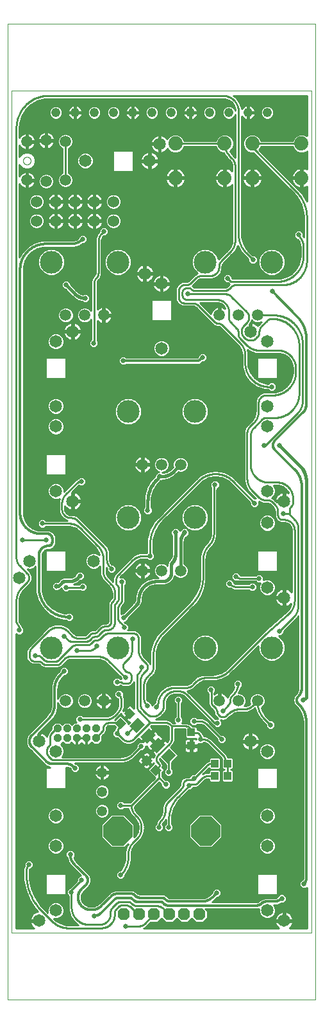
<source format=gtl>
G75*
%MOIN*%
%OFA0B0*%
%FSLAX25Y25*%
%IPPOS*%
%LPD*%
%AMOC8*
5,1,8,0,0,1.08239X$1,22.5*
%
%ADD10C,0.00000*%
%ADD11R,0.04252X0.04134*%
%ADD12R,0.05118X0.06299*%
%ADD13R,0.04134X0.04252*%
%ADD14C,0.06496*%
%ADD15OC8,0.04200*%
%ADD16R,0.03937X0.04331*%
%ADD17OC8,0.06299*%
%ADD18OC8,0.15024*%
%ADD19C,0.07400*%
%ADD20C,0.05906*%
%ADD21C,0.04800*%
%ADD22C,0.11811*%
%ADD23C,0.06000*%
%ADD24C,0.05315*%
%ADD25C,0.00984*%
%ADD26C,0.02578*%
%ADD27C,0.01600*%
%ADD28C,0.01378*%
D10*
X0006236Y0001000D02*
X0006236Y0506906D01*
X0166236Y0506906D01*
X0166236Y0001000D01*
X0006236Y0001000D01*
X0008204Y0035646D02*
X0008204Y0472260D01*
X0164267Y0472260D01*
X0164267Y0035646D01*
X0008204Y0035646D01*
X0014267Y0436000D02*
X0014269Y0436088D01*
X0014275Y0436176D01*
X0014285Y0436264D01*
X0014299Y0436352D01*
X0014316Y0436438D01*
X0014338Y0436524D01*
X0014363Y0436608D01*
X0014393Y0436692D01*
X0014425Y0436774D01*
X0014462Y0436854D01*
X0014502Y0436933D01*
X0014546Y0437010D01*
X0014593Y0437085D01*
X0014643Y0437157D01*
X0014697Y0437228D01*
X0014753Y0437295D01*
X0014813Y0437361D01*
X0014875Y0437423D01*
X0014941Y0437483D01*
X0015008Y0437539D01*
X0015079Y0437593D01*
X0015151Y0437643D01*
X0015226Y0437690D01*
X0015303Y0437734D01*
X0015382Y0437774D01*
X0015462Y0437811D01*
X0015544Y0437843D01*
X0015628Y0437873D01*
X0015712Y0437898D01*
X0015798Y0437920D01*
X0015884Y0437937D01*
X0015972Y0437951D01*
X0016060Y0437961D01*
X0016148Y0437967D01*
X0016236Y0437969D01*
X0016324Y0437967D01*
X0016412Y0437961D01*
X0016500Y0437951D01*
X0016588Y0437937D01*
X0016674Y0437920D01*
X0016760Y0437898D01*
X0016844Y0437873D01*
X0016928Y0437843D01*
X0017010Y0437811D01*
X0017090Y0437774D01*
X0017169Y0437734D01*
X0017246Y0437690D01*
X0017321Y0437643D01*
X0017393Y0437593D01*
X0017464Y0437539D01*
X0017531Y0437483D01*
X0017597Y0437423D01*
X0017659Y0437361D01*
X0017719Y0437295D01*
X0017775Y0437228D01*
X0017829Y0437157D01*
X0017879Y0437085D01*
X0017926Y0437010D01*
X0017970Y0436933D01*
X0018010Y0436854D01*
X0018047Y0436774D01*
X0018079Y0436692D01*
X0018109Y0436608D01*
X0018134Y0436524D01*
X0018156Y0436438D01*
X0018173Y0436352D01*
X0018187Y0436264D01*
X0018197Y0436176D01*
X0018203Y0436088D01*
X0018205Y0436000D01*
X0018203Y0435912D01*
X0018197Y0435824D01*
X0018187Y0435736D01*
X0018173Y0435648D01*
X0018156Y0435562D01*
X0018134Y0435476D01*
X0018109Y0435392D01*
X0018079Y0435308D01*
X0018047Y0435226D01*
X0018010Y0435146D01*
X0017970Y0435067D01*
X0017926Y0434990D01*
X0017879Y0434915D01*
X0017829Y0434843D01*
X0017775Y0434772D01*
X0017719Y0434705D01*
X0017659Y0434639D01*
X0017597Y0434577D01*
X0017531Y0434517D01*
X0017464Y0434461D01*
X0017393Y0434407D01*
X0017321Y0434357D01*
X0017246Y0434310D01*
X0017169Y0434266D01*
X0017090Y0434226D01*
X0017010Y0434189D01*
X0016928Y0434157D01*
X0016844Y0434127D01*
X0016760Y0434102D01*
X0016674Y0434080D01*
X0016588Y0434063D01*
X0016500Y0434049D01*
X0016412Y0434039D01*
X0016324Y0434033D01*
X0016236Y0434031D01*
X0016148Y0434033D01*
X0016060Y0434039D01*
X0015972Y0434049D01*
X0015884Y0434063D01*
X0015798Y0434080D01*
X0015712Y0434102D01*
X0015628Y0434127D01*
X0015544Y0434157D01*
X0015462Y0434189D01*
X0015382Y0434226D01*
X0015303Y0434266D01*
X0015226Y0434310D01*
X0015151Y0434357D01*
X0015079Y0434407D01*
X0015008Y0434461D01*
X0014941Y0434517D01*
X0014875Y0434577D01*
X0014813Y0434639D01*
X0014753Y0434705D01*
X0014697Y0434772D01*
X0014643Y0434843D01*
X0014593Y0434915D01*
X0014546Y0434990D01*
X0014502Y0435067D01*
X0014462Y0435146D01*
X0014425Y0435226D01*
X0014393Y0435308D01*
X0014363Y0435392D01*
X0014338Y0435476D01*
X0014316Y0435562D01*
X0014299Y0435648D01*
X0014285Y0435736D01*
X0014275Y0435824D01*
X0014269Y0435912D01*
X0014267Y0436000D01*
D11*
X0101716Y0139536D03*
X0101716Y0132647D03*
D12*
G36*
X0090191Y0131315D02*
X0093810Y0127696D01*
X0089357Y0123243D01*
X0085738Y0126862D01*
X0090191Y0131315D01*
G37*
G36*
X0084623Y0136882D02*
X0088242Y0133263D01*
X0083789Y0128810D01*
X0080170Y0132429D01*
X0084623Y0136882D01*
G37*
G36*
X0078694Y0133776D02*
X0075075Y0137395D01*
X0079528Y0141848D01*
X0083147Y0138229D01*
X0078694Y0133776D01*
G37*
G36*
X0073126Y0139344D02*
X0069507Y0142963D01*
X0073960Y0147416D01*
X0077579Y0143797D01*
X0073126Y0139344D01*
G37*
D13*
G36*
X0072703Y0149203D02*
X0069780Y0146280D01*
X0066775Y0149285D01*
X0069698Y0152208D01*
X0072703Y0149203D01*
G37*
G36*
X0067831Y0144331D02*
X0064908Y0141408D01*
X0061903Y0144413D01*
X0064826Y0147336D01*
X0067831Y0144331D01*
G37*
G36*
X0078528Y0127962D02*
X0081451Y0125039D01*
X0078446Y0122034D01*
X0075523Y0124957D01*
X0078528Y0127962D01*
G37*
G36*
X0083400Y0123091D02*
X0086323Y0120168D01*
X0083318Y0117163D01*
X0080395Y0120086D01*
X0083400Y0123091D01*
G37*
D14*
X0050921Y0228500D03*
X0039986Y0259500D03*
X0031236Y0264720D03*
X0031236Y0298185D03*
X0031236Y0308815D03*
X0031236Y0342280D03*
X0039986Y0347500D03*
X0046551Y0436000D03*
X0077486Y0377500D03*
X0086236Y0372280D03*
X0086236Y0338815D03*
X0080015Y0436000D03*
X0085236Y0444750D03*
X0132486Y0347500D03*
X0141236Y0342280D03*
X0141236Y0308815D03*
X0141236Y0298185D03*
X0141236Y0264720D03*
X0141236Y0248185D03*
X0149986Y0259500D03*
X0141236Y0214720D03*
X0149986Y0209500D03*
X0132486Y0135000D03*
X0141236Y0129780D03*
X0141236Y0096315D03*
X0141236Y0080685D03*
X0141236Y0047220D03*
X0149986Y0042000D03*
X0031236Y0047220D03*
X0022486Y0042000D03*
X0031236Y0080685D03*
X0031236Y0096315D03*
X0031236Y0129780D03*
X0022486Y0135000D03*
X0012236Y0219750D03*
X0017456Y0228500D03*
D15*
X0032173Y0141625D03*
X0032173Y0136625D03*
X0037173Y0136625D03*
X0037173Y0141625D03*
X0042173Y0141625D03*
X0042173Y0136625D03*
X0047173Y0136625D03*
X0047173Y0141625D03*
X0052173Y0141625D03*
X0052173Y0136625D03*
D16*
X0113827Y0123500D03*
X0113827Y0116937D03*
X0120520Y0116937D03*
X0120520Y0123500D03*
D17*
X0105921Y0045193D03*
X0098047Y0045193D03*
X0090173Y0045193D03*
X0082299Y0045193D03*
X0074425Y0045193D03*
X0066551Y0045193D03*
D18*
X0063401Y0088500D03*
X0109070Y0088500D03*
D19*
X0119036Y0427100D03*
X0119036Y0444900D03*
X0133436Y0444900D03*
X0133436Y0427100D03*
X0159036Y0427100D03*
X0159036Y0444900D03*
X0093436Y0444900D03*
X0093436Y0427100D03*
D20*
X0116393Y0355941D03*
X0126236Y0355941D03*
X0136078Y0355941D03*
X0096078Y0278441D03*
X0086236Y0278441D03*
X0076393Y0278441D03*
X0076393Y0223441D03*
X0086236Y0223441D03*
X0096078Y0223441D03*
X0116393Y0155941D03*
X0126236Y0155941D03*
X0136078Y0155941D03*
X0056078Y0155941D03*
X0046236Y0155941D03*
X0036393Y0155941D03*
X0036393Y0355941D03*
X0046236Y0355941D03*
X0056078Y0355941D03*
X0036236Y0426000D03*
X0036236Y0446000D03*
X0026236Y0446630D03*
X0026236Y0425370D03*
X0016236Y0426000D03*
X0016236Y0446000D03*
D21*
X0031236Y0461000D03*
X0041236Y0461000D03*
X0051236Y0461000D03*
X0061236Y0461000D03*
X0071236Y0461000D03*
X0081236Y0461000D03*
X0091236Y0461000D03*
X0101236Y0461000D03*
X0111236Y0461000D03*
X0121236Y0461000D03*
X0131236Y0461000D03*
X0141236Y0461000D03*
D22*
X0143559Y0383500D03*
X0108913Y0383500D03*
X0103559Y0306000D03*
X0103559Y0251000D03*
X0108913Y0183500D03*
X0143559Y0183500D03*
X0068913Y0251000D03*
X0068913Y0306000D03*
X0063559Y0383500D03*
X0028913Y0383500D03*
X0028913Y0183500D03*
X0063559Y0183500D03*
D23*
X0061236Y0404750D03*
X0061236Y0414750D03*
X0051236Y0414750D03*
X0051236Y0404750D03*
X0041236Y0404750D03*
X0041236Y0414750D03*
X0031236Y0414750D03*
X0031236Y0404750D03*
X0021236Y0404750D03*
X0021236Y0414750D03*
D24*
X0055298Y0118812D03*
X0055298Y0108812D03*
X0055298Y0098812D03*
D25*
X0053871Y0095345D02*
X0035532Y0095345D01*
X0035576Y0095452D02*
X0034915Y0093856D01*
X0033694Y0092636D01*
X0032099Y0091975D01*
X0030372Y0091975D01*
X0028777Y0092636D01*
X0027556Y0093856D01*
X0026896Y0095452D01*
X0026896Y0097178D01*
X0027556Y0098773D01*
X0028777Y0099994D01*
X0030372Y0100655D01*
X0032099Y0100655D01*
X0033694Y0099994D01*
X0034915Y0098773D01*
X0035576Y0097178D01*
X0035576Y0095452D01*
X0035576Y0096328D02*
X0052480Y0096328D01*
X0052119Y0096689D02*
X0053174Y0095634D01*
X0054552Y0095063D01*
X0056044Y0095063D01*
X0057422Y0095634D01*
X0058477Y0096689D01*
X0059048Y0098067D01*
X0059048Y0099558D01*
X0058477Y0100936D01*
X0057422Y0101991D01*
X0056044Y0102562D01*
X0054552Y0102562D01*
X0053174Y0101991D01*
X0052119Y0100936D01*
X0051549Y0099558D01*
X0051549Y0098067D01*
X0052119Y0096689D01*
X0051862Y0097311D02*
X0035521Y0097311D01*
X0035114Y0098294D02*
X0051549Y0098294D01*
X0051549Y0099276D02*
X0034412Y0099276D01*
X0033055Y0100259D02*
X0051839Y0100259D01*
X0052425Y0101242D02*
X0010696Y0101242D01*
X0010696Y0102225D02*
X0053738Y0102225D01*
X0054552Y0105063D02*
X0053174Y0105634D01*
X0052119Y0106689D01*
X0051549Y0108067D01*
X0051549Y0109558D01*
X0052119Y0110936D01*
X0053174Y0111991D01*
X0054552Y0112562D01*
X0056044Y0112562D01*
X0057422Y0111991D01*
X0058477Y0110936D01*
X0059048Y0109558D01*
X0059048Y0108067D01*
X0058477Y0106689D01*
X0057422Y0105634D01*
X0056044Y0105063D01*
X0054552Y0105063D01*
X0054287Y0105173D02*
X0010696Y0105173D01*
X0010696Y0106156D02*
X0052652Y0106156D01*
X0051933Y0107138D02*
X0010696Y0107138D01*
X0010696Y0108121D02*
X0051549Y0108121D01*
X0051549Y0109104D02*
X0010696Y0109104D01*
X0010696Y0110087D02*
X0051767Y0110087D01*
X0052252Y0111069D02*
X0036728Y0111069D01*
X0036728Y0110796D02*
X0036728Y0121204D01*
X0036455Y0121477D01*
X0036868Y0121477D01*
X0037514Y0121414D01*
X0038708Y0120919D01*
X0038855Y0120799D01*
X0038855Y0120014D01*
X0040249Y0118619D01*
X0042222Y0118619D01*
X0043617Y0120014D01*
X0043617Y0121986D01*
X0042222Y0123381D01*
X0041373Y0123381D01*
X0041099Y0123655D01*
X0066112Y0123655D01*
X0068942Y0124414D01*
X0071480Y0125879D01*
X0072052Y0126451D01*
X0075470Y0129869D01*
X0076597Y0129869D01*
X0077992Y0131264D01*
X0077992Y0132458D01*
X0078118Y0132385D01*
X0078497Y0132283D01*
X0078678Y0132283D01*
X0078678Y0132232D01*
X0078779Y0131853D01*
X0078976Y0131513D01*
X0080576Y0129912D01*
X0083510Y0132846D01*
X0084206Y0132150D01*
X0081272Y0129216D01*
X0082523Y0127965D01*
X0082405Y0127847D01*
X0082056Y0126546D01*
X0081394Y0127209D01*
X0079183Y0124998D01*
X0081352Y0122830D01*
X0082330Y0123808D01*
X0082381Y0123616D01*
X0079302Y0120537D01*
X0079302Y0119632D01*
X0082840Y0116095D01*
X0069955Y0103209D01*
X0066769Y0103209D01*
X0065972Y0104006D01*
X0063999Y0104006D01*
X0062605Y0102611D01*
X0062605Y0100639D01*
X0063999Y0099244D01*
X0065972Y0099244D01*
X0066769Y0100041D01*
X0069026Y0100041D01*
X0069026Y0099723D01*
X0070185Y0096927D01*
X0070185Y0096927D01*
X0070790Y0096321D01*
X0070790Y0096321D01*
X0071734Y0095377D01*
X0072198Y0094913D01*
X0072875Y0094121D01*
X0073818Y0092270D01*
X0074143Y0090219D01*
X0073818Y0088167D01*
X0072875Y0086317D01*
X0072198Y0085524D01*
X0072005Y0085331D01*
X0072005Y0092064D01*
X0066965Y0097104D01*
X0059837Y0097104D01*
X0054797Y0092064D01*
X0054797Y0084936D01*
X0059837Y0079896D01*
X0066965Y0079896D01*
X0068838Y0081769D01*
X0067990Y0080301D01*
X0067272Y0077620D01*
X0067272Y0075032D01*
X0067172Y0073514D01*
X0066387Y0070581D01*
X0064936Y0068069D01*
X0063999Y0068069D01*
X0062605Y0066674D01*
X0062605Y0064701D01*
X0063999Y0063306D01*
X0065972Y0063306D01*
X0067367Y0064701D01*
X0067367Y0065828D01*
X0067484Y0065945D01*
X0069432Y0069320D01*
X0070440Y0073083D01*
X0070440Y0076232D01*
X0070504Y0077194D01*
X0071002Y0079053D01*
X0071964Y0080720D01*
X0072600Y0081445D01*
X0072928Y0081774D01*
X0073064Y0081909D01*
X0074903Y0083748D01*
X0075537Y0084382D01*
X0075537Y0084382D01*
X0076947Y0087150D01*
X0076947Y0087150D01*
X0077433Y0090219D01*
X0076947Y0093287D01*
X0076947Y0093287D01*
X0075537Y0096055D01*
X0075537Y0096055D01*
X0074439Y0097154D01*
X0073975Y0097618D01*
X0073495Y0098097D01*
X0072943Y0098770D01*
X0072280Y0100370D01*
X0072219Y0100993D01*
X0084986Y0113760D01*
X0086042Y0112703D01*
X0086042Y0111576D01*
X0087437Y0110181D01*
X0089410Y0110181D01*
X0090804Y0111576D01*
X0090804Y0113549D01*
X0089410Y0114944D01*
X0088283Y0114944D01*
X0086570Y0116656D01*
X0086570Y0118870D01*
X0087416Y0119716D01*
X0087416Y0120621D01*
X0086566Y0121471D01*
X0086833Y0122470D01*
X0086833Y0122470D01*
X0086427Y0123987D01*
X0086336Y0124078D01*
X0085900Y0124514D01*
X0085436Y0124978D01*
X0085277Y0125186D01*
X0085142Y0125687D01*
X0085189Y0125865D01*
X0088401Y0122652D01*
X0088401Y0120908D01*
X0087605Y0120111D01*
X0087605Y0118139D01*
X0088999Y0116744D01*
X0090972Y0116744D01*
X0092367Y0118139D01*
X0092367Y0120111D01*
X0091570Y0120908D01*
X0091570Y0123911D01*
X0094903Y0127244D01*
X0094903Y0128149D01*
X0091049Y0132002D01*
X0091136Y0132089D01*
X0091344Y0132298D01*
X0092064Y0133017D01*
X0092336Y0133289D01*
X0093132Y0135212D01*
X0093132Y0141291D01*
X0098497Y0141291D01*
X0098497Y0137017D01*
X0099137Y0136377D01*
X0104167Y0136377D01*
X0104167Y0136171D01*
X0104038Y0136206D01*
X0102208Y0136206D01*
X0102208Y0133139D01*
X0105334Y0133139D01*
X0105334Y0133847D01*
X0105562Y0133619D01*
X0107535Y0133619D01*
X0108277Y0134361D01*
X0108481Y0134341D01*
X0109877Y0133763D01*
X0110464Y0133281D01*
X0110684Y0133061D01*
X0110928Y0132817D01*
X0117047Y0126698D01*
X0117357Y0126321D01*
X0117459Y0126074D01*
X0117459Y0120882D01*
X0118099Y0120243D01*
X0118935Y0120243D01*
X0118935Y0120195D01*
X0118099Y0120195D01*
X0117459Y0119555D01*
X0117459Y0114320D01*
X0118099Y0113680D01*
X0122941Y0113680D01*
X0123580Y0114320D01*
X0123580Y0119555D01*
X0122941Y0120195D01*
X0122104Y0120195D01*
X0122104Y0120243D01*
X0122941Y0120243D01*
X0123580Y0120882D01*
X0123580Y0126118D01*
X0122941Y0126757D01*
X0120657Y0126757D01*
X0120083Y0128143D01*
X0119752Y0128475D01*
X0113168Y0135058D01*
X0112918Y0135308D01*
X0112240Y0135986D01*
X0111714Y0136512D01*
X0109126Y0137584D01*
X0108331Y0137584D01*
X0108132Y0137783D01*
X0108132Y0138075D01*
X0107054Y0139943D01*
X0107054Y0139943D01*
X0105186Y0141022D01*
X0104934Y0141022D01*
X0104934Y0142056D01*
X0104294Y0142695D01*
X0102410Y0142695D01*
X0101374Y0143732D01*
X0101374Y0143732D01*
X0099618Y0144459D01*
X0096812Y0144459D01*
X0097367Y0145014D01*
X0097367Y0146986D01*
X0096570Y0147783D01*
X0096570Y0154529D01*
X0097367Y0155326D01*
X0097367Y0157299D01*
X0095972Y0158694D01*
X0093999Y0158694D01*
X0092605Y0157299D01*
X0092605Y0155326D01*
X0093401Y0154529D01*
X0093401Y0147783D01*
X0092605Y0146986D01*
X0092605Y0145014D01*
X0093159Y0144459D01*
X0092204Y0144459D01*
X0091624Y0145040D01*
X0091624Y0145040D01*
X0091243Y0145420D01*
X0089037Y0146334D01*
X0083077Y0146334D01*
X0085396Y0147295D01*
X0085838Y0147737D01*
X0085838Y0147737D01*
X0086723Y0148622D01*
X0086837Y0148736D01*
X0087652Y0149550D01*
X0087941Y0149840D01*
X0087941Y0149840D01*
X0088757Y0151810D01*
X0088757Y0154797D01*
X0088845Y0155688D01*
X0089527Y0157334D01*
X0090786Y0158593D01*
X0092432Y0159275D01*
X0093323Y0159363D01*
X0095067Y0159363D01*
X0095922Y0159278D01*
X0097502Y0158624D01*
X0098167Y0158079D01*
X0098495Y0157751D01*
X0098631Y0157615D01*
X0113392Y0142853D01*
X0113515Y0142853D01*
X0114312Y0142056D01*
X0116285Y0142056D01*
X0117679Y0143451D01*
X0117679Y0145424D01*
X0116948Y0146156D01*
X0118111Y0145844D01*
X0120314Y0146434D01*
X0120656Y0146777D01*
X0121141Y0147261D01*
X0121584Y0147705D01*
X0121701Y0147821D01*
X0122470Y0148496D01*
X0124238Y0149517D01*
X0126210Y0150045D01*
X0127231Y0150112D01*
X0130923Y0150112D01*
X0133597Y0151219D01*
X0134156Y0151779D01*
X0134156Y0151779D01*
X0134567Y0152189D01*
X0134849Y0152072D01*
X0135419Y0149947D01*
X0137205Y0146853D01*
X0137205Y0146853D01*
X0138468Y0145590D01*
X0138468Y0145590D01*
X0138932Y0145126D01*
X0140417Y0143641D01*
X0140417Y0142514D01*
X0141812Y0141119D01*
X0143785Y0141119D01*
X0145179Y0142514D01*
X0145179Y0144486D01*
X0143785Y0145881D01*
X0142658Y0145881D01*
X0141173Y0147366D01*
X0140709Y0147830D01*
X0139812Y0148853D01*
X0138454Y0151204D01*
X0138130Y0152413D01*
X0138369Y0152512D01*
X0139507Y0153650D01*
X0140123Y0155136D01*
X0140123Y0156746D01*
X0139507Y0158232D01*
X0138369Y0159370D01*
X0136883Y0159986D01*
X0135274Y0159986D01*
X0133787Y0159370D01*
X0132649Y0158232D01*
X0132033Y0156746D01*
X0132033Y0155136D01*
X0132323Y0154437D01*
X0131758Y0153972D01*
X0130277Y0153359D01*
X0129476Y0153280D01*
X0129295Y0153280D01*
X0129665Y0153650D01*
X0130281Y0155136D01*
X0130281Y0156746D01*
X0129665Y0158232D01*
X0128527Y0159370D01*
X0127040Y0159986D01*
X0126303Y0159986D01*
X0127452Y0162761D01*
X0128279Y0163588D01*
X0128279Y0165561D01*
X0126885Y0166955D01*
X0124912Y0166955D01*
X0123517Y0165561D01*
X0123517Y0163588D01*
X0124035Y0163070D01*
X0123374Y0161474D01*
X0122680Y0160629D01*
X0122300Y0160249D01*
X0122216Y0160165D01*
X0121285Y0159234D01*
X0121104Y0159053D01*
X0120517Y0157634D01*
X0120512Y0157647D01*
X0120195Y0158271D01*
X0119784Y0158837D01*
X0119289Y0159331D01*
X0118723Y0159743D01*
X0118099Y0160060D01*
X0117434Y0160276D01*
X0116885Y0160363D01*
X0116885Y0156433D01*
X0115901Y0156433D01*
X0115901Y0160363D01*
X0115352Y0160276D01*
X0114687Y0160060D01*
X0114064Y0159743D01*
X0113733Y0159502D01*
X0113733Y0160129D01*
X0114242Y0160639D01*
X0114242Y0162611D01*
X0112847Y0164006D01*
X0110874Y0164006D01*
X0109480Y0162611D01*
X0109480Y0160639D01*
X0110564Y0159554D01*
X0110564Y0154559D01*
X0111294Y0152796D01*
X0111969Y0152122D01*
X0111969Y0152122D01*
X0112433Y0151658D01*
X0113287Y0150803D01*
X0113397Y0150670D01*
X0113528Y0150352D01*
X0113545Y0150180D01*
X0113545Y0149516D01*
X0113545Y0149516D01*
X0114054Y0148288D01*
X0114302Y0148040D01*
X0115523Y0146819D01*
X0114312Y0146819D01*
X0114110Y0146616D01*
X0100871Y0159855D01*
X0100732Y0159995D01*
X0099943Y0160783D01*
X0099579Y0161147D01*
X0100264Y0161147D01*
X0102797Y0162196D01*
X0102797Y0162196D01*
X0103302Y0162701D01*
X0103302Y0162701D01*
X0104950Y0164349D01*
X0104950Y0164349D01*
X0105414Y0164813D01*
X0106179Y0165441D01*
X0107997Y0166194D01*
X0108982Y0166291D01*
X0114473Y0166291D01*
X0118017Y0167240D01*
X0118017Y0167240D01*
X0121195Y0169075D01*
X0122028Y0169908D01*
X0122028Y0169908D01*
X0136561Y0184441D01*
X0136561Y0182108D01*
X0137626Y0179536D01*
X0139595Y0177568D01*
X0142167Y0176502D01*
X0144950Y0176502D01*
X0147522Y0177568D01*
X0149491Y0179536D01*
X0150556Y0182108D01*
X0150556Y0184892D01*
X0149491Y0187464D01*
X0147522Y0189432D01*
X0147223Y0189556D01*
X0148472Y0189556D01*
X0149867Y0190951D01*
X0149867Y0192078D01*
X0155446Y0197658D01*
X0155873Y0198085D01*
X0155910Y0198122D01*
X0155910Y0198122D01*
X0156823Y0199034D01*
X0157397Y0200029D01*
X0157397Y0162575D01*
X0157312Y0161710D01*
X0156649Y0160110D01*
X0156097Y0159437D01*
X0155969Y0159309D01*
X0155260Y0158600D01*
X0155260Y0158600D01*
X0154647Y0156313D01*
X0154647Y0156312D01*
X0155260Y0154025D01*
X0156097Y0153188D01*
X0156340Y0152945D01*
X0156532Y0152753D01*
X0157494Y0151656D01*
X0158949Y0149136D01*
X0159702Y0146326D01*
X0159797Y0144871D01*
X0159797Y0064090D01*
X0159747Y0063585D01*
X0159663Y0063381D01*
X0159312Y0063381D01*
X0157917Y0061986D01*
X0157917Y0060014D01*
X0159312Y0058619D01*
X0161285Y0058619D01*
X0161775Y0059109D01*
X0161775Y0038138D01*
X0152734Y0038138D01*
X0153074Y0038384D01*
X0153601Y0038912D01*
X0154040Y0039516D01*
X0154379Y0040180D01*
X0154609Y0040890D01*
X0154707Y0041508D01*
X0150478Y0041508D01*
X0150478Y0042492D01*
X0154707Y0042492D01*
X0154609Y0043110D01*
X0154379Y0043820D01*
X0154040Y0044484D01*
X0153601Y0045088D01*
X0153074Y0045616D01*
X0152470Y0046054D01*
X0151805Y0046393D01*
X0151096Y0046623D01*
X0150478Y0046721D01*
X0150478Y0042492D01*
X0149494Y0042492D01*
X0149494Y0046721D01*
X0148876Y0046623D01*
X0148166Y0046393D01*
X0147501Y0046054D01*
X0146898Y0045616D01*
X0146370Y0045088D01*
X0145932Y0044484D01*
X0145593Y0043820D01*
X0145362Y0043110D01*
X0145264Y0042492D01*
X0149494Y0042492D01*
X0149494Y0041508D01*
X0145264Y0041508D01*
X0145362Y0040890D01*
X0145593Y0040180D01*
X0145932Y0039516D01*
X0146370Y0038912D01*
X0146898Y0038384D01*
X0147237Y0038138D01*
X0076979Y0038138D01*
X0077841Y0038495D01*
X0077841Y0038495D01*
X0078259Y0038913D01*
X0080420Y0041073D01*
X0080542Y0040951D01*
X0084056Y0040951D01*
X0086236Y0043131D01*
X0088416Y0040951D01*
X0091930Y0040951D01*
X0094110Y0043131D01*
X0096290Y0040951D01*
X0099804Y0040951D01*
X0101984Y0043131D01*
X0104164Y0040951D01*
X0107678Y0040951D01*
X0110162Y0043436D01*
X0110162Y0046950D01*
X0109062Y0048050D01*
X0136892Y0048050D01*
X0136896Y0048052D01*
X0136896Y0046357D01*
X0137556Y0044762D01*
X0138777Y0043541D01*
X0140372Y0042880D01*
X0142099Y0042880D01*
X0143694Y0043541D01*
X0144915Y0044762D01*
X0145576Y0046357D01*
X0145576Y0048084D01*
X0144915Y0049679D01*
X0144418Y0050176D01*
X0146414Y0050176D01*
X0146414Y0050176D01*
X0148689Y0051119D01*
X0149722Y0051119D01*
X0151117Y0052514D01*
X0151117Y0054486D01*
X0149722Y0055881D01*
X0147749Y0055881D01*
X0146355Y0054486D01*
X0146355Y0054080D01*
X0145692Y0053806D01*
X0145012Y0053739D01*
X0139872Y0053739D01*
X0137591Y0052793D01*
X0136718Y0051920D01*
X0136558Y0051790D01*
X0136180Y0051633D01*
X0135975Y0051613D01*
X0112513Y0051613D01*
X0113203Y0052011D01*
X0114033Y0052841D01*
X0114555Y0053363D01*
X0115123Y0053931D01*
X0115972Y0053931D01*
X0117367Y0055326D01*
X0117367Y0057299D01*
X0115972Y0058694D01*
X0113999Y0058694D01*
X0112605Y0057299D01*
X0112605Y0056450D01*
X0112036Y0055882D01*
X0111514Y0055360D01*
X0110987Y0054898D01*
X0109776Y0054198D01*
X0108425Y0053836D01*
X0107725Y0053791D01*
X0090260Y0053791D01*
X0090126Y0053804D01*
X0089879Y0053906D01*
X0089775Y0053992D01*
X0089253Y0054513D01*
X0089237Y0054529D01*
X0088735Y0055031D01*
X0088716Y0055051D01*
X0088688Y0055051D01*
X0087470Y0055555D01*
X0087450Y0055575D01*
X0075200Y0055575D01*
X0074782Y0055616D01*
X0074009Y0055936D01*
X0073684Y0056203D01*
X0073224Y0056662D01*
X0072758Y0057129D01*
X0072758Y0057129D01*
X0072737Y0057150D01*
X0072708Y0057150D01*
X0071498Y0057651D01*
X0071477Y0057672D01*
X0061790Y0057672D01*
X0059714Y0056811D01*
X0059714Y0056811D01*
X0058919Y0056017D01*
X0058919Y0056017D01*
X0058397Y0055495D01*
X0054280Y0051378D01*
X0053758Y0050856D01*
X0053003Y0050236D01*
X0051207Y0049492D01*
X0050235Y0049397D01*
X0049271Y0049397D01*
X0048355Y0049487D01*
X0046664Y0050187D01*
X0045370Y0051481D01*
X0044669Y0053173D01*
X0044579Y0054088D01*
X0044657Y0054879D01*
X0045263Y0056341D01*
X0045767Y0056956D01*
X0046289Y0057478D01*
X0047820Y0059009D01*
X0048342Y0059531D01*
X0048342Y0059531D01*
X0049007Y0060196D01*
X0049727Y0061934D01*
X0049727Y0063816D01*
X0049007Y0065554D01*
X0048342Y0066219D01*
X0048342Y0066219D01*
X0047828Y0066733D01*
X0042642Y0071919D01*
X0042642Y0071919D01*
X0042120Y0072441D01*
X0041648Y0072979D01*
X0040934Y0074217D01*
X0040738Y0074947D01*
X0041117Y0075326D01*
X0041117Y0077299D01*
X0039722Y0078694D01*
X0037749Y0078694D01*
X0036355Y0077299D01*
X0036355Y0075326D01*
X0037100Y0074581D01*
X0037571Y0072824D01*
X0038760Y0070763D01*
X0039602Y0069922D01*
X0040123Y0069400D01*
X0040123Y0069400D01*
X0044268Y0065256D01*
X0043687Y0065256D01*
X0042292Y0063861D01*
X0042292Y0062734D01*
X0038564Y0059006D01*
X0038374Y0059006D01*
X0036980Y0057611D01*
X0036980Y0055639D01*
X0037776Y0054842D01*
X0037776Y0047264D01*
X0038815Y0044069D01*
X0040789Y0041351D01*
X0040789Y0041351D01*
X0043031Y0039722D01*
X0037774Y0039722D01*
X0036403Y0039812D01*
X0033756Y0040521D01*
X0031382Y0041892D01*
X0030350Y0042797D01*
X0030192Y0042955D01*
X0030372Y0042880D01*
X0032099Y0042880D01*
X0033694Y0043541D01*
X0034915Y0044762D01*
X0035576Y0046357D01*
X0035576Y0048084D01*
X0034915Y0049679D01*
X0033694Y0050900D01*
X0032099Y0051561D01*
X0030372Y0051561D01*
X0028777Y0050900D01*
X0027556Y0049679D01*
X0026896Y0048084D01*
X0026896Y0046357D01*
X0026970Y0046177D01*
X0024789Y0048358D01*
X0023151Y0050166D01*
X0020443Y0054218D01*
X0018578Y0058720D01*
X0017627Y0063500D01*
X0017507Y0065937D01*
X0017507Y0067982D01*
X0017559Y0068506D01*
X0017606Y0068619D01*
X0018160Y0068619D01*
X0019554Y0070014D01*
X0019554Y0071986D01*
X0018160Y0073381D01*
X0016187Y0073381D01*
X0014792Y0071986D01*
X0014792Y0070240D01*
X0014339Y0069146D01*
X0014339Y0063176D01*
X0015416Y0057761D01*
X0017529Y0052660D01*
X0020596Y0048070D01*
X0020596Y0048070D01*
X0021951Y0046715D01*
X0021376Y0046623D01*
X0020666Y0046393D01*
X0020001Y0046054D01*
X0019398Y0045616D01*
X0018870Y0045088D01*
X0018432Y0044484D01*
X0018093Y0043820D01*
X0017862Y0043110D01*
X0017764Y0042492D01*
X0021994Y0042492D01*
X0021994Y0041508D01*
X0017764Y0041508D01*
X0017862Y0040890D01*
X0018093Y0040180D01*
X0018432Y0039516D01*
X0018870Y0038912D01*
X0019398Y0038384D01*
X0019737Y0038138D01*
X0010696Y0038138D01*
X0010696Y0190672D01*
X0011187Y0190181D01*
X0013160Y0190181D01*
X0014554Y0191576D01*
X0014554Y0193549D01*
X0013757Y0194346D01*
X0013757Y0194423D01*
X0013062Y0196101D01*
X0012420Y0196743D01*
X0012361Y0196816D01*
X0012290Y0196988D01*
X0012281Y0197081D01*
X0012281Y0208186D01*
X0012341Y0209115D01*
X0012822Y0210909D01*
X0013751Y0212518D01*
X0014365Y0213218D01*
X0016897Y0215750D01*
X0017064Y0215917D01*
X0017825Y0216678D01*
X0018065Y0216918D01*
X0018826Y0218755D01*
X0018826Y0220745D01*
X0018065Y0222582D01*
X0017825Y0222822D01*
X0016412Y0224235D01*
X0016593Y0224160D01*
X0018320Y0224160D01*
X0019915Y0224821D01*
X0020705Y0225611D01*
X0020705Y0212341D01*
X0021857Y0208040D01*
X0021857Y0208040D01*
X0024083Y0204184D01*
X0024083Y0204184D01*
X0027232Y0201035D01*
X0031088Y0198809D01*
X0035389Y0197656D01*
X0036524Y0197656D01*
X0037124Y0197056D01*
X0039097Y0197056D01*
X0040492Y0198451D01*
X0040492Y0200424D01*
X0039097Y0201819D01*
X0037124Y0201819D01*
X0036592Y0201286D01*
X0035873Y0201333D01*
X0032507Y0202235D01*
X0029489Y0203977D01*
X0027025Y0206441D01*
X0025283Y0209459D01*
X0024381Y0212825D01*
X0024267Y0214567D01*
X0024267Y0231407D01*
X0024326Y0232006D01*
X0024784Y0233113D01*
X0025632Y0233961D01*
X0026739Y0234419D01*
X0027338Y0234478D01*
X0028372Y0234478D01*
X0030161Y0235512D01*
X0030161Y0235512D01*
X0031195Y0237302D01*
X0031195Y0241251D01*
X0030044Y0243245D01*
X0030044Y0243245D01*
X0030044Y0243245D01*
X0028050Y0244397D01*
X0023347Y0244397D01*
X0021957Y0244506D01*
X0019312Y0245365D01*
X0017062Y0247000D01*
X0015427Y0249250D01*
X0014568Y0251895D01*
X0014459Y0253285D01*
X0014459Y0379521D01*
X0014558Y0381032D01*
X0015339Y0383950D01*
X0016850Y0386566D01*
X0018986Y0388702D01*
X0021603Y0390213D01*
X0024521Y0390995D01*
X0026031Y0391094D01*
X0040621Y0391094D01*
X0043245Y0391797D01*
X0045318Y0392994D01*
X0046285Y0392994D01*
X0047679Y0394389D01*
X0047679Y0396361D01*
X0046285Y0397756D01*
X0044312Y0397756D01*
X0042917Y0396361D01*
X0042917Y0395788D01*
X0041848Y0395170D01*
X0040144Y0394714D01*
X0039263Y0394656D01*
X0024039Y0394656D01*
X0020190Y0393625D01*
X0020190Y0393625D01*
X0016738Y0391632D01*
X0013920Y0388814D01*
X0012281Y0385974D01*
X0012281Y0423972D01*
X0012434Y0423670D01*
X0012845Y0423104D01*
X0013340Y0422610D01*
X0013906Y0422198D01*
X0014529Y0421881D01*
X0015195Y0421665D01*
X0015744Y0421578D01*
X0015744Y0425508D01*
X0016728Y0425508D01*
X0016728Y0426492D01*
X0020658Y0426492D01*
X0020571Y0427041D01*
X0020355Y0427706D01*
X0020037Y0428330D01*
X0019626Y0428896D01*
X0019131Y0429390D01*
X0018565Y0429802D01*
X0017942Y0430119D01*
X0017277Y0430335D01*
X0016728Y0430422D01*
X0016728Y0426492D01*
X0015744Y0426492D01*
X0015744Y0430422D01*
X0015195Y0430335D01*
X0014529Y0430119D01*
X0013906Y0429802D01*
X0013340Y0429390D01*
X0012845Y0428896D01*
X0012434Y0428330D01*
X0012281Y0428028D01*
X0012281Y0433892D01*
X0012454Y0433473D01*
X0013709Y0432218D01*
X0015348Y0431539D01*
X0017123Y0431539D01*
X0018762Y0432218D01*
X0020017Y0433473D01*
X0020696Y0435113D01*
X0020696Y0436887D01*
X0020017Y0438527D01*
X0018762Y0439782D01*
X0017123Y0440461D01*
X0015348Y0440461D01*
X0013709Y0439782D01*
X0012454Y0438527D01*
X0012281Y0438108D01*
X0012281Y0443972D01*
X0012434Y0443670D01*
X0012845Y0443104D01*
X0013340Y0442610D01*
X0013906Y0442198D01*
X0014529Y0441881D01*
X0015195Y0441665D01*
X0015744Y0441578D01*
X0015744Y0445508D01*
X0016728Y0445508D01*
X0016728Y0446492D01*
X0020658Y0446492D01*
X0020571Y0447041D01*
X0020355Y0447706D01*
X0020037Y0448330D01*
X0019626Y0448896D01*
X0019131Y0449390D01*
X0018565Y0449802D01*
X0017942Y0450119D01*
X0017277Y0450335D01*
X0016728Y0450422D01*
X0016728Y0446492D01*
X0015744Y0446492D01*
X0015744Y0450422D01*
X0015195Y0450335D01*
X0014529Y0450119D01*
X0013906Y0449802D01*
X0013340Y0449390D01*
X0012845Y0448896D01*
X0012434Y0448330D01*
X0012281Y0448028D01*
X0012281Y0453076D01*
X0012410Y0455048D01*
X0013431Y0458857D01*
X0015403Y0462273D01*
X0018191Y0465061D01*
X0021607Y0467033D01*
X0025417Y0468054D01*
X0027388Y0468183D01*
X0118157Y0468183D01*
X0119173Y0468104D01*
X0121105Y0467476D01*
X0122749Y0466281D01*
X0123944Y0464637D01*
X0124572Y0462705D01*
X0124633Y0461924D01*
X0124196Y0462978D01*
X0123214Y0463960D01*
X0121930Y0464492D01*
X0120541Y0464492D01*
X0119258Y0463960D01*
X0118275Y0462978D01*
X0117744Y0461695D01*
X0117744Y0460305D01*
X0118275Y0459022D01*
X0119258Y0458040D01*
X0120541Y0457508D01*
X0121930Y0457508D01*
X0123214Y0458040D01*
X0124196Y0459022D01*
X0124651Y0460121D01*
X0124651Y0437728D01*
X0124208Y0438171D01*
X0123305Y0439075D01*
X0122841Y0439539D01*
X0122187Y0440284D01*
X0121825Y0440912D01*
X0123098Y0442185D01*
X0123828Y0443947D01*
X0123828Y0445853D01*
X0123098Y0447615D01*
X0121750Y0448963D01*
X0119989Y0449692D01*
X0118083Y0449692D01*
X0116321Y0448963D01*
X0114973Y0447615D01*
X0114505Y0446484D01*
X0097966Y0446484D01*
X0097498Y0447615D01*
X0096150Y0448963D01*
X0094389Y0449692D01*
X0092483Y0449692D01*
X0090721Y0448963D01*
X0089373Y0447615D01*
X0089243Y0447299D01*
X0088851Y0447838D01*
X0088324Y0448366D01*
X0087720Y0448804D01*
X0087055Y0449143D01*
X0086346Y0449373D01*
X0085728Y0449471D01*
X0085728Y0445242D01*
X0084744Y0445242D01*
X0084744Y0449471D01*
X0084126Y0449373D01*
X0083416Y0449143D01*
X0082751Y0448804D01*
X0082148Y0448366D01*
X0081620Y0447838D01*
X0081182Y0447234D01*
X0080843Y0446570D01*
X0080612Y0445860D01*
X0080514Y0445242D01*
X0084744Y0445242D01*
X0084744Y0444258D01*
X0085728Y0444258D01*
X0085728Y0440029D01*
X0086346Y0440127D01*
X0087055Y0440357D01*
X0087720Y0440696D01*
X0088324Y0441134D01*
X0088851Y0441662D01*
X0089290Y0442266D01*
X0089317Y0442320D01*
X0089373Y0442185D01*
X0090721Y0440837D01*
X0092483Y0440108D01*
X0094389Y0440108D01*
X0096150Y0440837D01*
X0097498Y0442185D01*
X0097966Y0443316D01*
X0114505Y0443316D01*
X0114973Y0442185D01*
X0116321Y0440837D01*
X0118083Y0440108D01*
X0118555Y0440108D01*
X0119599Y0438299D01*
X0120600Y0437298D01*
X0121064Y0436834D01*
X0121064Y0436834D01*
X0121504Y0436395D01*
X0122083Y0435689D01*
X0122778Y0434011D01*
X0122867Y0433103D01*
X0122867Y0430611D01*
X0122418Y0431060D01*
X0121757Y0431541D01*
X0121029Y0431912D01*
X0120252Y0432164D01*
X0119528Y0432279D01*
X0119528Y0427592D01*
X0118544Y0427592D01*
X0118544Y0432279D01*
X0117820Y0432164D01*
X0117043Y0431912D01*
X0116314Y0431541D01*
X0115653Y0431060D01*
X0115075Y0430482D01*
X0114595Y0429821D01*
X0114224Y0429093D01*
X0113971Y0428316D01*
X0113857Y0427592D01*
X0118544Y0427592D01*
X0118544Y0426608D01*
X0119528Y0426608D01*
X0119528Y0421921D01*
X0120252Y0422036D01*
X0121029Y0422288D01*
X0121757Y0422659D01*
X0122418Y0423140D01*
X0122867Y0423589D01*
X0122867Y0394624D01*
X0122740Y0393328D01*
X0121748Y0390933D01*
X0120922Y0389927D01*
X0120545Y0389550D01*
X0120458Y0389463D01*
X0115904Y0384909D01*
X0114845Y0387464D01*
X0112877Y0389432D01*
X0110305Y0390498D01*
X0107521Y0390498D01*
X0104949Y0389432D01*
X0102981Y0387464D01*
X0101915Y0384892D01*
X0101915Y0382108D01*
X0102981Y0379536D01*
X0104935Y0377581D01*
X0103763Y0377096D01*
X0103033Y0376365D01*
X0102569Y0375901D01*
X0100381Y0373713D01*
X0100160Y0373532D01*
X0099636Y0373315D01*
X0099352Y0373287D01*
X0096985Y0373287D01*
X0094862Y0372061D01*
X0093636Y0369938D01*
X0093636Y0363769D01*
X0094801Y0361752D01*
X0096818Y0360588D01*
X0102074Y0360588D01*
X0102747Y0360522D01*
X0103990Y0360007D01*
X0104513Y0359578D01*
X0104848Y0359243D01*
X0104977Y0359114D01*
X0113272Y0350818D01*
X0113272Y0350818D01*
X0113370Y0350720D01*
X0113370Y0350720D01*
X0114839Y0350112D01*
X0115634Y0350112D01*
X0115885Y0350087D01*
X0116348Y0349895D01*
X0116542Y0349736D01*
X0116698Y0349580D01*
X0117006Y0349272D01*
X0126065Y0340212D01*
X0126661Y0339533D01*
X0127563Y0337971D01*
X0128030Y0336229D01*
X0128089Y0335327D01*
X0128089Y0328993D01*
X0129457Y0324781D01*
X0132060Y0321199D01*
X0135642Y0318597D01*
X0139853Y0317228D01*
X0141640Y0317228D01*
X0142437Y0316431D01*
X0144410Y0316431D01*
X0145804Y0317826D01*
X0145804Y0319799D01*
X0144410Y0321194D01*
X0142437Y0321194D01*
X0141671Y0320428D01*
X0140376Y0320530D01*
X0137160Y0321575D01*
X0134424Y0323563D01*
X0132436Y0326299D01*
X0131391Y0329516D01*
X0131257Y0331207D01*
X0131257Y0336654D01*
X0130932Y0337869D01*
X0131160Y0337642D01*
X0134748Y0336155D01*
X0146626Y0336155D01*
X0147849Y0336059D01*
X0150176Y0335303D01*
X0152155Y0333865D01*
X0153592Y0331886D01*
X0154348Y0329560D01*
X0154444Y0328337D01*
X0154444Y0326483D01*
X0154316Y0324846D01*
X0153304Y0321734D01*
X0151380Y0319086D01*
X0148733Y0317162D01*
X0145620Y0316151D01*
X0143983Y0316022D01*
X0139495Y0316022D01*
X0137484Y0315189D01*
X0135944Y0313649D01*
X0135111Y0311638D01*
X0135111Y0306414D01*
X0135046Y0305416D01*
X0134529Y0303486D01*
X0133530Y0301757D01*
X0132871Y0301004D01*
X0132407Y0300540D01*
X0131303Y0299437D01*
X0130839Y0298973D01*
X0130839Y0298973D01*
X0130375Y0298509D01*
X0130012Y0298146D01*
X0129117Y0295986D01*
X0129117Y0269989D01*
X0129844Y0267276D01*
X0129844Y0267276D01*
X0131249Y0264843D01*
X0131778Y0264314D01*
X0132275Y0263817D01*
X0132706Y0263386D01*
X0135211Y0260881D01*
X0134533Y0260881D01*
X0124742Y0270671D01*
X0124585Y0270829D01*
X0123814Y0271599D01*
X0122707Y0272706D01*
X0118749Y0274723D01*
X0114361Y0275418D01*
X0114361Y0275418D01*
X0109973Y0274723D01*
X0109973Y0274723D01*
X0106014Y0272706D01*
X0104443Y0271135D01*
X0103979Y0270671D01*
X0084797Y0251489D01*
X0084432Y0251124D01*
X0084333Y0251025D01*
X0084329Y0251021D01*
X0083869Y0250561D01*
X0082547Y0249239D01*
X0080021Y0244865D01*
X0080021Y0244865D01*
X0078714Y0239985D01*
X0078714Y0232783D01*
X0078515Y0232584D01*
X0074677Y0232584D01*
X0071416Y0231233D01*
X0070632Y0230449D01*
X0063105Y0222922D01*
X0063105Y0222922D01*
X0062641Y0222458D01*
X0061875Y0221692D01*
X0061045Y0219690D01*
X0061045Y0217629D01*
X0059119Y0219556D01*
X0058701Y0219973D01*
X0058655Y0220020D01*
X0058168Y0220613D01*
X0057583Y0222025D01*
X0057507Y0222789D01*
X0057507Y0224988D01*
X0057821Y0224674D01*
X0057917Y0224578D01*
X0057917Y0223451D01*
X0059312Y0222056D01*
X0061285Y0222056D01*
X0062679Y0223451D01*
X0062679Y0225424D01*
X0061285Y0226819D01*
X0060224Y0226819D01*
X0060002Y0227089D01*
X0059373Y0228607D01*
X0059292Y0229429D01*
X0059292Y0233219D01*
X0058106Y0236081D01*
X0057011Y0237176D01*
X0057011Y0237176D01*
X0056547Y0237640D01*
X0043888Y0250299D01*
X0043424Y0250763D01*
X0042619Y0251568D01*
X0040513Y0252440D01*
X0038895Y0252440D01*
X0038319Y0252497D01*
X0037256Y0252937D01*
X0036442Y0253751D01*
X0036002Y0254815D01*
X0035945Y0255390D01*
X0035945Y0256997D01*
X0036370Y0256412D01*
X0036898Y0255884D01*
X0037501Y0255446D01*
X0038166Y0255107D01*
X0038876Y0254877D01*
X0039494Y0254779D01*
X0039494Y0259008D01*
X0040478Y0259008D01*
X0040478Y0259992D01*
X0044707Y0259992D01*
X0044609Y0260610D01*
X0044379Y0261320D01*
X0044040Y0261984D01*
X0043601Y0262588D01*
X0043074Y0263116D01*
X0042470Y0263554D01*
X0041805Y0263893D01*
X0041096Y0264123D01*
X0040478Y0264221D01*
X0040478Y0259992D01*
X0039494Y0259992D01*
X0039494Y0263892D01*
X0043329Y0267727D01*
X0043687Y0267369D01*
X0045660Y0267369D01*
X0047054Y0268764D01*
X0047054Y0270736D01*
X0045660Y0272131D01*
X0043687Y0272131D01*
X0042890Y0271334D01*
X0042455Y0271334D01*
X0035663Y0264543D01*
X0035576Y0264456D01*
X0035576Y0265584D01*
X0034915Y0267179D01*
X0033694Y0268400D01*
X0032099Y0269061D01*
X0030372Y0269061D01*
X0028777Y0268400D01*
X0027556Y0267179D01*
X0026896Y0265584D01*
X0026896Y0263857D01*
X0027556Y0262262D01*
X0028777Y0261041D01*
X0030372Y0260380D01*
X0032099Y0260380D01*
X0033169Y0260824D01*
X0032776Y0259875D01*
X0032776Y0254173D01*
X0033708Y0251924D01*
X0035429Y0250203D01*
X0037225Y0249459D01*
X0026144Y0249459D01*
X0025347Y0250256D01*
X0023374Y0250256D01*
X0021980Y0248861D01*
X0021980Y0246889D01*
X0023374Y0245494D01*
X0025347Y0245494D01*
X0026144Y0246291D01*
X0038343Y0246291D01*
X0039544Y0246173D01*
X0041762Y0245254D01*
X0042694Y0244489D01*
X0043158Y0244025D01*
X0051909Y0235274D01*
X0052624Y0234458D01*
X0053707Y0232582D01*
X0053975Y0231584D01*
X0053379Y0232179D01*
X0051784Y0232840D01*
X0050057Y0232840D01*
X0048462Y0232179D01*
X0047241Y0230958D01*
X0046581Y0229363D01*
X0046581Y0227637D01*
X0047241Y0226041D01*
X0048462Y0224821D01*
X0050057Y0224160D01*
X0051784Y0224160D01*
X0053379Y0224821D01*
X0054339Y0225780D01*
X0054339Y0221380D01*
X0055418Y0218776D01*
X0055950Y0218243D01*
X0056471Y0217723D01*
X0056878Y0217315D01*
X0058875Y0215318D01*
X0059547Y0214499D01*
X0060354Y0212552D01*
X0060458Y0211497D01*
X0060458Y0210013D01*
X0060428Y0209706D01*
X0060193Y0209138D01*
X0059997Y0208900D01*
X0059154Y0208057D01*
X0059040Y0207943D01*
X0058414Y0206432D01*
X0058414Y0197139D01*
X0058381Y0196883D01*
X0058126Y0196442D01*
X0057684Y0196186D01*
X0057428Y0196153D01*
X0055867Y0196153D01*
X0054453Y0195567D01*
X0054377Y0195490D01*
X0054377Y0195490D01*
X0052361Y0193475D01*
X0051897Y0193011D01*
X0051670Y0192824D01*
X0051129Y0192600D01*
X0050836Y0192571D01*
X0049897Y0192571D01*
X0048564Y0192019D01*
X0048518Y0191973D01*
X0047224Y0190679D01*
X0046768Y0190223D01*
X0046760Y0190215D01*
X0046686Y0190154D01*
X0046509Y0190081D01*
X0046414Y0190071D01*
X0042335Y0190071D01*
X0041985Y0190106D01*
X0041339Y0190373D01*
X0041067Y0190596D01*
X0040603Y0191060D01*
X0039032Y0192632D01*
X0038864Y0192800D01*
X0038104Y0193560D01*
X0037327Y0194337D01*
X0037327Y0194337D01*
X0034084Y0195680D01*
X0030573Y0195680D01*
X0027330Y0194337D01*
X0026553Y0193560D01*
X0024172Y0191179D01*
X0020131Y0187138D01*
X0017084Y0184090D01*
X0016826Y0183833D01*
X0016045Y0181948D01*
X0016045Y0177824D01*
X0016045Y0177824D01*
X0017126Y0175953D01*
X0017126Y0175953D01*
X0018997Y0174872D01*
X0022306Y0174872D01*
X0022443Y0174859D01*
X0022698Y0174753D01*
X0022805Y0174665D01*
X0023184Y0174286D01*
X0023269Y0174201D01*
X0023675Y0173795D01*
X0023675Y0173795D01*
X0023848Y0173622D01*
X0025510Y0172934D01*
X0032378Y0172934D01*
X0033934Y0173579D01*
X0033934Y0173579D01*
X0034066Y0173710D01*
X0034530Y0174175D01*
X0034994Y0174639D01*
X0037150Y0176795D01*
X0037449Y0177040D01*
X0038160Y0177334D01*
X0038545Y0177372D01*
X0053173Y0177372D01*
X0054386Y0177253D01*
X0056627Y0176324D01*
X0057569Y0175551D01*
X0058033Y0175087D01*
X0065105Y0168016D01*
X0065105Y0167272D01*
X0064894Y0167272D01*
X0064097Y0168069D01*
X0062124Y0168069D01*
X0060730Y0166674D01*
X0060730Y0164701D01*
X0062124Y0163306D01*
X0064097Y0163306D01*
X0064817Y0164026D01*
X0064892Y0163995D01*
X0064990Y0163915D01*
X0064990Y0163915D01*
X0065101Y0163804D01*
X0065280Y0163624D01*
X0065280Y0163624D01*
X0065454Y0163451D01*
X0065653Y0163451D01*
X0065794Y0163310D01*
X0069253Y0163310D01*
X0071027Y0164334D01*
X0071839Y0165740D01*
X0071839Y0152201D01*
X0071856Y0152160D01*
X0070613Y0153403D01*
X0070273Y0153599D01*
X0069893Y0153701D01*
X0069500Y0153701D01*
X0069121Y0153599D01*
X0068781Y0153403D01*
X0067528Y0152150D01*
X0069738Y0149940D01*
X0069043Y0149244D01*
X0066832Y0151454D01*
X0066096Y0150719D01*
X0066882Y0152616D01*
X0066882Y0156932D01*
X0066424Y0158446D01*
X0066429Y0158451D01*
X0066429Y0160424D01*
X0065035Y0161819D01*
X0063062Y0161819D01*
X0061667Y0160424D01*
X0061667Y0158451D01*
X0063062Y0157056D01*
X0063489Y0157056D01*
X0063671Y0156457D01*
X0063714Y0155870D01*
X0063714Y0154138D01*
X0063628Y0153264D01*
X0062958Y0151647D01*
X0062401Y0150968D01*
X0062141Y0150708D01*
X0061937Y0150504D01*
X0060614Y0149181D01*
X0059949Y0148636D01*
X0058368Y0147981D01*
X0057513Y0147897D01*
X0045519Y0147897D01*
X0044722Y0148694D01*
X0042749Y0148694D01*
X0041355Y0147299D01*
X0041355Y0145326D01*
X0041864Y0144817D01*
X0040851Y0144817D01*
X0039673Y0143639D01*
X0038495Y0144817D01*
X0035851Y0144817D01*
X0034673Y0143639D01*
X0033495Y0144817D01*
X0030851Y0144817D01*
X0028981Y0142947D01*
X0028981Y0141408D01*
X0028631Y0141058D01*
X0028531Y0140958D01*
X0027703Y0140130D01*
X0027401Y0139828D01*
X0027401Y0139828D01*
X0026572Y0137826D01*
X0026572Y0137422D01*
X0026540Y0137484D01*
X0026101Y0138088D01*
X0025574Y0138616D01*
X0024970Y0139054D01*
X0024305Y0139393D01*
X0023596Y0139623D01*
X0023020Y0139715D01*
X0028314Y0145008D01*
X0028835Y0145530D01*
X0028835Y0145530D01*
X0029966Y0146660D01*
X0029966Y0146660D01*
X0031564Y0149429D01*
X0032392Y0152517D01*
X0032392Y0155031D01*
X0032964Y0153650D01*
X0034102Y0152512D01*
X0035589Y0151896D01*
X0037198Y0151896D01*
X0038684Y0152512D01*
X0039822Y0153650D01*
X0040438Y0155136D01*
X0040438Y0156746D01*
X0039822Y0158232D01*
X0038684Y0159370D01*
X0037198Y0159986D01*
X0035589Y0159986D01*
X0034102Y0159370D01*
X0032964Y0158232D01*
X0032392Y0156851D01*
X0032392Y0162072D01*
X0032464Y0163176D01*
X0033035Y0165308D01*
X0034139Y0167220D01*
X0034868Y0168051D01*
X0035390Y0168573D01*
X0035748Y0168931D01*
X0036597Y0168931D01*
X0037992Y0170326D01*
X0037992Y0172299D01*
X0036597Y0173694D01*
X0034624Y0173694D01*
X0033230Y0172299D01*
X0033230Y0171450D01*
X0032825Y0171046D01*
X0032349Y0170570D01*
X0031231Y0169451D01*
X0029649Y0166711D01*
X0028830Y0163655D01*
X0028830Y0154116D01*
X0028756Y0152996D01*
X0028176Y0150832D01*
X0027057Y0148893D01*
X0026316Y0148049D01*
X0025795Y0147527D01*
X0018028Y0139761D01*
X0017560Y0139292D01*
X0016706Y0138439D01*
X0015782Y0136207D01*
X0015782Y0133792D01*
X0016706Y0131561D01*
X0017560Y0130708D01*
X0017560Y0130708D01*
X0018082Y0130186D01*
X0024339Y0123929D01*
X0024860Y0123407D01*
X0025787Y0122480D01*
X0028173Y0121492D01*
X0026032Y0121492D01*
X0025744Y0121204D01*
X0025744Y0110796D01*
X0026032Y0110508D01*
X0036440Y0110508D01*
X0036728Y0110796D01*
X0036728Y0112052D02*
X0053322Y0112052D01*
X0054327Y0114765D02*
X0054905Y0114674D01*
X0054905Y0118419D01*
X0055692Y0118419D01*
X0055692Y0119206D01*
X0059437Y0119206D01*
X0059346Y0119784D01*
X0059144Y0120405D01*
X0058847Y0120987D01*
X0058463Y0121516D01*
X0058002Y0121978D01*
X0057473Y0122362D01*
X0056891Y0122658D01*
X0056270Y0122860D01*
X0055692Y0122951D01*
X0055692Y0119206D01*
X0054905Y0119206D01*
X0054905Y0122951D01*
X0054327Y0122860D01*
X0053705Y0122658D01*
X0053123Y0122362D01*
X0052595Y0121978D01*
X0052133Y0121516D01*
X0051749Y0120987D01*
X0051453Y0120405D01*
X0051251Y0119784D01*
X0051159Y0119206D01*
X0054904Y0119206D01*
X0054904Y0118419D01*
X0051159Y0118419D01*
X0051251Y0117841D01*
X0051453Y0117220D01*
X0051749Y0116638D01*
X0052133Y0116109D01*
X0052595Y0115647D01*
X0053123Y0115263D01*
X0053705Y0114967D01*
X0054327Y0114765D01*
X0054905Y0115001D02*
X0055692Y0115001D01*
X0055692Y0114674D02*
X0056270Y0114765D01*
X0056891Y0114967D01*
X0057473Y0115263D01*
X0058002Y0115647D01*
X0058463Y0116109D01*
X0058847Y0116638D01*
X0059144Y0117220D01*
X0059346Y0117841D01*
X0059437Y0118419D01*
X0055692Y0118419D01*
X0055692Y0114674D01*
X0056957Y0115001D02*
X0081746Y0115001D01*
X0082729Y0115983D02*
X0058337Y0115983D01*
X0059015Y0116966D02*
X0081969Y0116966D01*
X0080986Y0117949D02*
X0059363Y0117949D01*
X0059303Y0119914D02*
X0079302Y0119914D01*
X0079022Y0120643D02*
X0079362Y0120840D01*
X0080656Y0122134D01*
X0078487Y0124302D01*
X0076277Y0122092D01*
X0077529Y0120840D01*
X0077870Y0120643D01*
X0078249Y0120541D01*
X0078642Y0120541D01*
X0079022Y0120643D01*
X0079419Y0120897D02*
X0079662Y0120897D01*
X0080402Y0121880D02*
X0080645Y0121880D01*
X0081319Y0122863D02*
X0079927Y0122863D01*
X0080336Y0123845D02*
X0078944Y0123845D01*
X0078487Y0124302D02*
X0079183Y0124998D01*
X0078487Y0125694D01*
X0077791Y0124998D01*
X0078487Y0124302D01*
X0078030Y0123845D02*
X0076638Y0123845D01*
X0077048Y0122863D02*
X0075656Y0122863D01*
X0075581Y0122788D02*
X0077791Y0124998D01*
X0075623Y0127167D01*
X0074329Y0125873D01*
X0074132Y0125533D01*
X0074030Y0125153D01*
X0074030Y0124760D01*
X0074132Y0124381D01*
X0074329Y0124040D01*
X0075581Y0122788D01*
X0075506Y0122863D02*
X0056253Y0122863D01*
X0055692Y0122863D02*
X0054905Y0122863D01*
X0054344Y0122863D02*
X0042740Y0122863D01*
X0043617Y0121880D02*
X0052497Y0121880D01*
X0051703Y0120897D02*
X0043617Y0120897D01*
X0043517Y0119914D02*
X0051293Y0119914D01*
X0051234Y0117949D02*
X0036728Y0117949D01*
X0036728Y0118932D02*
X0039937Y0118932D01*
X0038954Y0119914D02*
X0036728Y0119914D01*
X0036728Y0120897D02*
X0038735Y0120897D01*
X0036728Y0116966D02*
X0051582Y0116966D01*
X0052259Y0115983D02*
X0036728Y0115983D01*
X0036728Y0115001D02*
X0053639Y0115001D01*
X0054905Y0115983D02*
X0055692Y0115983D01*
X0055692Y0116966D02*
X0054905Y0116966D01*
X0054905Y0117949D02*
X0055692Y0117949D01*
X0055692Y0118932D02*
X0080003Y0118932D01*
X0077472Y0120897D02*
X0058893Y0120897D01*
X0058099Y0121880D02*
X0076489Y0121880D01*
X0074524Y0123845D02*
X0066822Y0123845D01*
X0068942Y0124414D02*
X0068942Y0124414D01*
X0069660Y0124828D02*
X0074030Y0124828D01*
X0074293Y0125811D02*
X0071363Y0125811D01*
X0071480Y0125879D02*
X0071480Y0125879D01*
X0072052Y0126451D02*
X0072052Y0126451D01*
X0072395Y0126794D02*
X0075249Y0126794D01*
X0075996Y0126794D02*
X0077388Y0126794D01*
X0076979Y0125811D02*
X0078371Y0125811D01*
X0078487Y0125694D02*
X0076319Y0127863D01*
X0077613Y0129157D01*
X0077953Y0129354D01*
X0078333Y0129455D01*
X0078726Y0129455D01*
X0079105Y0129354D01*
X0079445Y0129157D01*
X0080698Y0127905D01*
X0078487Y0125694D01*
X0078604Y0125811D02*
X0079996Y0125811D01*
X0079587Y0126794D02*
X0080979Y0126794D01*
X0081809Y0126794D02*
X0082123Y0126794D01*
X0082386Y0127776D02*
X0080569Y0127776D01*
X0079843Y0128759D02*
X0081729Y0128759D01*
X0081798Y0129742D02*
X0075343Y0129742D01*
X0074360Y0128759D02*
X0077215Y0128759D01*
X0076405Y0127776D02*
X0073378Y0127776D01*
X0071396Y0128035D02*
X0075611Y0132250D01*
X0077453Y0130725D02*
X0079764Y0130725D01*
X0078863Y0131708D02*
X0077992Y0131708D01*
X0076612Y0134617D02*
X0076597Y0134631D01*
X0074624Y0134631D01*
X0073230Y0133236D01*
X0073230Y0132109D01*
X0070275Y0129155D01*
X0069493Y0128469D01*
X0067693Y0127430D01*
X0065686Y0126892D01*
X0064647Y0126824D01*
X0034418Y0126824D01*
X0034915Y0127321D01*
X0035576Y0128916D01*
X0035576Y0130643D01*
X0034915Y0132238D01*
X0033891Y0133262D01*
X0034956Y0134328D01*
X0035851Y0133433D01*
X0038495Y0133433D01*
X0039390Y0134328D01*
X0040685Y0133033D01*
X0042065Y0133033D01*
X0042065Y0136517D01*
X0042281Y0136517D01*
X0042281Y0133033D01*
X0043661Y0133033D01*
X0044673Y0134045D01*
X0045685Y0133033D01*
X0047065Y0133033D01*
X0047065Y0136517D01*
X0042281Y0136517D01*
X0042281Y0136733D01*
X0045765Y0136733D01*
X0047065Y0136733D01*
X0047065Y0136517D01*
X0047281Y0136517D01*
X0047281Y0133033D01*
X0048661Y0133033D01*
X0049956Y0134328D01*
X0050851Y0133433D01*
X0053495Y0133433D01*
X0055365Y0135303D01*
X0055365Y0137779D01*
X0055952Y0138366D01*
X0056416Y0138830D01*
X0056918Y0139332D01*
X0056918Y0139332D01*
X0056918Y0139332D01*
X0057462Y0140646D01*
X0057462Y0141750D01*
X0057503Y0142059D01*
X0057812Y0142594D01*
X0058347Y0142903D01*
X0058656Y0142944D01*
X0061827Y0142944D01*
X0062380Y0142391D01*
X0061935Y0141316D01*
X0060730Y0140111D01*
X0060730Y0138139D01*
X0062124Y0136744D01*
X0063251Y0136744D01*
X0064332Y0135663D01*
X0064479Y0135516D01*
X0065260Y0134735D01*
X0065617Y0134378D01*
X0065617Y0134378D01*
X0067762Y0133490D01*
X0070084Y0133490D01*
X0072228Y0134378D01*
X0072228Y0134378D01*
X0072962Y0135111D01*
X0074105Y0136254D01*
X0075481Y0134878D01*
X0078415Y0137812D01*
X0079111Y0137116D01*
X0076612Y0134617D01*
X0076651Y0134656D02*
X0072506Y0134656D01*
X0073489Y0135639D02*
X0074720Y0135639D01*
X0076242Y0135639D02*
X0077634Y0135639D01*
X0077224Y0136621D02*
X0078616Y0136621D01*
X0079111Y0137116D02*
X0079807Y0137812D01*
X0082324Y0135295D01*
X0082388Y0135360D01*
X0084206Y0133542D01*
X0083510Y0132846D01*
X0080994Y0135363D01*
X0080929Y0135298D01*
X0079111Y0137116D01*
X0078623Y0137604D02*
X0078207Y0137604D01*
X0079111Y0138508D02*
X0082045Y0141442D01*
X0080669Y0142819D01*
X0081016Y0143166D01*
X0087843Y0143166D01*
X0088396Y0143111D01*
X0089418Y0142688D01*
X0089847Y0142335D01*
X0089964Y0142219D01*
X0089964Y0136253D01*
X0089924Y0135850D01*
X0089616Y0135106D01*
X0089359Y0134794D01*
X0089099Y0134533D01*
X0089091Y0134526D01*
X0087836Y0135781D01*
X0084902Y0132846D01*
X0084206Y0133542D01*
X0087141Y0136477D01*
X0085540Y0138077D01*
X0085200Y0138273D01*
X0084820Y0138375D01*
X0084640Y0138375D01*
X0084640Y0138426D01*
X0084538Y0138806D01*
X0084342Y0139146D01*
X0082741Y0140746D01*
X0079807Y0137812D01*
X0079111Y0138508D01*
X0079190Y0138587D02*
X0080582Y0138587D01*
X0080173Y0139570D02*
X0081565Y0139570D01*
X0081156Y0140552D02*
X0082547Y0140552D01*
X0082935Y0140552D02*
X0089964Y0140552D01*
X0089964Y0139570D02*
X0083918Y0139570D01*
X0084597Y0138587D02*
X0089964Y0138587D01*
X0089964Y0137604D02*
X0086013Y0137604D01*
X0086996Y0136621D02*
X0089964Y0136621D01*
X0089837Y0135639D02*
X0087978Y0135639D01*
X0087694Y0135639D02*
X0086303Y0135639D01*
X0086712Y0134656D02*
X0085320Y0134656D01*
X0085729Y0133673D02*
X0084337Y0133673D01*
X0084076Y0133673D02*
X0082684Y0133673D01*
X0083093Y0134656D02*
X0081701Y0134656D01*
X0081981Y0135639D02*
X0080589Y0135639D01*
X0080998Y0136621D02*
X0079606Y0136621D01*
X0079599Y0137604D02*
X0080015Y0137604D01*
X0077517Y0141907D02*
X0080360Y0144750D01*
X0074551Y0150559D01*
X0076490Y0151143D02*
X0078312Y0149321D01*
X0074551Y0150559D02*
X0074467Y0150646D01*
X0074385Y0150735D01*
X0074307Y0150827D01*
X0074231Y0150922D01*
X0074158Y0151018D01*
X0074089Y0151117D01*
X0074022Y0151219D01*
X0073959Y0151322D01*
X0073899Y0151427D01*
X0073843Y0151534D01*
X0073790Y0151642D01*
X0073740Y0151753D01*
X0073693Y0151864D01*
X0073651Y0151978D01*
X0073611Y0152092D01*
X0073576Y0152208D01*
X0073544Y0152324D01*
X0073516Y0152442D01*
X0073491Y0152560D01*
X0073470Y0152680D01*
X0073453Y0152799D01*
X0073440Y0152920D01*
X0073431Y0153040D01*
X0073425Y0153161D01*
X0073423Y0153282D01*
X0073423Y0168332D01*
X0074205Y0170220D02*
X0074267Y0170281D01*
X0074205Y0170220D02*
X0074136Y0170148D01*
X0074069Y0170074D01*
X0074006Y0169997D01*
X0073945Y0169918D01*
X0073887Y0169836D01*
X0073832Y0169753D01*
X0073781Y0169667D01*
X0073732Y0169580D01*
X0073687Y0169490D01*
X0073646Y0169400D01*
X0073608Y0169307D01*
X0073573Y0169214D01*
X0073542Y0169119D01*
X0073514Y0169023D01*
X0073490Y0168926D01*
X0073470Y0168828D01*
X0073453Y0168730D01*
X0073440Y0168631D01*
X0073430Y0168532D01*
X0073425Y0168432D01*
X0073423Y0168332D01*
X0075207Y0166124D02*
X0075207Y0154239D01*
X0076992Y0157392D02*
X0076992Y0163842D01*
X0078576Y0163842D02*
X0078673Y0164822D01*
X0079423Y0166633D01*
X0080047Y0167394D01*
X0081037Y0168384D01*
X0081133Y0168480D01*
X0081965Y0169312D01*
X0082472Y0169819D01*
X0083523Y0172356D01*
X0083523Y0179414D01*
X0083647Y0181307D01*
X0084627Y0184964D01*
X0086520Y0188244D01*
X0087771Y0189670D01*
X0088235Y0190134D01*
X0102637Y0204536D01*
X0103101Y0205000D01*
X0104594Y0206493D01*
X0104594Y0206493D01*
X0106942Y0210006D01*
X0108558Y0213909D01*
X0109382Y0218053D01*
X0109382Y0229142D01*
X0109459Y0230308D01*
X0110063Y0232562D01*
X0111229Y0234583D01*
X0112000Y0235462D01*
X0112000Y0235462D01*
X0112956Y0236417D01*
X0112956Y0236417D01*
X0114308Y0238759D01*
X0115007Y0241370D01*
X0115007Y0265494D01*
X0115035Y0265494D01*
X0116429Y0266889D01*
X0116429Y0268861D01*
X0115035Y0270256D01*
X0113062Y0270256D01*
X0111667Y0268861D01*
X0111667Y0266889D01*
X0111839Y0266717D01*
X0111839Y0242722D01*
X0111778Y0241795D01*
X0111299Y0240005D01*
X0110372Y0238400D01*
X0109760Y0237702D01*
X0109296Y0237238D01*
X0108633Y0236575D01*
X0107039Y0233814D01*
X0106214Y0230735D01*
X0106214Y0220165D01*
X0106126Y0218373D01*
X0105427Y0214859D01*
X0104056Y0211548D01*
X0102065Y0208569D01*
X0100860Y0207240D01*
X0100396Y0206776D01*
X0085995Y0192374D01*
X0085531Y0191910D01*
X0083885Y0190265D01*
X0081559Y0186235D01*
X0080354Y0181740D01*
X0080354Y0175040D01*
X0080177Y0175703D01*
X0079834Y0176045D01*
X0079834Y0176045D01*
X0077290Y0178590D01*
X0076658Y0179360D01*
X0075899Y0181192D01*
X0075801Y0182184D01*
X0075801Y0189394D01*
X0074633Y0191417D01*
X0072611Y0192584D01*
X0068687Y0192584D01*
X0069242Y0193139D01*
X0069242Y0195111D01*
X0067847Y0196506D01*
X0067192Y0196506D01*
X0066954Y0196744D01*
X0067535Y0196744D01*
X0068929Y0198139D01*
X0068929Y0198830D01*
X0074587Y0204488D01*
X0075323Y0205224D01*
X0076253Y0207469D01*
X0076253Y0208684D01*
X0076343Y0209826D01*
X0077048Y0211998D01*
X0078391Y0213845D01*
X0080238Y0215187D01*
X0082410Y0215893D01*
X0083552Y0215983D01*
X0088054Y0215983D01*
X0090382Y0216947D01*
X0092164Y0218729D01*
X0093015Y0220784D01*
X0093787Y0220012D01*
X0095274Y0219396D01*
X0096883Y0219396D01*
X0098369Y0220012D01*
X0099507Y0221150D01*
X0100123Y0222636D01*
X0100123Y0224246D01*
X0099507Y0225732D01*
X0098369Y0226870D01*
X0097970Y0227035D01*
X0097970Y0238281D01*
X0098067Y0239265D01*
X0098706Y0240806D01*
X0099097Y0240806D01*
X0100492Y0242201D01*
X0100492Y0244174D01*
X0099600Y0245065D01*
X0102167Y0244002D01*
X0104950Y0244002D01*
X0107522Y0245068D01*
X0109491Y0247036D01*
X0110556Y0249608D01*
X0110556Y0252392D01*
X0109491Y0254964D01*
X0107522Y0256932D01*
X0104950Y0257998D01*
X0102167Y0257998D01*
X0099595Y0256932D01*
X0097626Y0254964D01*
X0096561Y0252392D01*
X0096561Y0249608D01*
X0097626Y0247036D01*
X0099094Y0245569D01*
X0097124Y0245569D01*
X0095767Y0244211D01*
X0094410Y0245569D01*
X0092437Y0245569D01*
X0091042Y0244174D01*
X0091042Y0242201D01*
X0091531Y0241712D01*
X0091531Y0231487D01*
X0091472Y0230891D01*
X0091016Y0229789D01*
X0090636Y0229326D01*
X0090636Y0229326D01*
X0090015Y0228705D01*
X0089344Y0227084D01*
X0089344Y0226053D01*
X0088527Y0226870D01*
X0087040Y0227486D01*
X0085431Y0227486D01*
X0083944Y0226870D01*
X0082807Y0225732D01*
X0082191Y0224246D01*
X0082191Y0222636D01*
X0082807Y0221150D01*
X0083944Y0220012D01*
X0084535Y0219767D01*
X0081796Y0219767D01*
X0078457Y0218682D01*
X0075617Y0216619D01*
X0075617Y0216619D01*
X0075617Y0216619D01*
X0073553Y0213778D01*
X0072469Y0210439D01*
X0072469Y0208684D01*
X0072424Y0208231D01*
X0072077Y0207393D01*
X0071788Y0207040D01*
X0071717Y0206969D01*
X0071234Y0206486D01*
X0066253Y0201506D01*
X0065562Y0201506D01*
X0065151Y0201096D01*
X0065151Y0203417D01*
X0065203Y0203939D01*
X0065603Y0204906D01*
X0065936Y0205312D01*
X0066306Y0205682D01*
X0066400Y0205776D01*
X0066475Y0205850D01*
X0066579Y0205955D01*
X0067195Y0207441D01*
X0067195Y0215779D01*
X0067992Y0216576D01*
X0067992Y0218549D01*
X0066597Y0219944D01*
X0064656Y0219944D01*
X0064881Y0220218D01*
X0065345Y0220682D01*
X0072409Y0227745D01*
X0073273Y0228454D01*
X0075329Y0229306D01*
X0076442Y0229416D01*
X0078515Y0229416D01*
X0079312Y0228619D01*
X0081285Y0228619D01*
X0082679Y0230014D01*
X0082679Y0231986D01*
X0081882Y0232783D01*
X0081882Y0237460D01*
X0082019Y0239550D01*
X0083102Y0243589D01*
X0085192Y0247210D01*
X0086573Y0248785D01*
X0086681Y0248892D01*
X0087037Y0249249D01*
X0106220Y0268431D01*
X0106684Y0268895D01*
X0107979Y0270001D01*
X0111006Y0271544D01*
X0114361Y0272075D01*
X0117716Y0271544D01*
X0120742Y0270001D01*
X0122038Y0268895D01*
X0122348Y0268585D01*
X0122502Y0268431D01*
X0132292Y0258641D01*
X0132292Y0257514D01*
X0133687Y0256119D01*
X0135660Y0256119D01*
X0137054Y0257514D01*
X0137054Y0259271D01*
X0138969Y0258478D01*
X0141351Y0258478D01*
X0141724Y0258442D01*
X0142412Y0258156D01*
X0142701Y0257919D01*
X0143021Y0257599D01*
X0143165Y0257455D01*
X0144120Y0256500D01*
X0144540Y0255989D01*
X0145043Y0254773D01*
X0145108Y0254116D01*
X0145108Y0251291D01*
X0146199Y0249401D01*
X0146199Y0249401D01*
X0148089Y0248310D01*
X0149927Y0248310D01*
X0150688Y0248235D01*
X0152095Y0247652D01*
X0153171Y0246576D01*
X0153754Y0245169D01*
X0153829Y0244408D01*
X0153829Y0212275D01*
X0153601Y0212588D01*
X0153074Y0213116D01*
X0152470Y0213554D01*
X0151805Y0213893D01*
X0151096Y0214123D01*
X0150478Y0214221D01*
X0150478Y0209992D01*
X0149494Y0209992D01*
X0149494Y0214221D01*
X0148876Y0214123D01*
X0148166Y0213893D01*
X0147501Y0213554D01*
X0146898Y0213116D01*
X0146370Y0212588D01*
X0145932Y0211984D01*
X0145593Y0211320D01*
X0145362Y0210610D01*
X0145264Y0209992D01*
X0149494Y0209992D01*
X0149494Y0209008D01*
X0150478Y0209008D01*
X0150478Y0204779D01*
X0151096Y0204877D01*
X0151805Y0205107D01*
X0152470Y0205446D01*
X0153074Y0205884D01*
X0153566Y0206377D01*
X0153197Y0204999D01*
X0152113Y0203121D01*
X0151397Y0202305D01*
X0150948Y0201856D01*
X0139983Y0192282D01*
X0139921Y0192282D01*
X0139495Y0191856D01*
X0139041Y0191459D01*
X0139037Y0191398D01*
X0120252Y0172613D01*
X0119193Y0171684D01*
X0116759Y0170279D01*
X0114044Y0169551D01*
X0112639Y0169459D01*
X0107348Y0169459D01*
X0104329Y0168209D01*
X0103174Y0167054D01*
X0102710Y0166590D01*
X0102710Y0166590D01*
X0101526Y0165406D01*
X0100962Y0164943D01*
X0099620Y0164387D01*
X0098894Y0164315D01*
X0091477Y0164315D01*
X0088363Y0163303D01*
X0088363Y0163303D01*
X0085713Y0161378D01*
X0083788Y0158729D01*
X0082776Y0155615D01*
X0082776Y0154944D01*
X0082437Y0154944D01*
X0081117Y0153623D01*
X0081117Y0154486D01*
X0079722Y0155881D01*
X0078980Y0155881D01*
X0078645Y0156689D01*
X0078576Y0157392D01*
X0078576Y0163842D01*
X0078605Y0164139D02*
X0090934Y0164139D01*
X0093115Y0162731D02*
X0098894Y0162731D01*
X0100369Y0161190D02*
X0109480Y0161190D01*
X0108982Y0167875D02*
X0108819Y0167873D01*
X0108657Y0167867D01*
X0108494Y0167857D01*
X0108332Y0167843D01*
X0108171Y0167825D01*
X0108009Y0167803D01*
X0107849Y0167777D01*
X0107689Y0167748D01*
X0107530Y0167714D01*
X0107371Y0167676D01*
X0107214Y0167635D01*
X0107058Y0167590D01*
X0106903Y0167540D01*
X0106749Y0167487D01*
X0106596Y0167431D01*
X0106445Y0167370D01*
X0106296Y0167306D01*
X0106148Y0167239D01*
X0106002Y0167167D01*
X0105857Y0167092D01*
X0105715Y0167014D01*
X0105574Y0166932D01*
X0105436Y0166847D01*
X0105299Y0166758D01*
X0105165Y0166666D01*
X0105033Y0166570D01*
X0104904Y0166472D01*
X0104777Y0166370D01*
X0104652Y0166266D01*
X0104530Y0166158D01*
X0104411Y0166047D01*
X0104295Y0165933D01*
X0104294Y0165933D02*
X0102646Y0164286D01*
X0103757Y0163156D02*
X0110024Y0163156D01*
X0109480Y0162173D02*
X0102742Y0162173D01*
X0104740Y0164139D02*
X0123517Y0164139D01*
X0123517Y0165121D02*
X0105790Y0165121D01*
X0107781Y0166104D02*
X0124061Y0166104D01*
X0123949Y0163156D02*
X0113697Y0163156D01*
X0114242Y0162173D02*
X0123663Y0162173D01*
X0123141Y0161190D02*
X0114242Y0161190D01*
X0113811Y0160208D02*
X0115141Y0160208D01*
X0115901Y0160208D02*
X0116885Y0160208D01*
X0117646Y0160208D02*
X0122259Y0160208D01*
X0121285Y0159234D02*
X0121285Y0159234D01*
X0121276Y0159225D02*
X0119395Y0159225D01*
X0120209Y0158242D02*
X0120768Y0158242D01*
X0121104Y0159053D02*
X0121104Y0159053D01*
X0122869Y0158577D02*
X0123800Y0159508D01*
X0122869Y0158577D02*
X0122795Y0158500D01*
X0122723Y0158420D01*
X0122655Y0158338D01*
X0122589Y0158254D01*
X0122526Y0158167D01*
X0122467Y0158078D01*
X0122411Y0157987D01*
X0122358Y0157894D01*
X0122308Y0157799D01*
X0122262Y0157702D01*
X0122219Y0157604D01*
X0122180Y0157505D01*
X0122144Y0157404D01*
X0122112Y0157302D01*
X0122084Y0157198D01*
X0122060Y0157094D01*
X0122039Y0156989D01*
X0122022Y0156884D01*
X0122008Y0156777D01*
X0121999Y0156671D01*
X0121993Y0156564D01*
X0121991Y0156457D01*
X0121991Y0156390D01*
X0120923Y0153813D02*
X0118111Y0150688D01*
X0116222Y0148361D02*
X0116295Y0148290D01*
X0116372Y0148222D01*
X0116451Y0148156D01*
X0116532Y0148094D01*
X0116616Y0148035D01*
X0116702Y0147980D01*
X0116790Y0147927D01*
X0116880Y0147879D01*
X0116971Y0147833D01*
X0117065Y0147791D01*
X0117160Y0147753D01*
X0117256Y0147718D01*
X0117354Y0147688D01*
X0117452Y0147660D01*
X0117552Y0147637D01*
X0117653Y0147618D01*
X0117754Y0147602D01*
X0117855Y0147590D01*
X0117958Y0147582D01*
X0118060Y0147578D01*
X0118162Y0147578D01*
X0118264Y0147582D01*
X0118367Y0147590D01*
X0118468Y0147602D01*
X0118569Y0147618D01*
X0118670Y0147637D01*
X0118770Y0147660D01*
X0118868Y0147688D01*
X0118966Y0147718D01*
X0119062Y0147753D01*
X0119157Y0147791D01*
X0119251Y0147833D01*
X0119342Y0147879D01*
X0119432Y0147927D01*
X0119520Y0147980D01*
X0119606Y0148035D01*
X0119690Y0148094D01*
X0119771Y0148156D01*
X0119850Y0148222D01*
X0119927Y0148290D01*
X0120000Y0148361D01*
X0120581Y0148942D01*
X0121311Y0147432D02*
X0136871Y0147432D01*
X0136303Y0148414D02*
X0122377Y0148414D01*
X0124031Y0149397D02*
X0135736Y0149397D01*
X0135419Y0149947D02*
X0135419Y0149947D01*
X0135303Y0150380D02*
X0131571Y0150380D01*
X0133597Y0151219D02*
X0133597Y0151219D01*
X0133741Y0151363D02*
X0135039Y0151363D01*
X0133500Y0153363D02*
X0136078Y0155941D01*
X0136078Y0155184D01*
X0133642Y0159225D02*
X0128672Y0159225D01*
X0129655Y0158242D02*
X0132659Y0158242D01*
X0132246Y0157259D02*
X0130068Y0157259D01*
X0133500Y0153363D02*
X0133393Y0153259D01*
X0133284Y0153158D01*
X0133172Y0153060D01*
X0133057Y0152964D01*
X0132940Y0152872D01*
X0132821Y0152783D01*
X0132699Y0152697D01*
X0132576Y0152614D01*
X0132450Y0152535D01*
X0132321Y0152458D01*
X0132192Y0152386D01*
X0132060Y0152316D01*
X0131926Y0152250D01*
X0131791Y0152188D01*
X0131654Y0152129D01*
X0131515Y0152074D01*
X0131376Y0152022D01*
X0131235Y0151975D01*
X0131092Y0151930D01*
X0130949Y0151890D01*
X0130805Y0151853D01*
X0130659Y0151820D01*
X0130513Y0151791D01*
X0130366Y0151766D01*
X0130219Y0151745D01*
X0130071Y0151727D01*
X0129923Y0151714D01*
X0129774Y0151704D01*
X0129625Y0151698D01*
X0129476Y0151696D01*
X0127231Y0151696D01*
X0129343Y0153328D02*
X0129964Y0153328D01*
X0129939Y0154311D02*
X0132170Y0154311D01*
X0132033Y0155294D02*
X0130281Y0155294D01*
X0130281Y0156277D02*
X0132033Y0156277D01*
X0128279Y0164139D02*
X0157397Y0164139D01*
X0157397Y0165121D02*
X0128279Y0165121D01*
X0127736Y0166104D02*
X0157397Y0166104D01*
X0157397Y0167087D02*
X0117445Y0167087D01*
X0125898Y0164574D02*
X0125896Y0164404D01*
X0125890Y0164233D01*
X0125880Y0164063D01*
X0125866Y0163893D01*
X0125847Y0163723D01*
X0125825Y0163554D01*
X0125799Y0163386D01*
X0125769Y0163218D01*
X0125734Y0163051D01*
X0125696Y0162885D01*
X0125654Y0162720D01*
X0125608Y0162556D01*
X0125558Y0162393D01*
X0125504Y0162231D01*
X0125446Y0162070D01*
X0125385Y0161911D01*
X0125320Y0161754D01*
X0125251Y0161598D01*
X0125178Y0161444D01*
X0125102Y0161291D01*
X0125022Y0161141D01*
X0124938Y0160992D01*
X0124851Y0160845D01*
X0124761Y0160701D01*
X0124667Y0160559D01*
X0124570Y0160418D01*
X0124469Y0160281D01*
X0124365Y0160146D01*
X0124258Y0160013D01*
X0124148Y0159883D01*
X0124035Y0159755D01*
X0123919Y0159630D01*
X0123800Y0159508D01*
X0126395Y0160208D02*
X0156690Y0160208D01*
X0157097Y0161190D02*
X0126802Y0161190D01*
X0127209Y0162173D02*
X0157358Y0162173D01*
X0157397Y0163156D02*
X0127847Y0163156D01*
X0123138Y0171018D02*
X0157397Y0171018D01*
X0157397Y0170035D02*
X0122155Y0170035D01*
X0121195Y0169075D02*
X0121195Y0169075D01*
X0121156Y0169053D02*
X0157397Y0169053D01*
X0157397Y0168070D02*
X0119454Y0168070D01*
X0118039Y0171018D02*
X0082968Y0171018D01*
X0082561Y0170035D02*
X0115850Y0170035D01*
X0112639Y0167875D02*
X0108982Y0167875D01*
X0106366Y0169053D02*
X0081705Y0169053D01*
X0081965Y0169312D02*
X0081965Y0169312D01*
X0082472Y0169819D02*
X0082472Y0169819D01*
X0080380Y0169968D02*
X0078927Y0168515D01*
X0079795Y0167087D02*
X0103207Y0167087D01*
X0103174Y0167054D02*
X0103174Y0167054D01*
X0102225Y0166104D02*
X0079204Y0166104D01*
X0078796Y0165121D02*
X0101180Y0165121D01*
X0102647Y0164285D02*
X0102544Y0164185D01*
X0102438Y0164088D01*
X0102330Y0163993D01*
X0102219Y0163902D01*
X0102106Y0163813D01*
X0101990Y0163728D01*
X0101872Y0163645D01*
X0101752Y0163566D01*
X0101630Y0163491D01*
X0101506Y0163418D01*
X0101380Y0163349D01*
X0101252Y0163284D01*
X0101122Y0163221D01*
X0100991Y0163163D01*
X0100858Y0163108D01*
X0100724Y0163057D01*
X0100589Y0163009D01*
X0100452Y0162965D01*
X0100314Y0162924D01*
X0100175Y0162888D01*
X0100035Y0162855D01*
X0099894Y0162826D01*
X0099753Y0162801D01*
X0099610Y0162780D01*
X0099468Y0162762D01*
X0099325Y0162749D01*
X0099181Y0162739D01*
X0099038Y0162733D01*
X0098894Y0162731D01*
X0100519Y0160208D02*
X0109911Y0160208D01*
X0110564Y0159225D02*
X0101501Y0159225D01*
X0102484Y0158242D02*
X0110564Y0158242D01*
X0110564Y0157259D02*
X0103467Y0157259D01*
X0104450Y0156277D02*
X0110564Y0156277D01*
X0110564Y0155294D02*
X0105432Y0155294D01*
X0106415Y0154311D02*
X0110667Y0154311D01*
X0111074Y0153328D02*
X0107398Y0153328D01*
X0108381Y0152346D02*
X0111745Y0152346D01*
X0111294Y0152796D02*
X0111294Y0152796D01*
X0112433Y0151658D02*
X0112433Y0151658D01*
X0112728Y0151363D02*
X0109363Y0151363D01*
X0110346Y0150380D02*
X0113517Y0150380D01*
X0115129Y0150180D02*
X0115127Y0150277D01*
X0115121Y0150373D01*
X0115112Y0150470D01*
X0115099Y0150566D01*
X0115082Y0150661D01*
X0115061Y0150755D01*
X0115036Y0150849D01*
X0115008Y0150942D01*
X0114977Y0151033D01*
X0114941Y0151123D01*
X0114903Y0151212D01*
X0114860Y0151299D01*
X0114815Y0151384D01*
X0114766Y0151468D01*
X0114714Y0151549D01*
X0114658Y0151629D01*
X0114600Y0151706D01*
X0114538Y0151781D01*
X0114474Y0151853D01*
X0114407Y0151923D01*
X0114408Y0151923D02*
X0113089Y0153242D01*
X0112148Y0155513D02*
X0112148Y0161337D01*
X0111861Y0161625D01*
X0115901Y0159225D02*
X0116885Y0159225D01*
X0116885Y0158242D02*
X0115901Y0158242D01*
X0115901Y0157259D02*
X0116885Y0157259D01*
X0121991Y0156390D02*
X0121989Y0156271D01*
X0121983Y0156152D01*
X0121973Y0156033D01*
X0121960Y0155914D01*
X0121942Y0155796D01*
X0121921Y0155679D01*
X0121896Y0155562D01*
X0121867Y0155447D01*
X0121834Y0155332D01*
X0121798Y0155218D01*
X0121757Y0155106D01*
X0121714Y0154995D01*
X0121666Y0154886D01*
X0121615Y0154778D01*
X0121561Y0154672D01*
X0121503Y0154568D01*
X0121441Y0154465D01*
X0121377Y0154365D01*
X0121309Y0154267D01*
X0121238Y0154171D01*
X0121164Y0154078D01*
X0121086Y0153987D01*
X0121006Y0153898D01*
X0120923Y0153813D01*
X0115130Y0150180D02*
X0115132Y0150099D01*
X0115137Y0150018D01*
X0115147Y0149937D01*
X0115160Y0149857D01*
X0115177Y0149778D01*
X0115197Y0149699D01*
X0115221Y0149622D01*
X0115249Y0149546D01*
X0115280Y0149471D01*
X0115314Y0149397D01*
X0115352Y0149326D01*
X0115393Y0149256D01*
X0115437Y0149188D01*
X0115485Y0149122D01*
X0115535Y0149058D01*
X0115588Y0148997D01*
X0115644Y0148938D01*
X0116222Y0148361D01*
X0114910Y0147432D02*
X0113294Y0147432D01*
X0114002Y0148414D02*
X0112312Y0148414D01*
X0111329Y0149397D02*
X0113594Y0149397D01*
X0114048Y0144438D02*
X0099287Y0159199D01*
X0097967Y0158242D02*
X0096423Y0158242D01*
X0096051Y0159225D02*
X0092312Y0159225D01*
X0093548Y0158242D02*
X0090435Y0158242D01*
X0089496Y0157259D02*
X0092605Y0157259D01*
X0092605Y0156277D02*
X0089089Y0156277D01*
X0088806Y0155294D02*
X0092637Y0155294D01*
X0087173Y0154797D02*
X0087175Y0154953D01*
X0087181Y0155108D01*
X0087191Y0155264D01*
X0087205Y0155419D01*
X0087222Y0155574D01*
X0087244Y0155728D01*
X0087269Y0155882D01*
X0087299Y0156035D01*
X0087332Y0156187D01*
X0087369Y0156339D01*
X0087410Y0156489D01*
X0087455Y0156638D01*
X0087504Y0156786D01*
X0087556Y0156933D01*
X0087612Y0157078D01*
X0087671Y0157222D01*
X0087735Y0157365D01*
X0087802Y0157505D01*
X0087872Y0157644D01*
X0087946Y0157782D01*
X0088023Y0157917D01*
X0088104Y0158050D01*
X0088188Y0158181D01*
X0088275Y0158310D01*
X0088366Y0158437D01*
X0088460Y0158561D01*
X0088557Y0158683D01*
X0088657Y0158803D01*
X0088760Y0158920D01*
X0088866Y0159034D01*
X0088974Y0159146D01*
X0089086Y0159254D01*
X0089200Y0159360D01*
X0089317Y0159463D01*
X0089437Y0159563D01*
X0089559Y0159660D01*
X0089683Y0159754D01*
X0089810Y0159845D01*
X0089939Y0159932D01*
X0090070Y0160016D01*
X0090203Y0160097D01*
X0090338Y0160174D01*
X0090476Y0160248D01*
X0090615Y0160318D01*
X0090755Y0160385D01*
X0090898Y0160449D01*
X0091042Y0160508D01*
X0091187Y0160564D01*
X0091334Y0160616D01*
X0091482Y0160665D01*
X0091631Y0160710D01*
X0091781Y0160751D01*
X0091933Y0160788D01*
X0092085Y0160821D01*
X0092238Y0160851D01*
X0092392Y0160876D01*
X0092546Y0160898D01*
X0092701Y0160915D01*
X0092856Y0160929D01*
X0093012Y0160939D01*
X0093167Y0160945D01*
X0093323Y0160947D01*
X0095067Y0160947D01*
X0094986Y0156313D02*
X0094986Y0146000D01*
X0096837Y0144483D02*
X0100730Y0144483D01*
X0100730Y0144389D02*
X0102124Y0142994D01*
X0104097Y0142994D01*
X0104894Y0143791D01*
X0106257Y0143791D01*
X0106821Y0143735D01*
X0107863Y0143304D01*
X0108301Y0142944D01*
X0108765Y0142480D01*
X0115105Y0136141D01*
X0115105Y0135014D01*
X0116499Y0133619D01*
X0118472Y0133619D01*
X0119867Y0135014D01*
X0119867Y0136986D01*
X0118472Y0138381D01*
X0117345Y0138381D01*
X0111005Y0144721D01*
X0110541Y0145185D01*
X0110077Y0145649D01*
X0109689Y0146037D01*
X0107463Y0146959D01*
X0104894Y0146959D01*
X0104097Y0147756D01*
X0102124Y0147756D01*
X0100730Y0146361D01*
X0100730Y0144389D01*
X0100730Y0145466D02*
X0097367Y0145466D01*
X0097367Y0146449D02*
X0100817Y0146449D01*
X0101800Y0147432D02*
X0096921Y0147432D01*
X0096570Y0148414D02*
X0107831Y0148414D01*
X0108814Y0147432D02*
X0104421Y0147432D01*
X0103111Y0145375D02*
X0106257Y0145375D01*
X0107387Y0143501D02*
X0104604Y0143501D01*
X0104471Y0142518D02*
X0108727Y0142518D01*
X0108765Y0142480D02*
X0108765Y0142480D01*
X0108301Y0142944D02*
X0108301Y0142944D01*
X0109421Y0144065D02*
X0117486Y0136000D01*
X0119249Y0137604D02*
X0128519Y0137604D01*
X0128432Y0137484D02*
X0128093Y0136820D01*
X0127862Y0136110D01*
X0127764Y0135492D01*
X0131994Y0135492D01*
X0131994Y0139721D01*
X0131376Y0139623D01*
X0130666Y0139393D01*
X0130001Y0139054D01*
X0129398Y0138616D01*
X0128870Y0138088D01*
X0128432Y0137484D01*
X0128028Y0136621D02*
X0119867Y0136621D01*
X0119867Y0135639D02*
X0127788Y0135639D01*
X0127764Y0134508D02*
X0127862Y0133890D01*
X0128093Y0133180D01*
X0128432Y0132516D01*
X0128870Y0131912D01*
X0129398Y0131384D01*
X0130001Y0130946D01*
X0130666Y0130607D01*
X0131376Y0130377D01*
X0131994Y0130279D01*
X0131994Y0134508D01*
X0132978Y0134508D01*
X0132978Y0135492D01*
X0137207Y0135492D01*
X0137109Y0136110D01*
X0136879Y0136820D01*
X0136540Y0137484D01*
X0136101Y0138088D01*
X0135574Y0138616D01*
X0134970Y0139054D01*
X0134305Y0139393D01*
X0133596Y0139623D01*
X0132978Y0139721D01*
X0132978Y0135492D01*
X0131994Y0135492D01*
X0131994Y0134508D01*
X0127764Y0134508D01*
X0127933Y0133673D02*
X0118526Y0133673D01*
X0119509Y0134656D02*
X0131994Y0134656D01*
X0131994Y0135639D02*
X0132978Y0135639D01*
X0132978Y0136621D02*
X0131994Y0136621D01*
X0131994Y0137604D02*
X0132978Y0137604D01*
X0132978Y0138587D02*
X0131994Y0138587D01*
X0131994Y0139570D02*
X0132978Y0139570D01*
X0133761Y0139570D02*
X0159797Y0139570D01*
X0159797Y0140552D02*
X0115174Y0140552D01*
X0116157Y0139570D02*
X0131210Y0139570D01*
X0129369Y0138587D02*
X0117139Y0138587D01*
X0114624Y0136621D02*
X0111450Y0136621D01*
X0111714Y0136512D02*
X0111714Y0136512D01*
X0112588Y0135639D02*
X0115105Y0135639D01*
X0115463Y0134656D02*
X0113570Y0134656D01*
X0114553Y0133673D02*
X0116445Y0133673D01*
X0115536Y0132690D02*
X0128343Y0132690D01*
X0129075Y0131708D02*
X0116519Y0131708D01*
X0117501Y0130725D02*
X0130435Y0130725D01*
X0131994Y0130725D02*
X0132978Y0130725D01*
X0132978Y0130279D02*
X0133596Y0130377D01*
X0134305Y0130607D01*
X0134970Y0130946D01*
X0135574Y0131384D01*
X0136101Y0131912D01*
X0136540Y0132516D01*
X0136879Y0133180D01*
X0137109Y0133890D01*
X0137207Y0134508D01*
X0132978Y0134508D01*
X0132978Y0130279D01*
X0132978Y0131708D02*
X0131994Y0131708D01*
X0131994Y0132690D02*
X0132978Y0132690D01*
X0132978Y0133673D02*
X0131994Y0133673D01*
X0132978Y0134656D02*
X0159797Y0134656D01*
X0159797Y0135639D02*
X0137184Y0135639D01*
X0136943Y0136621D02*
X0159797Y0136621D01*
X0159797Y0137604D02*
X0136453Y0137604D01*
X0135602Y0138587D02*
X0159797Y0138587D01*
X0159797Y0141535D02*
X0144201Y0141535D01*
X0145179Y0142518D02*
X0159797Y0142518D01*
X0159797Y0143501D02*
X0145179Y0143501D01*
X0145179Y0144483D02*
X0159797Y0144483D01*
X0159758Y0145466D02*
X0144199Y0145466D01*
X0142090Y0146449D02*
X0159669Y0146449D01*
X0159405Y0147432D02*
X0141107Y0147432D01*
X0141173Y0147366D02*
X0141173Y0147366D01*
X0140196Y0148414D02*
X0159142Y0148414D01*
X0158798Y0149397D02*
X0139497Y0149397D01*
X0138930Y0150380D02*
X0158231Y0150380D01*
X0157663Y0151363D02*
X0138412Y0151363D01*
X0138148Y0152346D02*
X0156889Y0152346D01*
X0155957Y0153328D02*
X0139186Y0153328D01*
X0139781Y0154311D02*
X0155183Y0154311D01*
X0155260Y0154025D02*
X0155260Y0154025D01*
X0154920Y0155294D02*
X0140123Y0155294D01*
X0140123Y0156277D02*
X0154657Y0156277D01*
X0154901Y0157259D02*
X0139910Y0157259D01*
X0139497Y0158242D02*
X0155164Y0158242D01*
X0155885Y0159225D02*
X0138515Y0159225D01*
X0139588Y0146710D02*
X0142798Y0143500D01*
X0140417Y0143501D02*
X0117679Y0143501D01*
X0117679Y0144483D02*
X0139574Y0144483D01*
X0138932Y0145126D02*
X0138932Y0145126D01*
X0138592Y0145466D02*
X0117637Y0145466D01*
X0118111Y0145844D02*
X0118111Y0145844D01*
X0120314Y0146434D02*
X0120314Y0146434D01*
X0120329Y0146449D02*
X0137609Y0146449D01*
X0140417Y0142518D02*
X0116746Y0142518D01*
X0115298Y0144438D02*
X0114048Y0144438D01*
X0112745Y0143501D02*
X0112226Y0143501D01*
X0111762Y0144483D02*
X0111243Y0144483D01*
X0111005Y0144721D02*
X0111005Y0144721D01*
X0110541Y0145185D02*
X0110541Y0145185D01*
X0110779Y0145466D02*
X0110260Y0145466D01*
X0110077Y0145649D02*
X0110077Y0145649D01*
X0109689Y0146037D02*
X0109689Y0146037D01*
X0109796Y0146449D02*
X0108694Y0146449D01*
X0106848Y0149397D02*
X0096570Y0149397D01*
X0096570Y0150380D02*
X0105865Y0150380D01*
X0104882Y0151363D02*
X0096570Y0151363D01*
X0096570Y0152346D02*
X0103900Y0152346D01*
X0102917Y0153328D02*
X0096570Y0153328D01*
X0096570Y0154311D02*
X0101934Y0154311D01*
X0100951Y0155294D02*
X0097334Y0155294D01*
X0097367Y0156277D02*
X0099969Y0156277D01*
X0098986Y0157259D02*
X0097367Y0157259D01*
X0099287Y0159199D02*
X0099179Y0159305D01*
X0099068Y0159407D01*
X0098954Y0159507D01*
X0098838Y0159604D01*
X0098720Y0159698D01*
X0098599Y0159789D01*
X0098476Y0159877D01*
X0098351Y0159962D01*
X0098224Y0160044D01*
X0098095Y0160122D01*
X0097963Y0160197D01*
X0097830Y0160269D01*
X0097695Y0160337D01*
X0097559Y0160402D01*
X0097421Y0160463D01*
X0097281Y0160521D01*
X0097140Y0160576D01*
X0096997Y0160626D01*
X0096854Y0160673D01*
X0096709Y0160717D01*
X0096563Y0160756D01*
X0096416Y0160793D01*
X0096268Y0160825D01*
X0096120Y0160853D01*
X0095971Y0160878D01*
X0095821Y0160899D01*
X0095671Y0160916D01*
X0095520Y0160930D01*
X0095369Y0160939D01*
X0095218Y0160945D01*
X0095067Y0160947D01*
X0093401Y0154311D02*
X0088757Y0154311D01*
X0088757Y0153328D02*
X0093401Y0153328D01*
X0084361Y0153977D02*
X0084364Y0154189D01*
X0084371Y0154400D01*
X0084384Y0154611D01*
X0084402Y0154822D01*
X0084425Y0155032D01*
X0084453Y0155242D01*
X0084486Y0155451D01*
X0084524Y0155659D01*
X0084567Y0155866D01*
X0084615Y0156072D01*
X0084668Y0156277D01*
X0084727Y0156480D01*
X0084789Y0156682D01*
X0084857Y0156883D01*
X0084930Y0157081D01*
X0085007Y0157278D01*
X0085089Y0157473D01*
X0085176Y0157666D01*
X0085268Y0157857D01*
X0085364Y0158045D01*
X0085464Y0158231D01*
X0085569Y0158415D01*
X0085679Y0158596D01*
X0085793Y0158774D01*
X0085911Y0158950D01*
X0086033Y0159122D01*
X0086159Y0159292D01*
X0086290Y0159459D01*
X0086424Y0159622D01*
X0086563Y0159782D01*
X0086705Y0159939D01*
X0086851Y0160092D01*
X0087000Y0160241D01*
X0087153Y0160387D01*
X0087310Y0160529D01*
X0087470Y0160668D01*
X0087633Y0160802D01*
X0087800Y0160933D01*
X0087970Y0161059D01*
X0088142Y0161181D01*
X0088318Y0161299D01*
X0088496Y0161413D01*
X0088677Y0161523D01*
X0088861Y0161628D01*
X0089047Y0161728D01*
X0089235Y0161824D01*
X0089426Y0161916D01*
X0089619Y0162003D01*
X0089814Y0162085D01*
X0090011Y0162162D01*
X0090209Y0162235D01*
X0090410Y0162303D01*
X0090612Y0162365D01*
X0090815Y0162424D01*
X0091020Y0162477D01*
X0091226Y0162525D01*
X0091433Y0162568D01*
X0091641Y0162606D01*
X0091850Y0162639D01*
X0092060Y0162667D01*
X0092270Y0162690D01*
X0092481Y0162708D01*
X0092692Y0162721D01*
X0092903Y0162728D01*
X0093115Y0162731D01*
X0088160Y0163156D02*
X0078576Y0163156D01*
X0078576Y0162173D02*
X0086807Y0162173D01*
X0085713Y0161378D02*
X0085713Y0161378D01*
X0085713Y0161378D01*
X0085577Y0161190D02*
X0078576Y0161190D01*
X0078576Y0160208D02*
X0084863Y0160208D01*
X0084149Y0159225D02*
X0078576Y0159225D01*
X0078576Y0158242D02*
X0083630Y0158242D01*
X0083311Y0157259D02*
X0078589Y0157259D01*
X0078816Y0156277D02*
X0082992Y0156277D01*
X0082776Y0155294D02*
X0080309Y0155294D01*
X0081117Y0154311D02*
X0081804Y0154311D01*
X0085182Y0149321D02*
X0085083Y0149224D01*
X0084980Y0149130D01*
X0084876Y0149040D01*
X0084768Y0148952D01*
X0084658Y0148867D01*
X0084546Y0148785D01*
X0084432Y0148707D01*
X0084315Y0148632D01*
X0084196Y0148560D01*
X0084075Y0148492D01*
X0083952Y0148427D01*
X0083828Y0148366D01*
X0083702Y0148309D01*
X0083574Y0148255D01*
X0083445Y0148204D01*
X0083314Y0148158D01*
X0083182Y0148115D01*
X0083049Y0148076D01*
X0082915Y0148040D01*
X0082780Y0148009D01*
X0082644Y0147981D01*
X0082507Y0147958D01*
X0082370Y0147938D01*
X0082232Y0147922D01*
X0082094Y0147910D01*
X0081955Y0147902D01*
X0081816Y0147898D01*
X0081678Y0147898D01*
X0081539Y0147902D01*
X0081400Y0147910D01*
X0081262Y0147922D01*
X0081124Y0147938D01*
X0080987Y0147958D01*
X0080850Y0147981D01*
X0080714Y0148009D01*
X0080579Y0148040D01*
X0080445Y0148076D01*
X0080312Y0148115D01*
X0080180Y0148158D01*
X0080049Y0148204D01*
X0079920Y0148255D01*
X0079792Y0148309D01*
X0079666Y0148366D01*
X0079542Y0148427D01*
X0079419Y0148492D01*
X0079298Y0148560D01*
X0079179Y0148632D01*
X0079062Y0148707D01*
X0078948Y0148785D01*
X0078836Y0148867D01*
X0078726Y0148952D01*
X0078618Y0149040D01*
X0078514Y0149130D01*
X0078411Y0149224D01*
X0078312Y0149321D01*
X0078736Y0153500D02*
X0078510Y0153725D01*
X0076490Y0151143D02*
X0076401Y0151234D01*
X0076315Y0151328D01*
X0076231Y0151424D01*
X0076151Y0151523D01*
X0076074Y0151624D01*
X0075999Y0151727D01*
X0075927Y0151833D01*
X0075859Y0151940D01*
X0075794Y0152049D01*
X0075732Y0152161D01*
X0075673Y0152274D01*
X0075617Y0152388D01*
X0075565Y0152505D01*
X0075516Y0152622D01*
X0075471Y0152741D01*
X0075429Y0152862D01*
X0075391Y0152983D01*
X0075356Y0153106D01*
X0075325Y0153229D01*
X0075297Y0153353D01*
X0075274Y0153479D01*
X0075253Y0153604D01*
X0075237Y0153731D01*
X0075224Y0153857D01*
X0075214Y0153984D01*
X0075209Y0154112D01*
X0075207Y0154239D01*
X0071839Y0154311D02*
X0066882Y0154311D01*
X0066882Y0153328D02*
X0068706Y0153328D01*
X0067723Y0152346D02*
X0066770Y0152346D01*
X0066741Y0151363D02*
X0066363Y0151363D01*
X0066924Y0151363D02*
X0068316Y0151363D01*
X0067907Y0150380D02*
X0069298Y0150380D01*
X0069196Y0149397D02*
X0068889Y0149397D01*
X0069043Y0149244D02*
X0069739Y0148548D01*
X0067570Y0146379D01*
X0068864Y0145085D01*
X0069204Y0144889D01*
X0069584Y0144787D01*
X0069787Y0144787D01*
X0068924Y0143924D01*
X0068924Y0144783D01*
X0065277Y0148429D01*
X0064373Y0148429D01*
X0062056Y0146112D01*
X0062026Y0146112D01*
X0062391Y0146477D01*
X0064177Y0148264D01*
X0064386Y0148472D01*
X0065105Y0149192D01*
X0065282Y0149368D01*
X0065282Y0149089D01*
X0065383Y0148710D01*
X0065580Y0148370D01*
X0066874Y0147075D01*
X0069043Y0149244D01*
X0069605Y0148414D02*
X0068213Y0148414D01*
X0068622Y0147432D02*
X0067230Y0147432D01*
X0066517Y0147432D02*
X0066275Y0147432D01*
X0065554Y0148414D02*
X0065292Y0148414D01*
X0064358Y0148414D02*
X0064328Y0148414D01*
X0063375Y0147432D02*
X0063345Y0147432D01*
X0062391Y0146477D02*
X0062391Y0146477D01*
X0062393Y0146449D02*
X0062363Y0146449D01*
X0061734Y0148061D02*
X0063521Y0149848D01*
X0062725Y0151363D02*
X0032082Y0151363D01*
X0032346Y0152346D02*
X0034503Y0152346D01*
X0033286Y0153328D02*
X0032392Y0153328D01*
X0032392Y0154311D02*
X0032690Y0154311D01*
X0032561Y0157259D02*
X0032392Y0157259D01*
X0032392Y0158242D02*
X0032974Y0158242D01*
X0032392Y0159225D02*
X0033957Y0159225D01*
X0032392Y0160208D02*
X0054826Y0160208D01*
X0055037Y0160276D02*
X0054372Y0160060D01*
X0053749Y0159743D01*
X0053183Y0159331D01*
X0052688Y0158837D01*
X0052277Y0158271D01*
X0051959Y0157647D01*
X0051743Y0156982D01*
X0051656Y0156433D01*
X0055586Y0156433D01*
X0055586Y0155449D01*
X0051656Y0155449D01*
X0051743Y0154900D01*
X0051959Y0154235D01*
X0052277Y0153611D01*
X0052688Y0153045D01*
X0053183Y0152551D01*
X0053749Y0152139D01*
X0054372Y0151822D01*
X0055037Y0151606D01*
X0055586Y0151519D01*
X0055586Y0155449D01*
X0056570Y0155449D01*
X0056570Y0151519D01*
X0057119Y0151606D01*
X0057784Y0151822D01*
X0058408Y0152139D01*
X0058974Y0152551D01*
X0059469Y0153045D01*
X0059880Y0153611D01*
X0060197Y0154235D01*
X0060414Y0154900D01*
X0060501Y0155449D01*
X0056570Y0155449D01*
X0056570Y0156433D01*
X0055586Y0156433D01*
X0055586Y0160363D01*
X0055037Y0160276D01*
X0055586Y0160208D02*
X0056570Y0160208D01*
X0056570Y0160363D02*
X0056570Y0156433D01*
X0060501Y0156433D01*
X0060414Y0156982D01*
X0060197Y0157647D01*
X0059880Y0158271D01*
X0059469Y0158837D01*
X0058974Y0159331D01*
X0058408Y0159743D01*
X0057784Y0160060D01*
X0057119Y0160276D01*
X0056570Y0160363D01*
X0057331Y0160208D02*
X0061667Y0160208D01*
X0061667Y0159225D02*
X0059080Y0159225D01*
X0059894Y0158242D02*
X0061876Y0158242D01*
X0062859Y0157259D02*
X0060323Y0157259D01*
X0064359Y0158971D02*
X0064440Y0158845D01*
X0064518Y0158718D01*
X0064593Y0158588D01*
X0064663Y0158457D01*
X0064731Y0158323D01*
X0064795Y0158188D01*
X0064855Y0158052D01*
X0064911Y0157913D01*
X0064964Y0157773D01*
X0065013Y0157632D01*
X0065058Y0157490D01*
X0065100Y0157346D01*
X0065137Y0157202D01*
X0065171Y0157056D01*
X0065200Y0156910D01*
X0065226Y0156763D01*
X0065248Y0156615D01*
X0065266Y0156466D01*
X0065280Y0156318D01*
X0065290Y0156169D01*
X0065296Y0156019D01*
X0065298Y0155870D01*
X0065298Y0154138D01*
X0063714Y0154311D02*
X0060222Y0154311D01*
X0065299Y0154138D02*
X0065297Y0153984D01*
X0065291Y0153831D01*
X0065281Y0153677D01*
X0065268Y0153524D01*
X0065250Y0153371D01*
X0065229Y0153219D01*
X0065204Y0153067D01*
X0065175Y0152917D01*
X0065142Y0152766D01*
X0065105Y0152617D01*
X0065065Y0152469D01*
X0065021Y0152321D01*
X0064973Y0152175D01*
X0064921Y0152031D01*
X0064866Y0151887D01*
X0064807Y0151745D01*
X0064745Y0151605D01*
X0064679Y0151466D01*
X0064609Y0151329D01*
X0064537Y0151193D01*
X0064460Y0151060D01*
X0064381Y0150928D01*
X0064298Y0150799D01*
X0064211Y0150672D01*
X0064122Y0150546D01*
X0064029Y0150424D01*
X0063934Y0150303D01*
X0063835Y0150185D01*
X0063734Y0150070D01*
X0063629Y0149957D01*
X0063522Y0149847D01*
X0061813Y0150380D02*
X0031819Y0150380D01*
X0031564Y0149429D02*
X0031564Y0149429D01*
X0031546Y0149397D02*
X0060830Y0149397D01*
X0059415Y0148414D02*
X0045001Y0148414D01*
X0043736Y0146313D02*
X0057513Y0146313D01*
X0058656Y0144528D02*
X0064711Y0144528D01*
X0064867Y0144372D01*
X0064554Y0142444D01*
X0064161Y0142050D01*
X0063423Y0140269D02*
X0063423Y0139438D01*
X0063111Y0139125D01*
X0065917Y0136319D01*
X0064357Y0135639D02*
X0055365Y0135639D01*
X0055365Y0136621D02*
X0063374Y0136621D01*
X0064647Y0125240D02*
X0064874Y0125243D01*
X0065101Y0125251D01*
X0065328Y0125264D01*
X0065554Y0125283D01*
X0065780Y0125307D01*
X0066005Y0125337D01*
X0066230Y0125372D01*
X0066453Y0125412D01*
X0066676Y0125458D01*
X0066897Y0125509D01*
X0067117Y0125565D01*
X0067336Y0125627D01*
X0067553Y0125693D01*
X0067769Y0125765D01*
X0067982Y0125842D01*
X0068194Y0125924D01*
X0068404Y0126011D01*
X0068612Y0126102D01*
X0068817Y0126199D01*
X0069020Y0126301D01*
X0069221Y0126407D01*
X0069419Y0126519D01*
X0069614Y0126635D01*
X0069807Y0126755D01*
X0069996Y0126880D01*
X0070183Y0127010D01*
X0070367Y0127144D01*
X0070547Y0127282D01*
X0070724Y0127424D01*
X0070897Y0127571D01*
X0071067Y0127722D01*
X0071233Y0127877D01*
X0071396Y0128035D01*
X0069824Y0128759D02*
X0035511Y0128759D01*
X0035576Y0129742D02*
X0070862Y0129742D01*
X0071845Y0130725D02*
X0035542Y0130725D01*
X0035135Y0131708D02*
X0072828Y0131708D01*
X0073230Y0132690D02*
X0034463Y0132690D01*
X0034301Y0133673D02*
X0035611Y0133673D01*
X0035104Y0127776D02*
X0068294Y0127776D01*
X0067319Y0133673D02*
X0053736Y0133673D01*
X0054718Y0134656D02*
X0065339Y0134656D01*
X0063424Y0140269D02*
X0063426Y0140368D01*
X0063432Y0140467D01*
X0063441Y0140565D01*
X0063455Y0140663D01*
X0063472Y0140760D01*
X0063494Y0140857D01*
X0063519Y0140953D01*
X0063547Y0141047D01*
X0063580Y0141141D01*
X0063616Y0141233D01*
X0063655Y0141324D01*
X0063699Y0141413D01*
X0063745Y0141500D01*
X0063795Y0141585D01*
X0063849Y0141668D01*
X0063905Y0141750D01*
X0063965Y0141828D01*
X0064028Y0141905D01*
X0064093Y0141979D01*
X0064162Y0142050D01*
X0062253Y0142518D02*
X0057768Y0142518D01*
X0057462Y0141535D02*
X0062025Y0141535D01*
X0061171Y0140552D02*
X0057424Y0140552D01*
X0057016Y0139570D02*
X0060730Y0139570D01*
X0060730Y0138587D02*
X0056173Y0138587D01*
X0056416Y0138830D02*
X0056416Y0138830D01*
X0055295Y0139950D02*
X0052173Y0136828D01*
X0052173Y0136625D01*
X0050611Y0133673D02*
X0049301Y0133673D01*
X0047281Y0133673D02*
X0047065Y0133673D01*
X0047065Y0134656D02*
X0047281Y0134656D01*
X0047281Y0135639D02*
X0047065Y0135639D01*
X0047065Y0136621D02*
X0042281Y0136621D01*
X0042281Y0135639D02*
X0042065Y0135639D01*
X0042065Y0134656D02*
X0042281Y0134656D01*
X0042281Y0133673D02*
X0042065Y0133673D01*
X0040045Y0133673D02*
X0038736Y0133673D01*
X0038829Y0144483D02*
X0040517Y0144483D01*
X0041355Y0145466D02*
X0028772Y0145466D01*
X0029754Y0146449D02*
X0041355Y0146449D01*
X0041488Y0147432D02*
X0030411Y0147432D01*
X0030978Y0148414D02*
X0042470Y0148414D01*
X0043944Y0152512D02*
X0045431Y0151896D01*
X0047040Y0151896D01*
X0048527Y0152512D01*
X0049665Y0153650D01*
X0050281Y0155136D01*
X0050281Y0156746D01*
X0049665Y0158232D01*
X0048527Y0159370D01*
X0047040Y0159986D01*
X0045431Y0159986D01*
X0043944Y0159370D01*
X0042807Y0158232D01*
X0042191Y0156746D01*
X0042191Y0155136D01*
X0042807Y0153650D01*
X0043944Y0152512D01*
X0044346Y0152346D02*
X0038283Y0152346D01*
X0039501Y0153328D02*
X0043128Y0153328D01*
X0042533Y0154311D02*
X0040096Y0154311D01*
X0040438Y0155294D02*
X0042191Y0155294D01*
X0042191Y0156277D02*
X0040438Y0156277D01*
X0040225Y0157259D02*
X0042404Y0157259D01*
X0042817Y0158242D02*
X0039812Y0158242D01*
X0038830Y0159225D02*
X0043799Y0159225D01*
X0048672Y0159225D02*
X0053076Y0159225D01*
X0052262Y0158242D02*
X0049655Y0158242D01*
X0050068Y0157259D02*
X0051833Y0157259D01*
X0050281Y0156277D02*
X0055586Y0156277D01*
X0055923Y0155786D02*
X0056078Y0155941D01*
X0055923Y0155786D02*
X0055923Y0150688D01*
X0055611Y0150375D01*
X0035923Y0150375D01*
X0026548Y0141000D01*
X0026236Y0141000D01*
X0025611Y0140375D01*
X0024673Y0140375D01*
X0022486Y0138188D01*
X0022486Y0135000D01*
X0022978Y0135492D02*
X0022978Y0139672D01*
X0021994Y0138688D01*
X0021994Y0135492D01*
X0022978Y0135492D01*
X0022978Y0135639D02*
X0021994Y0135639D01*
X0021994Y0136621D02*
X0022978Y0136621D01*
X0022978Y0137604D02*
X0021994Y0137604D01*
X0021994Y0138587D02*
X0022978Y0138587D01*
X0022978Y0139570D02*
X0022875Y0139570D01*
X0023761Y0139570D02*
X0027294Y0139570D01*
X0026887Y0138587D02*
X0025602Y0138587D01*
X0026453Y0137604D02*
X0026572Y0137604D01*
X0028156Y0136743D02*
X0028156Y0133520D01*
X0027874Y0132839D02*
X0027500Y0132464D01*
X0027874Y0132839D02*
X0027914Y0132881D01*
X0027951Y0132926D01*
X0027986Y0132973D01*
X0028017Y0133022D01*
X0028046Y0133072D01*
X0028071Y0133125D01*
X0028093Y0133179D01*
X0028112Y0133234D01*
X0028128Y0133290D01*
X0028140Y0133346D01*
X0028149Y0133404D01*
X0028154Y0133462D01*
X0028156Y0133520D01*
X0027499Y0132465D02*
X0027428Y0132391D01*
X0027360Y0132314D01*
X0027294Y0132235D01*
X0027232Y0132154D01*
X0027172Y0132070D01*
X0027116Y0131984D01*
X0027063Y0131896D01*
X0027013Y0131806D01*
X0026967Y0131714D01*
X0026924Y0131621D01*
X0026885Y0131526D01*
X0026849Y0131430D01*
X0026817Y0131332D01*
X0026789Y0131234D01*
X0026764Y0131134D01*
X0026743Y0131034D01*
X0026726Y0130932D01*
X0026712Y0130830D01*
X0026703Y0130728D01*
X0026697Y0130626D01*
X0026695Y0130523D01*
X0026696Y0130523D02*
X0026696Y0128825D01*
X0027350Y0127244D02*
X0028500Y0126094D01*
X0030564Y0125239D02*
X0064647Y0125239D01*
X0061264Y0137604D02*
X0055365Y0137604D01*
X0055878Y0141356D02*
X0055878Y0141750D01*
X0055878Y0141356D02*
X0055876Y0141269D01*
X0055870Y0141183D01*
X0055861Y0141096D01*
X0055848Y0141011D01*
X0055831Y0140925D01*
X0055810Y0140841D01*
X0055786Y0140758D01*
X0055758Y0140676D01*
X0055727Y0140595D01*
X0055692Y0140515D01*
X0055653Y0140438D01*
X0055612Y0140362D01*
X0055567Y0140287D01*
X0055518Y0140215D01*
X0055467Y0140145D01*
X0055413Y0140077D01*
X0055355Y0140012D01*
X0055295Y0139950D01*
X0055878Y0141750D02*
X0055880Y0141854D01*
X0055886Y0141958D01*
X0055895Y0142061D01*
X0055909Y0142164D01*
X0055926Y0142266D01*
X0055948Y0142368D01*
X0055973Y0142469D01*
X0056001Y0142569D01*
X0056034Y0142668D01*
X0056070Y0142765D01*
X0056110Y0142861D01*
X0056153Y0142955D01*
X0056200Y0143048D01*
X0056250Y0143139D01*
X0056304Y0143228D01*
X0056361Y0143315D01*
X0056421Y0143400D01*
X0056484Y0143482D01*
X0056550Y0143562D01*
X0056620Y0143640D01*
X0056692Y0143714D01*
X0056766Y0143786D01*
X0056844Y0143856D01*
X0056924Y0143922D01*
X0057006Y0143985D01*
X0057091Y0144045D01*
X0057178Y0144102D01*
X0057267Y0144156D01*
X0057358Y0144206D01*
X0057451Y0144253D01*
X0057545Y0144296D01*
X0057641Y0144336D01*
X0057738Y0144372D01*
X0057837Y0144405D01*
X0057937Y0144433D01*
X0058038Y0144458D01*
X0058140Y0144480D01*
X0058242Y0144497D01*
X0058345Y0144511D01*
X0058448Y0144520D01*
X0058552Y0144526D01*
X0058656Y0144528D01*
X0058692Y0152346D02*
X0063248Y0152346D01*
X0063634Y0153328D02*
X0059674Y0153328D01*
X0060476Y0155294D02*
X0063714Y0155294D01*
X0063684Y0156277D02*
X0056570Y0156277D01*
X0056570Y0157259D02*
X0055586Y0157259D01*
X0055586Y0158242D02*
X0056570Y0158242D01*
X0056570Y0159225D02*
X0055586Y0159225D01*
X0055586Y0155294D02*
X0056570Y0155294D01*
X0056570Y0154311D02*
X0055586Y0154311D01*
X0055586Y0153328D02*
X0056570Y0153328D01*
X0056570Y0152346D02*
X0055586Y0152346D01*
X0057513Y0146313D02*
X0057664Y0146315D01*
X0057815Y0146321D01*
X0057966Y0146330D01*
X0058117Y0146344D01*
X0058267Y0146361D01*
X0058417Y0146382D01*
X0058566Y0146407D01*
X0058715Y0146435D01*
X0058863Y0146468D01*
X0059009Y0146504D01*
X0059155Y0146543D01*
X0059300Y0146587D01*
X0059444Y0146634D01*
X0059586Y0146685D01*
X0059728Y0146739D01*
X0059867Y0146797D01*
X0060006Y0146858D01*
X0060142Y0146923D01*
X0060277Y0146991D01*
X0060410Y0147063D01*
X0060542Y0147138D01*
X0060671Y0147217D01*
X0060798Y0147298D01*
X0060923Y0147383D01*
X0061047Y0147471D01*
X0061167Y0147562D01*
X0061286Y0147656D01*
X0061402Y0147753D01*
X0061515Y0147853D01*
X0061626Y0147956D01*
X0061734Y0148062D01*
X0064359Y0158971D02*
X0064048Y0159438D01*
X0062434Y0161190D02*
X0032392Y0161190D01*
X0032398Y0162173D02*
X0071839Y0162173D01*
X0071839Y0161190D02*
X0065663Y0161190D01*
X0066429Y0160208D02*
X0071839Y0160208D01*
X0071839Y0159225D02*
X0066429Y0159225D01*
X0066486Y0158242D02*
X0071839Y0158242D01*
X0071839Y0157259D02*
X0066783Y0157259D01*
X0066882Y0156277D02*
X0071839Y0156277D01*
X0071839Y0155294D02*
X0066882Y0155294D01*
X0070687Y0153328D02*
X0071839Y0153328D01*
X0071839Y0152346D02*
X0071670Y0152346D01*
X0072678Y0143380D02*
X0073543Y0143380D01*
X0072678Y0143380D02*
X0068423Y0139125D01*
X0065917Y0136319D02*
X0066009Y0136230D01*
X0066104Y0136143D01*
X0066201Y0136059D01*
X0066301Y0135979D01*
X0066404Y0135901D01*
X0066508Y0135826D01*
X0066615Y0135755D01*
X0066724Y0135687D01*
X0066835Y0135622D01*
X0066947Y0135561D01*
X0067062Y0135503D01*
X0067178Y0135449D01*
X0067296Y0135398D01*
X0067416Y0135350D01*
X0067536Y0135307D01*
X0067658Y0135266D01*
X0067781Y0135230D01*
X0067906Y0135198D01*
X0068031Y0135169D01*
X0068157Y0135144D01*
X0068283Y0135122D01*
X0068411Y0135105D01*
X0068538Y0135091D01*
X0068666Y0135082D01*
X0068795Y0135076D01*
X0068923Y0135074D01*
X0069051Y0135076D01*
X0069180Y0135082D01*
X0069308Y0135091D01*
X0069435Y0135105D01*
X0069563Y0135122D01*
X0069689Y0135144D01*
X0069815Y0135169D01*
X0069940Y0135198D01*
X0070065Y0135230D01*
X0070188Y0135266D01*
X0070310Y0135307D01*
X0070430Y0135350D01*
X0070550Y0135398D01*
X0070668Y0135449D01*
X0070784Y0135503D01*
X0070899Y0135561D01*
X0071011Y0135622D01*
X0071122Y0135687D01*
X0071231Y0135755D01*
X0071338Y0135827D01*
X0071442Y0135901D01*
X0071545Y0135979D01*
X0071645Y0136059D01*
X0071742Y0136143D01*
X0071837Y0136230D01*
X0071929Y0136319D01*
X0073661Y0138051D01*
X0077517Y0141907D01*
X0080970Y0142518D02*
X0089625Y0142518D01*
X0089964Y0141535D02*
X0081952Y0141535D01*
X0080360Y0144750D02*
X0087843Y0144750D01*
X0085396Y0147295D02*
X0085396Y0147295D01*
X0085533Y0147432D02*
X0093050Y0147432D01*
X0093401Y0148414D02*
X0086516Y0148414D01*
X0087498Y0149397D02*
X0093401Y0149397D01*
X0093401Y0150380D02*
X0088165Y0150380D01*
X0088572Y0151363D02*
X0093401Y0151363D01*
X0093401Y0152346D02*
X0088757Y0152346D01*
X0087173Y0152877D02*
X0087173Y0154797D01*
X0086067Y0150207D02*
X0085182Y0149321D01*
X0083354Y0146449D02*
X0092605Y0146449D01*
X0092605Y0145466D02*
X0091132Y0145466D01*
X0091243Y0145420D02*
X0091243Y0145420D01*
X0092180Y0144483D02*
X0093135Y0144483D01*
X0091548Y0142875D02*
X0098667Y0142875D01*
X0098497Y0140552D02*
X0093132Y0140552D01*
X0093132Y0139570D02*
X0098497Y0139570D01*
X0098667Y0142875D02*
X0098778Y0142873D01*
X0098890Y0142867D01*
X0099001Y0142858D01*
X0099111Y0142844D01*
X0099221Y0142826D01*
X0099331Y0142805D01*
X0099439Y0142780D01*
X0099547Y0142751D01*
X0099654Y0142719D01*
X0099759Y0142682D01*
X0099863Y0142642D01*
X0099966Y0142599D01*
X0100067Y0142552D01*
X0100166Y0142501D01*
X0100264Y0142447D01*
X0100359Y0142390D01*
X0100453Y0142329D01*
X0100544Y0142265D01*
X0100633Y0142198D01*
X0100719Y0142128D01*
X0100804Y0142055D01*
X0100885Y0141979D01*
X0100964Y0141900D01*
X0101040Y0141819D01*
X0101113Y0141734D01*
X0101183Y0141648D01*
X0101250Y0141559D01*
X0101314Y0141468D01*
X0101375Y0141374D01*
X0101432Y0141279D01*
X0101486Y0141181D01*
X0101537Y0141082D01*
X0101584Y0140981D01*
X0101627Y0140878D01*
X0101667Y0140774D01*
X0101704Y0140669D01*
X0101736Y0140562D01*
X0101765Y0140454D01*
X0101790Y0140346D01*
X0101811Y0140236D01*
X0101829Y0140126D01*
X0101843Y0140016D01*
X0101852Y0139905D01*
X0101858Y0139793D01*
X0101860Y0139682D01*
X0101861Y0139682D02*
X0101716Y0139536D01*
X0101814Y0139438D01*
X0104108Y0139438D01*
X0105999Y0140552D02*
X0110693Y0140552D01*
X0111676Y0139570D02*
X0107270Y0139570D01*
X0107054Y0139943D02*
X0107054Y0139943D01*
X0109421Y0144065D02*
X0109327Y0144155D01*
X0109231Y0144243D01*
X0109133Y0144328D01*
X0109032Y0144410D01*
X0108929Y0144490D01*
X0108823Y0144566D01*
X0108716Y0144639D01*
X0108606Y0144709D01*
X0108494Y0144776D01*
X0108380Y0144839D01*
X0108265Y0144899D01*
X0108148Y0144956D01*
X0108029Y0145009D01*
X0107909Y0145059D01*
X0107787Y0145105D01*
X0107664Y0145148D01*
X0107540Y0145187D01*
X0107415Y0145223D01*
X0107289Y0145254D01*
X0107162Y0145283D01*
X0107034Y0145307D01*
X0106905Y0145328D01*
X0106776Y0145345D01*
X0106647Y0145358D01*
X0106517Y0145367D01*
X0106387Y0145373D01*
X0106257Y0145375D01*
X0104934Y0141535D02*
X0109710Y0141535D01*
X0107837Y0138587D02*
X0112658Y0138587D01*
X0113641Y0137604D02*
X0108312Y0137604D01*
X0107725Y0136000D02*
X0106548Y0136000D01*
X0106548Y0136997D01*
X0106548Y0136000D02*
X0106753Y0135688D01*
X0107589Y0133673D02*
X0109987Y0133673D01*
X0111055Y0132690D02*
X0102208Y0132690D01*
X0102208Y0133139D02*
X0102208Y0132155D01*
X0105334Y0132155D01*
X0105334Y0130383D01*
X0105232Y0130004D01*
X0105036Y0129664D01*
X0104758Y0129386D01*
X0104417Y0129189D01*
X0104038Y0129088D01*
X0102208Y0129088D01*
X0102208Y0132154D01*
X0101223Y0132154D01*
X0101223Y0129088D01*
X0099393Y0129088D01*
X0099014Y0129189D01*
X0098673Y0129386D01*
X0098396Y0129664D01*
X0098199Y0130004D01*
X0098097Y0130383D01*
X0098097Y0132155D01*
X0101223Y0132155D01*
X0101223Y0133139D01*
X0098097Y0133139D01*
X0098097Y0134910D01*
X0098199Y0135290D01*
X0098396Y0135630D01*
X0098673Y0135908D01*
X0099014Y0136104D01*
X0099393Y0136206D01*
X0101223Y0136206D01*
X0101223Y0133139D01*
X0102208Y0133139D01*
X0102208Y0133673D02*
X0101223Y0133673D01*
X0101223Y0132690D02*
X0091737Y0132690D01*
X0092336Y0133289D02*
X0092336Y0133289D01*
X0092495Y0133673D02*
X0098097Y0133673D01*
X0098097Y0134656D02*
X0092902Y0134656D01*
X0093132Y0135639D02*
X0098404Y0135639D01*
X0098893Y0136621D02*
X0093132Y0136621D01*
X0093132Y0137604D02*
X0098497Y0137604D01*
X0098497Y0138587D02*
X0093132Y0138587D01*
X0091548Y0136253D02*
X0091548Y0142875D01*
X0090968Y0143456D01*
X0090875Y0143545D01*
X0090781Y0143632D01*
X0090683Y0143716D01*
X0090584Y0143797D01*
X0090482Y0143876D01*
X0090378Y0143951D01*
X0090271Y0144023D01*
X0090163Y0144092D01*
X0090052Y0144158D01*
X0089940Y0144221D01*
X0089826Y0144280D01*
X0089711Y0144336D01*
X0089593Y0144389D01*
X0089475Y0144438D01*
X0089354Y0144484D01*
X0089233Y0144526D01*
X0089110Y0144564D01*
X0088987Y0144599D01*
X0088862Y0144631D01*
X0088737Y0144659D01*
X0088610Y0144683D01*
X0088483Y0144703D01*
X0088356Y0144720D01*
X0088228Y0144733D01*
X0088100Y0144743D01*
X0087972Y0144748D01*
X0087843Y0144750D01*
X0091548Y0136253D02*
X0091546Y0136134D01*
X0091540Y0136014D01*
X0091530Y0135895D01*
X0091517Y0135777D01*
X0091499Y0135659D01*
X0091478Y0135541D01*
X0091453Y0135425D01*
X0091424Y0135309D01*
X0091391Y0135194D01*
X0091354Y0135080D01*
X0091314Y0134968D01*
X0091270Y0134857D01*
X0091223Y0134747D01*
X0091172Y0134640D01*
X0091117Y0134533D01*
X0091059Y0134429D01*
X0090998Y0134327D01*
X0090933Y0134226D01*
X0090865Y0134128D01*
X0090794Y0134032D01*
X0090720Y0133939D01*
X0090643Y0133848D01*
X0090563Y0133759D01*
X0090480Y0133673D01*
X0084324Y0127518D01*
X0084316Y0127518D01*
X0085175Y0125811D02*
X0085243Y0125811D01*
X0084316Y0127517D02*
X0084247Y0127446D01*
X0084181Y0127372D01*
X0084118Y0127295D01*
X0084058Y0127216D01*
X0084001Y0127135D01*
X0083947Y0127052D01*
X0083897Y0126967D01*
X0083849Y0126880D01*
X0083805Y0126791D01*
X0083765Y0126700D01*
X0083728Y0126608D01*
X0083694Y0126515D01*
X0083664Y0126420D01*
X0083638Y0126325D01*
X0083615Y0126228D01*
X0083596Y0126131D01*
X0083581Y0126033D01*
X0083570Y0125935D01*
X0083562Y0125836D01*
X0083558Y0125737D01*
X0083558Y0125637D01*
X0083562Y0125538D01*
X0083570Y0125439D01*
X0083581Y0125341D01*
X0083596Y0125243D01*
X0083615Y0125146D01*
X0083638Y0125049D01*
X0083664Y0124954D01*
X0083694Y0124859D01*
X0083728Y0124766D01*
X0083765Y0124674D01*
X0083805Y0124583D01*
X0083849Y0124494D01*
X0083897Y0124407D01*
X0083947Y0124322D01*
X0084001Y0124239D01*
X0084058Y0124158D01*
X0084118Y0124079D01*
X0084181Y0124002D01*
X0084247Y0123928D01*
X0084316Y0123857D01*
X0084752Y0123422D01*
X0084751Y0123421D02*
X0084800Y0123370D01*
X0084845Y0123316D01*
X0084888Y0123261D01*
X0084928Y0123203D01*
X0084965Y0123143D01*
X0084998Y0123081D01*
X0085029Y0123017D01*
X0085056Y0122952D01*
X0085079Y0122886D01*
X0085099Y0122818D01*
X0085116Y0122750D01*
X0085128Y0122680D01*
X0085138Y0122611D01*
X0085143Y0122540D01*
X0085145Y0122470D01*
X0085143Y0122400D01*
X0085138Y0122329D01*
X0085128Y0122260D01*
X0085116Y0122190D01*
X0085099Y0122122D01*
X0085079Y0122054D01*
X0085056Y0121988D01*
X0085029Y0121923D01*
X0084998Y0121859D01*
X0084965Y0121798D01*
X0084928Y0121737D01*
X0084888Y0121679D01*
X0084845Y0121624D01*
X0084800Y0121570D01*
X0084751Y0121519D01*
X0084752Y0121519D02*
X0083359Y0120127D01*
X0084540Y0119571D01*
X0084986Y0119125D01*
X0084986Y0116000D01*
X0070611Y0101625D01*
X0070611Y0101236D01*
X0070611Y0101625D02*
X0064986Y0101625D01*
X0063201Y0103207D02*
X0010696Y0103207D01*
X0010696Y0104190D02*
X0070935Y0104190D01*
X0071918Y0105173D02*
X0056310Y0105173D01*
X0057944Y0106156D02*
X0072901Y0106156D01*
X0073884Y0107138D02*
X0058663Y0107138D01*
X0059048Y0108121D02*
X0074866Y0108121D01*
X0075849Y0109104D02*
X0059048Y0109104D01*
X0058829Y0110087D02*
X0076832Y0110087D01*
X0077815Y0111069D02*
X0058344Y0111069D01*
X0057275Y0112052D02*
X0078798Y0112052D01*
X0079780Y0113035D02*
X0036728Y0113035D01*
X0036728Y0114018D02*
X0080763Y0114018D01*
X0083278Y0112052D02*
X0086042Y0112052D01*
X0085710Y0113035D02*
X0084261Y0113035D01*
X0082296Y0111069D02*
X0086549Y0111069D01*
X0088423Y0112562D02*
X0084986Y0116000D01*
X0086570Y0116966D02*
X0088777Y0116966D01*
X0087795Y0117949D02*
X0086570Y0117949D01*
X0086632Y0118932D02*
X0087605Y0118932D01*
X0087605Y0119914D02*
X0087416Y0119914D01*
X0087140Y0120897D02*
X0088390Y0120897D01*
X0088401Y0121880D02*
X0086675Y0121880D01*
X0086728Y0122863D02*
X0088191Y0122863D01*
X0087209Y0123845D02*
X0086465Y0123845D01*
X0086427Y0123987D02*
X0086427Y0123987D01*
X0086336Y0124078D02*
X0086336Y0124078D01*
X0085900Y0124514D02*
X0085900Y0124514D01*
X0085586Y0124828D02*
X0086226Y0124828D01*
X0083763Y0131708D02*
X0082371Y0131708D01*
X0082781Y0130725D02*
X0081389Y0130725D01*
X0083354Y0132690D02*
X0083666Y0132690D01*
X0082405Y0127847D02*
X0082405Y0127847D01*
X0081628Y0122863D02*
X0081385Y0122863D01*
X0079353Y0124828D02*
X0079013Y0124828D01*
X0077962Y0124828D02*
X0077621Y0124828D01*
X0073666Y0133673D02*
X0070526Y0133673D01*
X0069483Y0144483D02*
X0068924Y0144483D01*
X0068483Y0145466D02*
X0068240Y0145466D01*
X0067640Y0146449D02*
X0067257Y0146449D01*
X0066109Y0165034D02*
X0066043Y0165098D01*
X0065974Y0165159D01*
X0065902Y0165217D01*
X0065829Y0165272D01*
X0065753Y0165324D01*
X0065674Y0165373D01*
X0065594Y0165418D01*
X0065513Y0165461D01*
X0065429Y0165499D01*
X0065344Y0165535D01*
X0065257Y0165566D01*
X0065170Y0165594D01*
X0065081Y0165619D01*
X0064991Y0165640D01*
X0064901Y0165657D01*
X0064810Y0165670D01*
X0064718Y0165679D01*
X0064626Y0165685D01*
X0064534Y0165687D01*
X0064534Y0165688D02*
X0063111Y0165688D01*
X0065050Y0168070D02*
X0034887Y0168070D01*
X0035390Y0168573D02*
X0035390Y0168573D01*
X0036718Y0169053D02*
X0064068Y0169053D01*
X0063085Y0170035D02*
X0037701Y0170035D01*
X0037992Y0171018D02*
X0062102Y0171018D01*
X0061119Y0172001D02*
X0037992Y0172001D01*
X0037307Y0172984D02*
X0060137Y0172984D01*
X0059154Y0173966D02*
X0034322Y0173966D01*
X0033914Y0172984D02*
X0032498Y0172984D01*
X0033230Y0172001D02*
X0010696Y0172001D01*
X0010696Y0172984D02*
X0025390Y0172984D01*
X0023848Y0173622D02*
X0023848Y0173622D01*
X0023504Y0173966D02*
X0010696Y0173966D01*
X0010696Y0174949D02*
X0018864Y0174949D01*
X0020078Y0176456D02*
X0022306Y0176456D01*
X0023463Y0178772D02*
X0023395Y0178837D01*
X0023324Y0178899D01*
X0023251Y0178958D01*
X0023176Y0179015D01*
X0023098Y0179068D01*
X0023019Y0179117D01*
X0022937Y0179164D01*
X0022853Y0179207D01*
X0022768Y0179246D01*
X0022681Y0179282D01*
X0022593Y0179315D01*
X0022503Y0179343D01*
X0022412Y0179368D01*
X0022321Y0179390D01*
X0022228Y0179407D01*
X0022135Y0179421D01*
X0022042Y0179430D01*
X0021948Y0179436D01*
X0021854Y0179438D01*
X0021854Y0179437D02*
X0020611Y0179437D01*
X0020078Y0176457D02*
X0019982Y0176459D01*
X0019886Y0176465D01*
X0019790Y0176474D01*
X0019695Y0176487D01*
X0019600Y0176504D01*
X0019507Y0176525D01*
X0019414Y0176549D01*
X0019322Y0176577D01*
X0019231Y0176608D01*
X0019141Y0176643D01*
X0019053Y0176682D01*
X0018967Y0176724D01*
X0018882Y0176769D01*
X0018799Y0176818D01*
X0018718Y0176870D01*
X0018639Y0176925D01*
X0018562Y0176983D01*
X0018488Y0177044D01*
X0018416Y0177107D01*
X0018347Y0177174D01*
X0018280Y0177243D01*
X0018217Y0177315D01*
X0018156Y0177389D01*
X0018098Y0177466D01*
X0018043Y0177545D01*
X0017991Y0177626D01*
X0017942Y0177709D01*
X0017897Y0177794D01*
X0017855Y0177880D01*
X0017816Y0177968D01*
X0017781Y0178058D01*
X0017750Y0178149D01*
X0017722Y0178241D01*
X0017698Y0178334D01*
X0017677Y0178427D01*
X0017660Y0178522D01*
X0017647Y0178617D01*
X0017638Y0178713D01*
X0017632Y0178809D01*
X0017630Y0178905D01*
X0017630Y0180927D01*
X0016045Y0180846D02*
X0010696Y0180846D01*
X0010696Y0181828D02*
X0016045Y0181828D01*
X0016403Y0182811D02*
X0010696Y0182811D01*
X0010696Y0183794D02*
X0016810Y0183794D01*
X0016826Y0183833D02*
X0016826Y0183833D01*
X0017084Y0184090D02*
X0017084Y0184090D01*
X0017770Y0184777D02*
X0010696Y0184777D01*
X0010696Y0185759D02*
X0018753Y0185759D01*
X0019736Y0186742D02*
X0010696Y0186742D01*
X0010696Y0187725D02*
X0020718Y0187725D01*
X0021701Y0188708D02*
X0010696Y0188708D01*
X0010696Y0189691D02*
X0022684Y0189691D01*
X0023667Y0190673D02*
X0013651Y0190673D01*
X0014554Y0191656D02*
X0024649Y0191656D01*
X0024172Y0191179D02*
X0024172Y0191179D01*
X0024829Y0189595D02*
X0027210Y0191976D01*
X0025632Y0192639D02*
X0014554Y0192639D01*
X0014481Y0193622D02*
X0026615Y0193622D01*
X0026553Y0193560D02*
X0026553Y0193560D01*
X0027330Y0194337D02*
X0027330Y0194337D01*
X0027976Y0194604D02*
X0013682Y0194604D01*
X0013275Y0195587D02*
X0030349Y0195587D01*
X0031088Y0198809D02*
X0031088Y0198809D01*
X0032108Y0198535D02*
X0012281Y0198535D01*
X0012281Y0197553D02*
X0036628Y0197553D01*
X0036681Y0194604D02*
X0053490Y0194604D01*
X0054453Y0195567D02*
X0054453Y0195567D01*
X0054501Y0195587D02*
X0034309Y0195587D01*
X0037448Y0191976D02*
X0039947Y0189476D01*
X0039647Y0186703D02*
X0039540Y0186705D01*
X0039433Y0186710D01*
X0039326Y0186719D01*
X0039219Y0186732D01*
X0039113Y0186749D01*
X0039008Y0186769D01*
X0038903Y0186792D01*
X0038799Y0186820D01*
X0038697Y0186850D01*
X0038595Y0186884D01*
X0038494Y0186922D01*
X0038395Y0186963D01*
X0038298Y0187008D01*
X0038201Y0187055D01*
X0038107Y0187106D01*
X0038014Y0187160D01*
X0037924Y0187218D01*
X0037835Y0187278D01*
X0037748Y0187341D01*
X0037664Y0187408D01*
X0037582Y0187477D01*
X0037502Y0187549D01*
X0037425Y0187623D01*
X0035611Y0189437D01*
X0037448Y0191976D02*
X0037321Y0192100D01*
X0037190Y0192221D01*
X0037057Y0192338D01*
X0036921Y0192453D01*
X0036783Y0192564D01*
X0036641Y0192671D01*
X0036497Y0192775D01*
X0036351Y0192876D01*
X0036202Y0192973D01*
X0036051Y0193066D01*
X0035897Y0193156D01*
X0035741Y0193241D01*
X0035584Y0193323D01*
X0035424Y0193401D01*
X0035263Y0193475D01*
X0035099Y0193545D01*
X0034934Y0193611D01*
X0034768Y0193673D01*
X0034600Y0193731D01*
X0034430Y0193784D01*
X0034260Y0193834D01*
X0034088Y0193879D01*
X0033915Y0193920D01*
X0033741Y0193957D01*
X0033567Y0193989D01*
X0033391Y0194018D01*
X0033215Y0194042D01*
X0033039Y0194061D01*
X0032862Y0194076D01*
X0032684Y0194087D01*
X0032507Y0194094D01*
X0032329Y0194096D01*
X0032151Y0194094D01*
X0031974Y0194087D01*
X0031796Y0194076D01*
X0031619Y0194061D01*
X0031443Y0194042D01*
X0031267Y0194018D01*
X0031091Y0193989D01*
X0030917Y0193957D01*
X0030743Y0193920D01*
X0030570Y0193879D01*
X0030398Y0193834D01*
X0030228Y0193784D01*
X0030058Y0193731D01*
X0029890Y0193673D01*
X0029724Y0193611D01*
X0029559Y0193545D01*
X0029395Y0193475D01*
X0029234Y0193401D01*
X0029074Y0193323D01*
X0028917Y0193241D01*
X0028761Y0193156D01*
X0028607Y0193066D01*
X0028456Y0192973D01*
X0028307Y0192876D01*
X0028161Y0192775D01*
X0028017Y0192671D01*
X0027875Y0192564D01*
X0027737Y0192453D01*
X0027601Y0192338D01*
X0027468Y0192221D01*
X0027337Y0192100D01*
X0027210Y0191976D01*
X0024829Y0189595D02*
X0024829Y0189595D01*
X0021715Y0186481D01*
X0018668Y0183434D01*
X0016045Y0179863D02*
X0010696Y0179863D01*
X0010696Y0178880D02*
X0016045Y0178880D01*
X0016045Y0177897D02*
X0010696Y0177897D01*
X0010696Y0176915D02*
X0016570Y0176915D01*
X0017162Y0175932D02*
X0010696Y0175932D01*
X0010696Y0171018D02*
X0032797Y0171018D01*
X0032349Y0170570D02*
X0032349Y0170570D01*
X0031815Y0170035D02*
X0010696Y0170035D01*
X0010696Y0169053D02*
X0031000Y0169053D01*
X0031231Y0169451D02*
X0031231Y0169451D01*
X0031231Y0169451D01*
X0030433Y0168070D02*
X0010696Y0168070D01*
X0010696Y0167087D02*
X0029866Y0167087D01*
X0029649Y0166711D02*
X0029649Y0166711D01*
X0029486Y0166104D02*
X0010696Y0166104D01*
X0010696Y0165121D02*
X0029223Y0165121D01*
X0028959Y0164139D02*
X0010696Y0164139D01*
X0010696Y0163156D02*
X0028830Y0163156D01*
X0028830Y0162173D02*
X0010696Y0162173D01*
X0010696Y0161190D02*
X0028830Y0161190D01*
X0028830Y0160208D02*
X0010696Y0160208D01*
X0010696Y0159225D02*
X0028830Y0159225D01*
X0028830Y0158242D02*
X0010696Y0158242D01*
X0010696Y0157259D02*
X0028830Y0157259D01*
X0028830Y0156277D02*
X0010696Y0156277D01*
X0010696Y0155294D02*
X0028830Y0155294D01*
X0028830Y0154311D02*
X0010696Y0154311D01*
X0010696Y0153328D02*
X0028778Y0153328D01*
X0028582Y0152346D02*
X0010696Y0152346D01*
X0010696Y0151363D02*
X0028319Y0151363D01*
X0027915Y0150380D02*
X0010696Y0150380D01*
X0010696Y0149397D02*
X0027348Y0149397D01*
X0026637Y0148414D02*
X0010696Y0148414D01*
X0010696Y0147432D02*
X0025699Y0147432D01*
X0024717Y0146449D02*
X0010696Y0146449D01*
X0010696Y0145466D02*
X0023734Y0145466D01*
X0022751Y0144483D02*
X0010696Y0144483D01*
X0010696Y0143501D02*
X0021768Y0143501D01*
X0020786Y0142518D02*
X0010696Y0142518D01*
X0010696Y0141535D02*
X0019803Y0141535D01*
X0018820Y0140552D02*
X0010696Y0140552D01*
X0010696Y0139570D02*
X0017837Y0139570D01*
X0017560Y0139292D02*
X0017560Y0139292D01*
X0016855Y0138587D02*
X0010696Y0138587D01*
X0010696Y0137604D02*
X0016361Y0137604D01*
X0016706Y0138439D02*
X0016706Y0138439D01*
X0016706Y0138439D01*
X0015954Y0136621D02*
X0010696Y0136621D01*
X0010696Y0135639D02*
X0015782Y0135639D01*
X0015782Y0134656D02*
X0010696Y0134656D01*
X0010696Y0133673D02*
X0015832Y0133673D01*
X0016239Y0132690D02*
X0010696Y0132690D01*
X0010696Y0131708D02*
X0016646Y0131708D01*
X0016706Y0131561D02*
X0016706Y0131561D01*
X0017543Y0130725D02*
X0010696Y0130725D01*
X0010696Y0129742D02*
X0018526Y0129742D01*
X0018082Y0130186D02*
X0018082Y0130186D01*
X0019508Y0128759D02*
X0010696Y0128759D01*
X0010696Y0127776D02*
X0020491Y0127776D01*
X0021474Y0126794D02*
X0010696Y0126794D01*
X0010696Y0125811D02*
X0022457Y0125811D01*
X0023440Y0124828D02*
X0010696Y0124828D01*
X0010696Y0123845D02*
X0024422Y0123845D01*
X0024339Y0123929D02*
X0024339Y0123929D01*
X0025405Y0122863D02*
X0010696Y0122863D01*
X0010696Y0121880D02*
X0027237Y0121880D01*
X0025787Y0122480D02*
X0025787Y0122480D01*
X0025744Y0120897D02*
X0010696Y0120897D01*
X0010696Y0119914D02*
X0025744Y0119914D01*
X0025744Y0118932D02*
X0010696Y0118932D01*
X0010696Y0117949D02*
X0025744Y0117949D01*
X0025744Y0116966D02*
X0010696Y0116966D01*
X0010696Y0115983D02*
X0025744Y0115983D01*
X0025744Y0115001D02*
X0010696Y0115001D01*
X0010696Y0114018D02*
X0025744Y0114018D01*
X0025744Y0113035D02*
X0010696Y0113035D01*
X0010696Y0112052D02*
X0025744Y0112052D01*
X0025744Y0111069D02*
X0010696Y0111069D01*
X0010696Y0100259D02*
X0029416Y0100259D01*
X0028059Y0099276D02*
X0010696Y0099276D01*
X0010696Y0098294D02*
X0027358Y0098294D01*
X0026950Y0097311D02*
X0010696Y0097311D01*
X0010696Y0096328D02*
X0026896Y0096328D01*
X0026940Y0095345D02*
X0010696Y0095345D01*
X0010696Y0094363D02*
X0027347Y0094363D01*
X0028033Y0093380D02*
X0010696Y0093380D01*
X0010696Y0092397D02*
X0029353Y0092397D01*
X0033118Y0092397D02*
X0055130Y0092397D01*
X0054797Y0091414D02*
X0010696Y0091414D01*
X0010696Y0090431D02*
X0054797Y0090431D01*
X0054797Y0089449D02*
X0010696Y0089449D01*
X0010696Y0088466D02*
X0054797Y0088466D01*
X0054797Y0087483D02*
X0010696Y0087483D01*
X0010696Y0086500D02*
X0054797Y0086500D01*
X0054797Y0085518D02*
X0010696Y0085518D01*
X0010696Y0084535D02*
X0029189Y0084535D01*
X0028777Y0084364D02*
X0030372Y0085025D01*
X0032099Y0085025D01*
X0033694Y0084364D01*
X0034915Y0083144D01*
X0035576Y0081548D01*
X0035576Y0079822D01*
X0034915Y0078227D01*
X0033694Y0077006D01*
X0032099Y0076345D01*
X0030372Y0076345D01*
X0028777Y0077006D01*
X0027556Y0078227D01*
X0026896Y0079822D01*
X0026896Y0081548D01*
X0027556Y0083144D01*
X0028777Y0084364D01*
X0027965Y0083552D02*
X0010696Y0083552D01*
X0010696Y0082569D02*
X0027318Y0082569D01*
X0026911Y0081587D02*
X0010696Y0081587D01*
X0010696Y0080604D02*
X0026896Y0080604D01*
X0026979Y0079621D02*
X0010696Y0079621D01*
X0010696Y0078638D02*
X0027386Y0078638D01*
X0028127Y0077656D02*
X0010696Y0077656D01*
X0010696Y0076673D02*
X0029581Y0076673D01*
X0032891Y0076673D02*
X0036355Y0076673D01*
X0036355Y0075690D02*
X0010696Y0075690D01*
X0010696Y0074707D02*
X0036974Y0074707D01*
X0037329Y0073724D02*
X0010696Y0073724D01*
X0010696Y0072742D02*
X0015548Y0072742D01*
X0014792Y0071759D02*
X0010696Y0071759D01*
X0010696Y0070776D02*
X0014792Y0070776D01*
X0014607Y0069793D02*
X0010696Y0069793D01*
X0010696Y0068811D02*
X0014339Y0068811D01*
X0014339Y0067828D02*
X0010696Y0067828D01*
X0010696Y0066845D02*
X0014339Y0066845D01*
X0014339Y0065862D02*
X0010696Y0065862D01*
X0010696Y0064880D02*
X0014339Y0064880D01*
X0014339Y0063897D02*
X0010696Y0063897D01*
X0010696Y0062914D02*
X0014391Y0062914D01*
X0014587Y0061931D02*
X0010696Y0061931D01*
X0010696Y0060949D02*
X0014782Y0060949D01*
X0014978Y0059966D02*
X0010696Y0059966D01*
X0010696Y0058983D02*
X0015173Y0058983D01*
X0015369Y0058000D02*
X0010696Y0058000D01*
X0010696Y0057018D02*
X0015724Y0057018D01*
X0015416Y0057761D02*
X0015416Y0057761D01*
X0016131Y0056035D02*
X0010696Y0056035D01*
X0010696Y0055052D02*
X0016538Y0055052D01*
X0016945Y0054069D02*
X0010696Y0054069D01*
X0010696Y0053086D02*
X0017352Y0053086D01*
X0017529Y0052660D02*
X0017529Y0052660D01*
X0017901Y0052104D02*
X0010696Y0052104D01*
X0010696Y0051121D02*
X0018558Y0051121D01*
X0019214Y0050138D02*
X0010696Y0050138D01*
X0010696Y0049155D02*
X0019871Y0049155D01*
X0020528Y0048173D02*
X0010696Y0048173D01*
X0010696Y0047190D02*
X0021476Y0047190D01*
X0020302Y0046207D02*
X0010696Y0046207D01*
X0010696Y0045224D02*
X0019006Y0045224D01*
X0018308Y0044242D02*
X0010696Y0044242D01*
X0010696Y0043259D02*
X0017911Y0043259D01*
X0017798Y0041293D02*
X0010696Y0041293D01*
X0010696Y0040311D02*
X0018051Y0040311D01*
X0018568Y0039328D02*
X0010696Y0039328D01*
X0010696Y0038345D02*
X0019452Y0038345D01*
X0021994Y0042276D02*
X0010696Y0042276D01*
X0018526Y0058983D02*
X0025744Y0058983D01*
X0025744Y0058000D02*
X0018876Y0058000D01*
X0019283Y0057018D02*
X0025744Y0057018D01*
X0025744Y0056035D02*
X0019690Y0056035D01*
X0020097Y0055052D02*
X0037566Y0055052D01*
X0037776Y0054069D02*
X0020542Y0054069D01*
X0021199Y0053086D02*
X0037776Y0053086D01*
X0037776Y0052104D02*
X0021856Y0052104D01*
X0022512Y0051121D02*
X0029311Y0051121D01*
X0028016Y0050138D02*
X0023176Y0050138D01*
X0024066Y0049155D02*
X0027339Y0049155D01*
X0026932Y0048173D02*
X0024974Y0048173D01*
X0025957Y0047190D02*
X0026896Y0047190D01*
X0026940Y0046207D02*
X0026958Y0046207D01*
X0026032Y0055508D02*
X0036440Y0055508D01*
X0036728Y0055796D01*
X0036728Y0066204D01*
X0036440Y0066492D01*
X0026032Y0066492D01*
X0025744Y0066204D01*
X0025744Y0055796D01*
X0026032Y0055508D01*
X0025744Y0059966D02*
X0018330Y0059966D01*
X0018135Y0060949D02*
X0025744Y0060949D01*
X0025744Y0061931D02*
X0017939Y0061931D01*
X0017744Y0062914D02*
X0025744Y0062914D01*
X0025744Y0063897D02*
X0017608Y0063897D01*
X0017559Y0064880D02*
X0025744Y0064880D01*
X0025744Y0065862D02*
X0017511Y0065862D01*
X0017507Y0066845D02*
X0042679Y0066845D01*
X0015923Y0065937D02*
X0015931Y0065288D01*
X0015955Y0064639D01*
X0015995Y0063992D01*
X0016050Y0063345D01*
X0016122Y0062700D01*
X0016209Y0062057D01*
X0016312Y0061416D01*
X0016431Y0060778D01*
X0016566Y0060143D01*
X0016716Y0059511D01*
X0016881Y0058884D01*
X0017062Y0058260D01*
X0017258Y0057642D01*
X0017469Y0057028D01*
X0017695Y0056420D01*
X0017936Y0055817D01*
X0018192Y0055220D01*
X0018462Y0054630D01*
X0018747Y0054047D01*
X0019046Y0053471D01*
X0019359Y0052902D01*
X0019685Y0052342D01*
X0020026Y0051789D01*
X0020380Y0051245D01*
X0020747Y0050710D01*
X0021127Y0050184D01*
X0021520Y0049667D01*
X0021926Y0049160D01*
X0022344Y0048664D01*
X0022774Y0048178D01*
X0023215Y0047702D01*
X0023669Y0047238D01*
X0029229Y0041677D01*
X0030944Y0042276D02*
X0040117Y0042276D01*
X0039403Y0043259D02*
X0033013Y0043259D01*
X0034395Y0044242D02*
X0038759Y0044242D01*
X0038815Y0044069D02*
X0038815Y0044069D01*
X0038439Y0045224D02*
X0035107Y0045224D01*
X0035514Y0046207D02*
X0038120Y0046207D01*
X0037801Y0047190D02*
X0035576Y0047190D01*
X0035539Y0048173D02*
X0037776Y0048173D01*
X0037776Y0049155D02*
X0035132Y0049155D01*
X0034456Y0050138D02*
X0037776Y0050138D01*
X0037774Y0038137D02*
X0037486Y0038140D01*
X0037199Y0038151D01*
X0036912Y0038168D01*
X0036625Y0038192D01*
X0036339Y0038222D01*
X0036054Y0038260D01*
X0035770Y0038304D01*
X0035487Y0038355D01*
X0035205Y0038413D01*
X0034925Y0038478D01*
X0034646Y0038549D01*
X0034370Y0038626D01*
X0034095Y0038711D01*
X0033822Y0038802D01*
X0033551Y0038899D01*
X0033283Y0039003D01*
X0033017Y0039113D01*
X0032754Y0039229D01*
X0032494Y0039352D01*
X0032237Y0039480D01*
X0031983Y0039615D01*
X0031732Y0039756D01*
X0031485Y0039903D01*
X0031241Y0040055D01*
X0031001Y0040214D01*
X0030765Y0040378D01*
X0030532Y0040547D01*
X0030304Y0040722D01*
X0030080Y0040903D01*
X0029861Y0041089D01*
X0029646Y0041279D01*
X0029435Y0041475D01*
X0029229Y0041676D01*
X0032419Y0041293D02*
X0040869Y0041293D01*
X0042221Y0040311D02*
X0034542Y0040311D01*
X0037774Y0038138D02*
X0055048Y0038138D01*
X0054233Y0039922D02*
X0048383Y0039922D01*
X0048165Y0039925D01*
X0047947Y0039933D01*
X0047729Y0039946D01*
X0047512Y0039964D01*
X0047296Y0039988D01*
X0047079Y0040017D01*
X0046864Y0040051D01*
X0046650Y0040090D01*
X0046436Y0040135D01*
X0046224Y0040184D01*
X0046013Y0040239D01*
X0045803Y0040299D01*
X0045595Y0040364D01*
X0045389Y0040433D01*
X0045184Y0040508D01*
X0044981Y0040588D01*
X0044780Y0040673D01*
X0044581Y0040762D01*
X0044385Y0040856D01*
X0044190Y0040955D01*
X0043998Y0041059D01*
X0043809Y0041167D01*
X0043623Y0041280D01*
X0043439Y0041397D01*
X0043258Y0041519D01*
X0043080Y0041645D01*
X0042905Y0041775D01*
X0042734Y0041910D01*
X0042565Y0042048D01*
X0042400Y0042191D01*
X0042239Y0042337D01*
X0042081Y0042488D01*
X0041927Y0042642D01*
X0041776Y0042800D01*
X0041630Y0042961D01*
X0041487Y0043126D01*
X0041349Y0043295D01*
X0041214Y0043466D01*
X0041084Y0043641D01*
X0040958Y0043819D01*
X0040836Y0044000D01*
X0040719Y0044184D01*
X0040606Y0044370D01*
X0040498Y0044559D01*
X0040394Y0044751D01*
X0040295Y0044946D01*
X0040201Y0045142D01*
X0040112Y0045341D01*
X0040027Y0045542D01*
X0039947Y0045745D01*
X0039872Y0045950D01*
X0039803Y0046156D01*
X0039738Y0046364D01*
X0039678Y0046574D01*
X0039623Y0046785D01*
X0039574Y0046997D01*
X0039529Y0047211D01*
X0039490Y0047425D01*
X0039456Y0047640D01*
X0039427Y0047857D01*
X0039403Y0048073D01*
X0039385Y0048290D01*
X0039372Y0048508D01*
X0039364Y0048726D01*
X0039361Y0048944D01*
X0039361Y0056625D01*
X0039361Y0057562D01*
X0044673Y0062875D01*
X0043310Y0064880D02*
X0036728Y0064880D01*
X0036728Y0065862D02*
X0043661Y0065862D01*
X0042328Y0063897D02*
X0036728Y0063897D01*
X0036728Y0062914D02*
X0042292Y0062914D01*
X0041489Y0061931D02*
X0036728Y0061931D01*
X0036728Y0060949D02*
X0040506Y0060949D01*
X0039524Y0059966D02*
X0036728Y0059966D01*
X0036728Y0058983D02*
X0038351Y0058983D01*
X0037369Y0058000D02*
X0036728Y0058000D01*
X0036728Y0057018D02*
X0036980Y0057018D01*
X0036980Y0056035D02*
X0036728Y0056035D01*
X0037776Y0051121D02*
X0033161Y0051121D01*
X0038760Y0070763D02*
X0038760Y0070763D01*
X0038753Y0070776D02*
X0019554Y0070776D01*
X0019554Y0071759D02*
X0038186Y0071759D01*
X0037618Y0072742D02*
X0018799Y0072742D01*
X0019334Y0069793D02*
X0039730Y0069793D01*
X0040713Y0068811D02*
X0018351Y0068811D01*
X0017507Y0067828D02*
X0041696Y0067828D01*
X0043785Y0070776D02*
X0066439Y0070776D01*
X0066702Y0071759D02*
X0042802Y0071759D01*
X0041857Y0072742D02*
X0066966Y0072742D01*
X0067186Y0073724D02*
X0041218Y0073724D01*
X0040802Y0074707D02*
X0067251Y0074707D01*
X0067272Y0075690D02*
X0041117Y0075690D01*
X0041117Y0076673D02*
X0067272Y0076673D01*
X0067282Y0077656D02*
X0040760Y0077656D01*
X0039777Y0078638D02*
X0067545Y0078638D01*
X0067808Y0079621D02*
X0035493Y0079621D01*
X0035576Y0080604D02*
X0059129Y0080604D01*
X0058147Y0081587D02*
X0035560Y0081587D01*
X0035153Y0082569D02*
X0057164Y0082569D01*
X0056181Y0083552D02*
X0034507Y0083552D01*
X0033283Y0084535D02*
X0055198Y0084535D01*
X0056113Y0093380D02*
X0034438Y0093380D01*
X0035125Y0094363D02*
X0057096Y0094363D01*
X0056726Y0095345D02*
X0058079Y0095345D01*
X0058117Y0096328D02*
X0059061Y0096328D01*
X0058735Y0097311D02*
X0070025Y0097311D01*
X0069618Y0098294D02*
X0059048Y0098294D01*
X0059048Y0099276D02*
X0063967Y0099276D01*
X0062984Y0100259D02*
X0058758Y0100259D01*
X0058172Y0101242D02*
X0062605Y0101242D01*
X0062605Y0102225D02*
X0056859Y0102225D01*
X0054904Y0118932D02*
X0042535Y0118932D01*
X0044301Y0133673D02*
X0045045Y0133673D01*
X0048125Y0152346D02*
X0053465Y0152346D01*
X0052482Y0153328D02*
X0049343Y0153328D01*
X0049939Y0154311D02*
X0051934Y0154311D01*
X0051680Y0155294D02*
X0050281Y0155294D01*
X0058690Y0176671D02*
X0058553Y0176805D01*
X0058412Y0176935D01*
X0058269Y0177062D01*
X0058123Y0177185D01*
X0057973Y0177305D01*
X0057821Y0177421D01*
X0057665Y0177533D01*
X0057508Y0177641D01*
X0057347Y0177746D01*
X0057184Y0177846D01*
X0057019Y0177942D01*
X0056851Y0178035D01*
X0056681Y0178123D01*
X0056509Y0178207D01*
X0056335Y0178287D01*
X0056159Y0178362D01*
X0055981Y0178433D01*
X0055801Y0178500D01*
X0055620Y0178562D01*
X0055438Y0178620D01*
X0055254Y0178673D01*
X0055069Y0178722D01*
X0054882Y0178766D01*
X0054695Y0178806D01*
X0054507Y0178841D01*
X0054318Y0178872D01*
X0054128Y0178897D01*
X0053938Y0178918D01*
X0053747Y0178935D01*
X0053556Y0178947D01*
X0053364Y0178954D01*
X0053173Y0178956D01*
X0038545Y0178956D01*
X0037297Y0176915D02*
X0055202Y0176915D01*
X0057105Y0175932D02*
X0036288Y0175932D01*
X0035305Y0174949D02*
X0058171Y0174949D01*
X0058689Y0176671D02*
X0067486Y0167875D01*
X0068229Y0164894D02*
X0068321Y0164896D01*
X0068414Y0164902D01*
X0068506Y0164911D01*
X0068597Y0164925D01*
X0068688Y0164942D01*
X0068778Y0164962D01*
X0068868Y0164987D01*
X0068956Y0165015D01*
X0069043Y0165047D01*
X0069128Y0165082D01*
X0069212Y0165121D01*
X0069294Y0165164D01*
X0069375Y0165209D01*
X0069453Y0165258D01*
X0069529Y0165311D01*
X0069604Y0165366D01*
X0069675Y0165424D01*
X0069745Y0165485D01*
X0069812Y0165549D01*
X0069876Y0165616D01*
X0069937Y0165686D01*
X0069995Y0165757D01*
X0070050Y0165832D01*
X0070103Y0165908D01*
X0070152Y0165986D01*
X0070197Y0166067D01*
X0070240Y0166149D01*
X0070279Y0166233D01*
X0070314Y0166318D01*
X0070346Y0166405D01*
X0070374Y0166493D01*
X0070399Y0166583D01*
X0070419Y0166673D01*
X0070436Y0166764D01*
X0070450Y0166855D01*
X0070459Y0166947D01*
X0070465Y0167040D01*
X0070467Y0167132D01*
X0070467Y0168802D01*
X0070465Y0168892D01*
X0070459Y0168981D01*
X0070449Y0169070D01*
X0070436Y0169159D01*
X0070418Y0169247D01*
X0070397Y0169334D01*
X0070372Y0169420D01*
X0070343Y0169505D01*
X0070311Y0169588D01*
X0070275Y0169670D01*
X0070235Y0169750D01*
X0070192Y0169829D01*
X0070145Y0169906D01*
X0070096Y0169980D01*
X0070043Y0170052D01*
X0069986Y0170122D01*
X0069927Y0170190D01*
X0069865Y0170254D01*
X0069801Y0170316D01*
X0069733Y0170375D01*
X0069663Y0170432D01*
X0069591Y0170485D01*
X0069517Y0170534D01*
X0069440Y0170581D01*
X0069361Y0170624D01*
X0069281Y0170664D01*
X0069199Y0170700D01*
X0069116Y0170732D01*
X0069031Y0170761D01*
X0068945Y0170786D01*
X0068858Y0170807D01*
X0068770Y0170825D01*
X0068681Y0170838D01*
X0068592Y0170848D01*
X0068503Y0170854D01*
X0068413Y0170856D01*
X0067897Y0171070D02*
X0067006Y0171961D01*
X0067898Y0171070D02*
X0067936Y0171034D01*
X0067976Y0171001D01*
X0068019Y0170972D01*
X0068064Y0170945D01*
X0068110Y0170922D01*
X0068158Y0170902D01*
X0068208Y0170886D01*
X0068258Y0170873D01*
X0068309Y0170863D01*
X0068361Y0170858D01*
X0068413Y0170856D01*
X0067006Y0171961D02*
X0066935Y0172035D01*
X0066867Y0172111D01*
X0066801Y0172190D01*
X0066739Y0172271D01*
X0066680Y0172355D01*
X0066624Y0172440D01*
X0066571Y0172528D01*
X0066521Y0172618D01*
X0066475Y0172709D01*
X0066432Y0172802D01*
X0066393Y0172897D01*
X0066358Y0172993D01*
X0066326Y0173090D01*
X0066297Y0173188D01*
X0066273Y0173288D01*
X0066252Y0173388D01*
X0066235Y0173489D01*
X0066221Y0173590D01*
X0066212Y0173692D01*
X0066206Y0173795D01*
X0066204Y0173897D01*
X0066206Y0173999D01*
X0066212Y0174102D01*
X0066221Y0174204D01*
X0066235Y0174305D01*
X0066252Y0174406D01*
X0066273Y0174506D01*
X0066297Y0174606D01*
X0066326Y0174704D01*
X0066358Y0174801D01*
X0066393Y0174897D01*
X0066432Y0174992D01*
X0066475Y0175085D01*
X0066521Y0175176D01*
X0066571Y0175266D01*
X0066624Y0175354D01*
X0066680Y0175439D01*
X0066739Y0175523D01*
X0066801Y0175604D01*
X0066867Y0175683D01*
X0066935Y0175759D01*
X0067006Y0175833D01*
X0069322Y0178149D01*
X0070756Y0181612D02*
X0070756Y0186937D01*
X0071236Y0187417D01*
X0071236Y0187875D01*
X0074216Y0188227D02*
X0074214Y0188331D01*
X0074208Y0188434D01*
X0074199Y0188537D01*
X0074185Y0188640D01*
X0074168Y0188743D01*
X0074146Y0188844D01*
X0074122Y0188945D01*
X0074093Y0189044D01*
X0074060Y0189143D01*
X0074024Y0189240D01*
X0073985Y0189336D01*
X0073941Y0189430D01*
X0073895Y0189523D01*
X0073844Y0189614D01*
X0073791Y0189702D01*
X0073734Y0189789D01*
X0073674Y0189874D01*
X0073611Y0189956D01*
X0073545Y0190036D01*
X0073476Y0190113D01*
X0073404Y0190188D01*
X0073329Y0190260D01*
X0073252Y0190329D01*
X0073172Y0190395D01*
X0073090Y0190458D01*
X0073005Y0190518D01*
X0072918Y0190575D01*
X0072830Y0190628D01*
X0072739Y0190679D01*
X0072646Y0190725D01*
X0072552Y0190769D01*
X0072456Y0190808D01*
X0072359Y0190844D01*
X0072260Y0190877D01*
X0072161Y0190906D01*
X0072060Y0190930D01*
X0071959Y0190952D01*
X0071856Y0190969D01*
X0071753Y0190983D01*
X0071650Y0190992D01*
X0071547Y0190998D01*
X0071443Y0191000D01*
X0058934Y0191000D01*
X0057745Y0192784D02*
X0057637Y0192782D01*
X0057529Y0192777D01*
X0057421Y0192767D01*
X0057314Y0192755D01*
X0057207Y0192738D01*
X0057101Y0192718D01*
X0056996Y0192694D01*
X0056891Y0192667D01*
X0056788Y0192636D01*
X0056685Y0192601D01*
X0056584Y0192563D01*
X0056484Y0192522D01*
X0056386Y0192477D01*
X0056289Y0192429D01*
X0056194Y0192378D01*
X0056101Y0192323D01*
X0056009Y0192266D01*
X0055920Y0192205D01*
X0055833Y0192141D01*
X0055748Y0192074D01*
X0055665Y0192005D01*
X0055585Y0191932D01*
X0055507Y0191857D01*
X0053690Y0190040D01*
X0054242Y0188069D02*
X0054176Y0188005D01*
X0054107Y0187945D01*
X0054036Y0187887D01*
X0053962Y0187832D01*
X0053887Y0187780D01*
X0053809Y0187732D01*
X0053729Y0187686D01*
X0053648Y0187644D01*
X0053564Y0187606D01*
X0053480Y0187571D01*
X0053394Y0187539D01*
X0053306Y0187511D01*
X0053218Y0187487D01*
X0053128Y0187466D01*
X0053038Y0187449D01*
X0052947Y0187436D01*
X0052856Y0187427D01*
X0052765Y0187421D01*
X0052673Y0187419D01*
X0052240Y0187419D01*
X0051495Y0189202D02*
X0051402Y0189200D01*
X0051309Y0189195D01*
X0051216Y0189186D01*
X0051124Y0189173D01*
X0051032Y0189156D01*
X0050941Y0189136D01*
X0050851Y0189113D01*
X0050762Y0189086D01*
X0050674Y0189055D01*
X0050587Y0189021D01*
X0050502Y0188984D01*
X0050418Y0188943D01*
X0050335Y0188899D01*
X0050255Y0188852D01*
X0050177Y0188802D01*
X0050100Y0188749D01*
X0050026Y0188693D01*
X0049954Y0188633D01*
X0049884Y0188572D01*
X0049817Y0188507D01*
X0049817Y0188508D02*
X0048819Y0187510D01*
X0049431Y0185600D02*
X0049362Y0185533D01*
X0049290Y0185470D01*
X0049215Y0185409D01*
X0049138Y0185352D01*
X0049059Y0185297D01*
X0048978Y0185247D01*
X0048894Y0185199D01*
X0048809Y0185155D01*
X0048722Y0185115D01*
X0048633Y0185078D01*
X0048543Y0185045D01*
X0048451Y0185016D01*
X0048359Y0184990D01*
X0048265Y0184968D01*
X0048171Y0184951D01*
X0048075Y0184937D01*
X0047980Y0184927D01*
X0047884Y0184921D01*
X0047788Y0184919D01*
X0041852Y0184919D01*
X0039562Y0183970D02*
X0032844Y0177252D01*
X0033410Y0175295D02*
X0033339Y0175226D01*
X0033265Y0175160D01*
X0033188Y0175097D01*
X0033110Y0175036D01*
X0033029Y0174979D01*
X0032946Y0174924D01*
X0032861Y0174873D01*
X0032774Y0174825D01*
X0032686Y0174781D01*
X0032596Y0174739D01*
X0032504Y0174701D01*
X0032411Y0174667D01*
X0032317Y0174636D01*
X0032221Y0174608D01*
X0032125Y0174584D01*
X0032028Y0174564D01*
X0031930Y0174548D01*
X0031832Y0174535D01*
X0031733Y0174525D01*
X0031634Y0174520D01*
X0031535Y0174518D01*
X0026410Y0174518D01*
X0027621Y0176302D02*
X0030551Y0176302D01*
X0030662Y0176304D01*
X0030772Y0176310D01*
X0030883Y0176319D01*
X0030993Y0176332D01*
X0031102Y0176349D01*
X0031211Y0176370D01*
X0031319Y0176394D01*
X0031426Y0176422D01*
X0031532Y0176454D01*
X0031637Y0176489D01*
X0031741Y0176528D01*
X0031843Y0176570D01*
X0031944Y0176616D01*
X0032043Y0176666D01*
X0032140Y0176718D01*
X0032236Y0176774D01*
X0032330Y0176833D01*
X0032421Y0176896D01*
X0032511Y0176961D01*
X0032598Y0177029D01*
X0032682Y0177101D01*
X0032765Y0177175D01*
X0032844Y0177252D01*
X0033410Y0175295D02*
X0036030Y0177915D01*
X0036031Y0177914D02*
X0036114Y0177995D01*
X0036200Y0178074D01*
X0036289Y0178149D01*
X0036380Y0178221D01*
X0036474Y0178290D01*
X0036569Y0178357D01*
X0036667Y0178420D01*
X0036767Y0178480D01*
X0036869Y0178536D01*
X0036972Y0178589D01*
X0037077Y0178639D01*
X0037184Y0178685D01*
X0037292Y0178728D01*
X0037402Y0178767D01*
X0037513Y0178803D01*
X0037625Y0178835D01*
X0037738Y0178863D01*
X0037851Y0178888D01*
X0037966Y0178909D01*
X0038081Y0178926D01*
X0038196Y0178939D01*
X0038312Y0178948D01*
X0038429Y0178954D01*
X0038545Y0178956D01*
X0039647Y0186703D02*
X0046871Y0186703D01*
X0048225Y0181938D02*
X0048353Y0181940D01*
X0048482Y0181946D01*
X0048610Y0181955D01*
X0048737Y0181969D01*
X0048864Y0181986D01*
X0048991Y0182008D01*
X0049117Y0182033D01*
X0049242Y0182061D01*
X0049366Y0182094D01*
X0049489Y0182130D01*
X0049611Y0182170D01*
X0049732Y0182214D01*
X0049851Y0182262D01*
X0049969Y0182312D01*
X0050086Y0182367D01*
X0050200Y0182425D01*
X0050313Y0182486D01*
X0050424Y0182551D01*
X0050533Y0182619D01*
X0050639Y0182690D01*
X0050744Y0182765D01*
X0050846Y0182842D01*
X0050946Y0182923D01*
X0051043Y0183007D01*
X0051138Y0183093D01*
X0051230Y0183183D01*
X0051231Y0183182D02*
X0052486Y0184437D01*
X0052240Y0187419D02*
X0052146Y0187417D01*
X0052053Y0187412D01*
X0051959Y0187402D01*
X0051866Y0187390D01*
X0051774Y0187373D01*
X0051683Y0187353D01*
X0051592Y0187329D01*
X0051502Y0187302D01*
X0051413Y0187271D01*
X0051326Y0187237D01*
X0051240Y0187200D01*
X0051156Y0187159D01*
X0051073Y0187115D01*
X0050992Y0187067D01*
X0050913Y0187017D01*
X0050836Y0186963D01*
X0050762Y0186906D01*
X0050689Y0186847D01*
X0050619Y0186785D01*
X0050551Y0186720D01*
X0050552Y0186719D02*
X0049432Y0185599D01*
X0049175Y0190389D02*
X0049239Y0190451D01*
X0049306Y0190509D01*
X0049376Y0190565D01*
X0049448Y0190618D01*
X0049522Y0190667D01*
X0049598Y0190713D01*
X0049676Y0190756D01*
X0049756Y0190796D01*
X0049838Y0190832D01*
X0049921Y0190864D01*
X0050005Y0190892D01*
X0050090Y0190917D01*
X0050177Y0190939D01*
X0050264Y0190956D01*
X0050352Y0190970D01*
X0050441Y0190979D01*
X0050530Y0190985D01*
X0050619Y0190987D01*
X0050836Y0190987D01*
X0051669Y0189203D02*
X0051776Y0189205D01*
X0051883Y0189211D01*
X0051989Y0189221D01*
X0052095Y0189235D01*
X0052201Y0189253D01*
X0052305Y0189275D01*
X0052409Y0189300D01*
X0052512Y0189330D01*
X0052613Y0189363D01*
X0052714Y0189401D01*
X0052812Y0189442D01*
X0052909Y0189486D01*
X0053005Y0189534D01*
X0053098Y0189586D01*
X0053190Y0189641D01*
X0053280Y0189700D01*
X0053367Y0189762D01*
X0053452Y0189827D01*
X0053534Y0189895D01*
X0053614Y0189966D01*
X0053691Y0190040D01*
X0053017Y0191891D02*
X0055033Y0193906D01*
X0056632Y0194569D02*
X0057428Y0194569D01*
X0057745Y0192784D02*
X0058236Y0192784D01*
X0056632Y0194568D02*
X0056539Y0194566D01*
X0056445Y0194560D01*
X0056352Y0194551D01*
X0056260Y0194537D01*
X0056168Y0194520D01*
X0056077Y0194499D01*
X0055987Y0194474D01*
X0055898Y0194445D01*
X0055810Y0194413D01*
X0055724Y0194378D01*
X0055639Y0194338D01*
X0055556Y0194295D01*
X0055475Y0194249D01*
X0055395Y0194200D01*
X0055318Y0194147D01*
X0055243Y0194091D01*
X0055171Y0194032D01*
X0055101Y0193970D01*
X0055033Y0193906D01*
X0057428Y0194569D02*
X0057526Y0194571D01*
X0057625Y0194577D01*
X0057723Y0194586D01*
X0057820Y0194599D01*
X0057917Y0194616D01*
X0058014Y0194637D01*
X0058109Y0194661D01*
X0058203Y0194689D01*
X0058297Y0194720D01*
X0058389Y0194755D01*
X0058479Y0194794D01*
X0058568Y0194836D01*
X0058656Y0194881D01*
X0058741Y0194930D01*
X0058825Y0194982D01*
X0058907Y0195037D01*
X0058986Y0195095D01*
X0059063Y0195156D01*
X0059138Y0195220D01*
X0059210Y0195287D01*
X0059280Y0195357D01*
X0059347Y0195429D01*
X0059411Y0195504D01*
X0059472Y0195581D01*
X0059530Y0195660D01*
X0059585Y0195742D01*
X0059637Y0195826D01*
X0059686Y0195911D01*
X0059731Y0195999D01*
X0059773Y0196088D01*
X0059812Y0196178D01*
X0059847Y0196270D01*
X0059878Y0196364D01*
X0059906Y0196458D01*
X0059930Y0196553D01*
X0059951Y0196650D01*
X0059968Y0196747D01*
X0059981Y0196844D01*
X0059990Y0196942D01*
X0059996Y0197041D01*
X0059998Y0197139D01*
X0059999Y0197139D02*
X0059999Y0205615D01*
X0058414Y0205415D02*
X0028052Y0205415D01*
X0029034Y0204432D02*
X0058414Y0204432D01*
X0058414Y0203449D02*
X0030403Y0203449D01*
X0032106Y0202466D02*
X0058414Y0202466D01*
X0058414Y0201484D02*
X0039432Y0201484D01*
X0040415Y0200501D02*
X0058414Y0200501D01*
X0058414Y0199518D02*
X0040492Y0199518D01*
X0040492Y0198535D02*
X0058414Y0198535D01*
X0058414Y0197553D02*
X0039593Y0197553D01*
X0038042Y0193622D02*
X0052508Y0193622D01*
X0051222Y0192639D02*
X0039025Y0192639D01*
X0040008Y0191656D02*
X0048201Y0191656D01*
X0048518Y0191973D02*
X0048518Y0191973D01*
X0049897Y0192571D02*
X0049897Y0192571D01*
X0050836Y0190988D02*
X0050946Y0190990D01*
X0051056Y0190996D01*
X0051166Y0191006D01*
X0051275Y0191019D01*
X0051384Y0191037D01*
X0051492Y0191059D01*
X0051599Y0191084D01*
X0051705Y0191113D01*
X0051810Y0191146D01*
X0051914Y0191183D01*
X0052017Y0191223D01*
X0052118Y0191267D01*
X0052217Y0191314D01*
X0052314Y0191365D01*
X0052410Y0191420D01*
X0052504Y0191478D01*
X0052595Y0191539D01*
X0052685Y0191603D01*
X0052772Y0191671D01*
X0052856Y0191742D01*
X0052938Y0191815D01*
X0053017Y0191892D01*
X0051669Y0189203D02*
X0051495Y0189203D01*
X0054242Y0188069D02*
X0055928Y0189755D01*
X0055929Y0189755D02*
X0056021Y0189845D01*
X0056116Y0189931D01*
X0056213Y0190015D01*
X0056313Y0190096D01*
X0056415Y0190173D01*
X0056520Y0190248D01*
X0056626Y0190319D01*
X0056735Y0190387D01*
X0056846Y0190452D01*
X0056959Y0190513D01*
X0057073Y0190571D01*
X0057190Y0190626D01*
X0057308Y0190676D01*
X0057427Y0190724D01*
X0057548Y0190768D01*
X0057670Y0190808D01*
X0057793Y0190844D01*
X0057917Y0190877D01*
X0058042Y0190905D01*
X0058168Y0190930D01*
X0058295Y0190952D01*
X0058422Y0190969D01*
X0058549Y0190983D01*
X0058677Y0190992D01*
X0058806Y0190998D01*
X0058934Y0191000D01*
X0058236Y0192784D02*
X0058352Y0192786D01*
X0058468Y0192792D01*
X0058584Y0192801D01*
X0058699Y0192814D01*
X0058814Y0192831D01*
X0058928Y0192852D01*
X0059041Y0192877D01*
X0059154Y0192905D01*
X0059266Y0192937D01*
X0059376Y0192972D01*
X0059485Y0193011D01*
X0059593Y0193054D01*
X0059700Y0193100D01*
X0059805Y0193150D01*
X0059908Y0193203D01*
X0060010Y0193259D01*
X0060109Y0193319D01*
X0060207Y0193382D01*
X0060302Y0193448D01*
X0060395Y0193517D01*
X0060486Y0193589D01*
X0060575Y0193664D01*
X0060661Y0193742D01*
X0060744Y0193823D01*
X0060825Y0193906D01*
X0060903Y0193992D01*
X0060978Y0194081D01*
X0061050Y0194172D01*
X0061119Y0194265D01*
X0061185Y0194360D01*
X0061248Y0194458D01*
X0061308Y0194558D01*
X0061364Y0194659D01*
X0061417Y0194762D01*
X0061467Y0194867D01*
X0061513Y0194974D01*
X0061556Y0195082D01*
X0061595Y0195191D01*
X0061630Y0195301D01*
X0061662Y0195413D01*
X0061690Y0195526D01*
X0061715Y0195639D01*
X0061736Y0195753D01*
X0061753Y0195868D01*
X0061766Y0195983D01*
X0061775Y0196099D01*
X0061781Y0196215D01*
X0061783Y0196331D01*
X0061783Y0204512D01*
X0059998Y0205615D02*
X0060000Y0205714D01*
X0060006Y0205813D01*
X0060016Y0205912D01*
X0060029Y0206010D01*
X0060047Y0206108D01*
X0060068Y0206205D01*
X0060093Y0206301D01*
X0060122Y0206396D01*
X0060154Y0206490D01*
X0060190Y0206582D01*
X0060230Y0206673D01*
X0060273Y0206762D01*
X0060320Y0206850D01*
X0060370Y0206935D01*
X0060424Y0207019D01*
X0060481Y0207100D01*
X0060541Y0207179D01*
X0060603Y0207256D01*
X0060669Y0207330D01*
X0060738Y0207402D01*
X0060739Y0207401D02*
X0061117Y0207780D01*
X0063178Y0207318D02*
X0063241Y0207384D01*
X0063302Y0207453D01*
X0063359Y0207524D01*
X0063414Y0207597D01*
X0063466Y0207673D01*
X0063514Y0207750D01*
X0063559Y0207830D01*
X0063601Y0207911D01*
X0063640Y0207994D01*
X0063675Y0208079D01*
X0063706Y0208164D01*
X0063734Y0208252D01*
X0063758Y0208340D01*
X0063779Y0208429D01*
X0063796Y0208519D01*
X0063809Y0208609D01*
X0063818Y0208700D01*
X0063824Y0208792D01*
X0063826Y0208883D01*
X0063826Y0214795D01*
X0063589Y0215368D02*
X0063167Y0215790D01*
X0063589Y0215368D02*
X0063626Y0215330D01*
X0063659Y0215289D01*
X0063690Y0215246D01*
X0063718Y0215200D01*
X0063743Y0215154D01*
X0063765Y0215105D01*
X0063784Y0215056D01*
X0063799Y0215005D01*
X0063811Y0214953D01*
X0063820Y0214901D01*
X0063825Y0214848D01*
X0063827Y0214795D01*
X0063167Y0215790D02*
X0063109Y0215852D01*
X0063053Y0215916D01*
X0063001Y0215982D01*
X0062951Y0216051D01*
X0062905Y0216122D01*
X0062862Y0216195D01*
X0062822Y0216270D01*
X0062786Y0216347D01*
X0062754Y0216425D01*
X0062725Y0216505D01*
X0062700Y0216586D01*
X0062679Y0216668D01*
X0062661Y0216751D01*
X0062648Y0216834D01*
X0062638Y0216919D01*
X0062632Y0217003D01*
X0062630Y0217088D01*
X0062630Y0218606D01*
X0061045Y0218191D02*
X0060484Y0218191D01*
X0061045Y0219173D02*
X0059501Y0219173D01*
X0058543Y0220156D02*
X0061239Y0220156D01*
X0061646Y0221139D02*
X0057950Y0221139D01*
X0057573Y0222122D02*
X0059247Y0222122D01*
X0058264Y0223105D02*
X0057507Y0223105D01*
X0057507Y0224087D02*
X0057917Y0224087D01*
X0057821Y0224674D02*
X0057821Y0224674D01*
X0059405Y0225331D02*
X0060298Y0224437D01*
X0055923Y0222789D02*
X0055925Y0222645D01*
X0055931Y0222501D01*
X0055940Y0222357D01*
X0055953Y0222214D01*
X0055970Y0222071D01*
X0055991Y0221928D01*
X0056015Y0221787D01*
X0056043Y0221645D01*
X0056075Y0221505D01*
X0056110Y0221365D01*
X0056150Y0221227D01*
X0056192Y0221089D01*
X0056239Y0220953D01*
X0056288Y0220818D01*
X0056342Y0220684D01*
X0056399Y0220552D01*
X0056459Y0220421D01*
X0056523Y0220292D01*
X0056590Y0220164D01*
X0056660Y0220038D01*
X0056734Y0219915D01*
X0056810Y0219793D01*
X0056890Y0219673D01*
X0056974Y0219556D01*
X0057060Y0219440D01*
X0057149Y0219327D01*
X0057241Y0219216D01*
X0057336Y0219108D01*
X0057434Y0219002D01*
X0057534Y0218899D01*
X0057534Y0218900D02*
X0059996Y0216438D01*
X0058938Y0215242D02*
X0047679Y0215242D01*
X0047679Y0216049D02*
X0046285Y0217444D01*
X0044312Y0217444D01*
X0043203Y0216334D01*
X0040727Y0216334D01*
X0043000Y0217276D01*
X0044030Y0218306D01*
X0044722Y0218306D01*
X0046117Y0219701D01*
X0046117Y0221674D01*
X0044722Y0223069D01*
X0042749Y0223069D01*
X0041355Y0221674D01*
X0041355Y0220985D01*
X0040817Y0220543D01*
X0039508Y0220001D01*
X0038799Y0219931D01*
X0035327Y0219931D01*
X0033748Y0219277D01*
X0033748Y0219277D01*
X0033698Y0219227D01*
X0032890Y0218419D01*
X0032589Y0218118D01*
X0032227Y0217756D01*
X0030562Y0217756D01*
X0029167Y0216361D01*
X0029167Y0214389D01*
X0030562Y0212994D01*
X0032535Y0212994D01*
X0033023Y0213483D01*
X0033306Y0213483D01*
X0034167Y0214344D01*
X0034167Y0213764D01*
X0035562Y0212369D01*
X0037535Y0212369D01*
X0038331Y0213166D01*
X0043828Y0213166D01*
X0044312Y0212681D01*
X0046285Y0212681D01*
X0047679Y0214076D01*
X0047679Y0216049D01*
X0047503Y0216225D02*
X0057968Y0216225D01*
X0056986Y0217208D02*
X0046520Y0217208D01*
X0045589Y0219173D02*
X0055253Y0219173D01*
X0055418Y0218776D02*
X0055418Y0218776D01*
X0056003Y0218191D02*
X0043915Y0218191D01*
X0044076Y0217208D02*
X0042836Y0217208D01*
X0043000Y0217276D02*
X0043000Y0217276D01*
X0045298Y0215062D02*
X0044986Y0214750D01*
X0036548Y0214750D01*
X0034654Y0213277D02*
X0032817Y0213277D01*
X0034082Y0214260D02*
X0034167Y0214260D01*
X0032589Y0218118D02*
X0032589Y0218118D01*
X0032662Y0218191D02*
X0024267Y0218191D01*
X0024267Y0219173D02*
X0033644Y0219173D01*
X0033698Y0219227D02*
X0033698Y0219227D01*
X0030014Y0217208D02*
X0024267Y0217208D01*
X0024267Y0216225D02*
X0029167Y0216225D01*
X0029167Y0215242D02*
X0024267Y0215242D01*
X0024287Y0214260D02*
X0029296Y0214260D01*
X0030279Y0213277D02*
X0024351Y0213277D01*
X0024523Y0212294D02*
X0060379Y0212294D01*
X0060458Y0211311D02*
X0024787Y0211311D01*
X0025050Y0210329D02*
X0060458Y0210329D01*
X0060278Y0209346D02*
X0025348Y0209346D01*
X0025916Y0208363D02*
X0059460Y0208363D01*
X0059040Y0207943D02*
X0059040Y0207943D01*
X0058807Y0207380D02*
X0026483Y0207380D01*
X0027069Y0206398D02*
X0058414Y0206398D01*
X0061117Y0207779D02*
X0061192Y0207857D01*
X0061264Y0207937D01*
X0061333Y0208019D01*
X0061400Y0208104D01*
X0061464Y0208191D01*
X0061525Y0208280D01*
X0061582Y0208372D01*
X0061637Y0208465D01*
X0061688Y0208560D01*
X0061736Y0208656D01*
X0061780Y0208754D01*
X0061822Y0208854D01*
X0061860Y0208955D01*
X0061894Y0209057D01*
X0061925Y0209161D01*
X0061952Y0209265D01*
X0061976Y0209370D01*
X0061996Y0209476D01*
X0062013Y0209583D01*
X0062025Y0209690D01*
X0062035Y0209797D01*
X0062040Y0209905D01*
X0062042Y0210013D01*
X0062042Y0211497D01*
X0060054Y0213277D02*
X0046880Y0213277D01*
X0047679Y0214260D02*
X0059647Y0214260D01*
X0061350Y0222122D02*
X0062305Y0222122D01*
X0061875Y0221692D02*
X0061875Y0221692D01*
X0062333Y0223105D02*
X0063287Y0223105D01*
X0062679Y0224087D02*
X0064270Y0224087D01*
X0065253Y0225070D02*
X0062679Y0225070D01*
X0062050Y0226053D02*
X0066236Y0226053D01*
X0067218Y0227036D02*
X0060045Y0227036D01*
X0059617Y0228018D02*
X0068201Y0228018D01*
X0069184Y0229001D02*
X0059334Y0229001D01*
X0059292Y0229984D02*
X0070167Y0229984D01*
X0070632Y0230449D02*
X0070632Y0230449D01*
X0071149Y0230967D02*
X0059292Y0230967D01*
X0059292Y0231949D02*
X0073145Y0231949D01*
X0074677Y0232584D02*
X0074677Y0232584D01*
X0076442Y0231000D02*
X0080298Y0231000D01*
X0080298Y0237460D01*
X0078714Y0237846D02*
X0056341Y0237846D01*
X0056547Y0237640D02*
X0056547Y0237640D01*
X0057324Y0236863D02*
X0078714Y0236863D01*
X0078714Y0235880D02*
X0058189Y0235880D01*
X0058106Y0236081D02*
X0058106Y0236081D01*
X0058596Y0234898D02*
X0078714Y0234898D01*
X0078714Y0233915D02*
X0059003Y0233915D01*
X0059292Y0232932D02*
X0078714Y0232932D01*
X0078930Y0229001D02*
X0074593Y0229001D01*
X0075352Y0227776D02*
X0074687Y0227560D01*
X0074064Y0227243D01*
X0073498Y0226831D01*
X0073003Y0226337D01*
X0072592Y0225771D01*
X0072274Y0225147D01*
X0072058Y0224482D01*
X0071971Y0223933D01*
X0075901Y0223933D01*
X0075901Y0222949D01*
X0071971Y0222949D01*
X0072058Y0222400D01*
X0072274Y0221735D01*
X0072592Y0221111D01*
X0073003Y0220545D01*
X0073498Y0220051D01*
X0074064Y0219639D01*
X0074687Y0219322D01*
X0075352Y0219106D01*
X0075901Y0219019D01*
X0075901Y0222949D01*
X0076885Y0222949D01*
X0076885Y0219019D01*
X0077434Y0219106D01*
X0078099Y0219322D01*
X0078723Y0219639D01*
X0079289Y0220051D01*
X0079784Y0220545D01*
X0080195Y0221111D01*
X0080512Y0221735D01*
X0080729Y0222400D01*
X0080816Y0222949D01*
X0076885Y0222949D01*
X0076885Y0223933D01*
X0075901Y0223933D01*
X0075901Y0227863D01*
X0075352Y0227776D01*
X0075901Y0227036D02*
X0076885Y0227036D01*
X0076885Y0227863D02*
X0076885Y0223933D01*
X0080816Y0223933D01*
X0080729Y0224482D01*
X0080512Y0225147D01*
X0080195Y0225771D01*
X0079784Y0226337D01*
X0079289Y0226831D01*
X0078723Y0227243D01*
X0078099Y0227560D01*
X0077434Y0227776D01*
X0076885Y0227863D01*
X0076885Y0226053D02*
X0075901Y0226053D01*
X0075901Y0225070D02*
X0076885Y0225070D01*
X0076885Y0224087D02*
X0075901Y0224087D01*
X0071288Y0228865D02*
X0071416Y0228990D01*
X0071547Y0229112D01*
X0071681Y0229230D01*
X0071818Y0229345D01*
X0071958Y0229457D01*
X0072100Y0229566D01*
X0072245Y0229670D01*
X0072392Y0229772D01*
X0072542Y0229869D01*
X0072695Y0229963D01*
X0072849Y0230053D01*
X0073006Y0230139D01*
X0073165Y0230222D01*
X0073326Y0230300D01*
X0073488Y0230375D01*
X0073653Y0230445D01*
X0073819Y0230512D01*
X0073986Y0230574D01*
X0074156Y0230632D01*
X0074326Y0230686D01*
X0074498Y0230736D01*
X0074671Y0230782D01*
X0074845Y0230823D01*
X0075020Y0230860D01*
X0075196Y0230893D01*
X0075372Y0230921D01*
X0075550Y0230945D01*
X0075728Y0230965D01*
X0075906Y0230980D01*
X0076084Y0230991D01*
X0076263Y0230998D01*
X0076442Y0231000D01*
X0073779Y0227036D02*
X0071699Y0227036D01*
X0070716Y0226053D02*
X0072797Y0226053D01*
X0072249Y0225070D02*
X0069734Y0225070D01*
X0068751Y0224087D02*
X0071995Y0224087D01*
X0072148Y0222122D02*
X0066785Y0222122D01*
X0065803Y0221139D02*
X0072577Y0221139D01*
X0073392Y0220156D02*
X0064831Y0220156D01*
X0065345Y0220682D02*
X0065345Y0220682D01*
X0063761Y0221338D02*
X0071288Y0228865D01*
X0072742Y0228018D02*
X0089731Y0228018D01*
X0090015Y0228705D02*
X0090015Y0228705D01*
X0090311Y0229001D02*
X0081667Y0229001D01*
X0082649Y0229984D02*
X0091097Y0229984D01*
X0091480Y0230967D02*
X0082679Y0230967D01*
X0082679Y0231949D02*
X0091531Y0231949D01*
X0091531Y0232932D02*
X0081882Y0232932D01*
X0081882Y0233915D02*
X0091531Y0233915D01*
X0091531Y0234898D02*
X0081882Y0234898D01*
X0081882Y0235880D02*
X0091531Y0235880D01*
X0091531Y0236863D02*
X0081882Y0236863D01*
X0081908Y0237846D02*
X0091531Y0237846D01*
X0091531Y0238829D02*
X0081972Y0238829D01*
X0082089Y0239811D02*
X0091531Y0239811D01*
X0091531Y0240794D02*
X0082353Y0240794D01*
X0082616Y0241777D02*
X0091466Y0241777D01*
X0091042Y0242760D02*
X0082879Y0242760D01*
X0083190Y0243743D02*
X0091042Y0243743D01*
X0091594Y0244725D02*
X0083758Y0244725D01*
X0084325Y0245708D02*
X0098954Y0245708D01*
X0097972Y0246691D02*
X0084893Y0246691D01*
X0085599Y0247674D02*
X0097362Y0247674D01*
X0096955Y0248656D02*
X0086461Y0248656D01*
X0087428Y0249639D02*
X0096561Y0249639D01*
X0096561Y0250622D02*
X0088411Y0250622D01*
X0089393Y0251605D02*
X0096561Y0251605D01*
X0096642Y0252587D02*
X0090376Y0252587D01*
X0091359Y0253570D02*
X0097049Y0253570D01*
X0097456Y0254553D02*
X0092342Y0254553D01*
X0093324Y0255536D02*
X0098198Y0255536D01*
X0099181Y0256518D02*
X0094307Y0256518D01*
X0095290Y0257501D02*
X0100968Y0257501D01*
X0099221Y0261432D02*
X0111839Y0261432D01*
X0111839Y0260450D02*
X0098238Y0260450D01*
X0097255Y0259467D02*
X0111839Y0259467D01*
X0111839Y0258484D02*
X0096273Y0258484D01*
X0093757Y0260450D02*
X0080991Y0260450D01*
X0080940Y0259679D02*
X0081055Y0261424D01*
X0081958Y0264795D01*
X0083703Y0267817D01*
X0084856Y0269132D01*
X0085360Y0269636D01*
X0085593Y0269869D01*
X0086285Y0269869D01*
X0086773Y0270358D01*
X0087530Y0270358D01*
X0090357Y0271116D01*
X0092892Y0272579D01*
X0092892Y0272579D01*
X0093927Y0273614D01*
X0094473Y0274159D01*
X0094875Y0274561D01*
X0095274Y0274396D01*
X0096883Y0274396D01*
X0098369Y0275012D01*
X0099507Y0276150D01*
X0100123Y0277636D01*
X0100123Y0279246D01*
X0099507Y0280732D01*
X0098369Y0281870D01*
X0096883Y0282486D01*
X0095274Y0282486D01*
X0093787Y0281870D01*
X0092649Y0280732D01*
X0092033Y0279246D01*
X0092033Y0277636D01*
X0092199Y0277237D01*
X0091797Y0276835D01*
X0091251Y0276290D01*
X0090530Y0275658D01*
X0088872Y0274700D01*
X0087023Y0274205D01*
X0086730Y0274186D01*
X0086520Y0274396D01*
X0087040Y0274396D01*
X0088527Y0275012D01*
X0089665Y0276150D01*
X0090281Y0277636D01*
X0090281Y0279246D01*
X0089665Y0280732D01*
X0088527Y0281870D01*
X0087040Y0282486D01*
X0085431Y0282486D01*
X0083944Y0281870D01*
X0082807Y0280732D01*
X0082191Y0279246D01*
X0082191Y0277636D01*
X0082807Y0276150D01*
X0083944Y0275012D01*
X0084864Y0274631D01*
X0084312Y0274631D01*
X0082917Y0273236D01*
X0082917Y0272545D01*
X0082684Y0272312D01*
X0082180Y0271808D01*
X0080583Y0270211D01*
X0078325Y0266300D01*
X0078325Y0266300D01*
X0077156Y0261937D01*
X0077156Y0256225D01*
X0076667Y0255736D01*
X0076667Y0253764D01*
X0078062Y0252369D01*
X0080035Y0252369D01*
X0081429Y0253764D01*
X0081429Y0255736D01*
X0080940Y0256225D01*
X0080940Y0259679D01*
X0080940Y0259467D02*
X0092775Y0259467D01*
X0091792Y0258484D02*
X0080940Y0258484D01*
X0080940Y0257501D02*
X0090809Y0257501D01*
X0089826Y0256518D02*
X0080940Y0256518D01*
X0081429Y0255536D02*
X0088843Y0255536D01*
X0087861Y0254553D02*
X0081429Y0254553D01*
X0081236Y0253570D02*
X0086878Y0253570D01*
X0085895Y0252587D02*
X0080253Y0252587D01*
X0082947Y0249639D02*
X0075911Y0249639D01*
X0075911Y0249608D02*
X0074845Y0247036D01*
X0072877Y0245068D01*
X0070305Y0244002D01*
X0067521Y0244002D01*
X0064949Y0245068D01*
X0062981Y0247036D01*
X0061915Y0249608D01*
X0061915Y0252392D01*
X0062981Y0254964D01*
X0064949Y0256932D01*
X0067521Y0257998D01*
X0070305Y0257998D01*
X0072877Y0256932D01*
X0074845Y0254964D01*
X0075911Y0252392D01*
X0075911Y0249608D01*
X0075911Y0250622D02*
X0083930Y0250622D01*
X0083869Y0250561D02*
X0083869Y0250561D01*
X0084333Y0251025D02*
X0084333Y0251025D01*
X0084912Y0251605D02*
X0075911Y0251605D01*
X0075830Y0252587D02*
X0077843Y0252587D01*
X0076861Y0253570D02*
X0075422Y0253570D01*
X0075015Y0254553D02*
X0076667Y0254553D01*
X0076667Y0255536D02*
X0074273Y0255536D01*
X0073291Y0256518D02*
X0077156Y0256518D01*
X0077156Y0257501D02*
X0071503Y0257501D01*
X0074500Y0246691D02*
X0081076Y0246691D01*
X0081643Y0247674D02*
X0075109Y0247674D01*
X0075516Y0248656D02*
X0082211Y0248656D01*
X0082547Y0249239D02*
X0082547Y0249239D01*
X0082547Y0249239D01*
X0080508Y0245708D02*
X0073517Y0245708D01*
X0072050Y0244725D02*
X0079984Y0244725D01*
X0079721Y0243743D02*
X0050444Y0243743D01*
X0049462Y0244725D02*
X0065776Y0244725D01*
X0064309Y0245708D02*
X0048479Y0245708D01*
X0047496Y0246691D02*
X0063326Y0246691D01*
X0062717Y0247674D02*
X0046513Y0247674D01*
X0045531Y0248656D02*
X0062309Y0248656D01*
X0061915Y0249639D02*
X0044548Y0249639D01*
X0043888Y0250299D02*
X0043888Y0250299D01*
X0043565Y0250622D02*
X0061915Y0250622D01*
X0061915Y0251605D02*
X0042531Y0251605D01*
X0042304Y0249642D02*
X0055891Y0236056D01*
X0055358Y0238829D02*
X0078714Y0238829D01*
X0078714Y0239811D02*
X0054376Y0239811D01*
X0053393Y0240794D02*
X0078931Y0240794D01*
X0079194Y0241777D02*
X0052410Y0241777D01*
X0051427Y0242760D02*
X0079457Y0242760D01*
X0079008Y0227036D02*
X0084344Y0227036D01*
X0083127Y0226053D02*
X0079990Y0226053D01*
X0080538Y0225070D02*
X0082532Y0225070D01*
X0082191Y0224087D02*
X0080791Y0224087D01*
X0082191Y0223105D02*
X0076885Y0223105D01*
X0076885Y0222122D02*
X0075901Y0222122D01*
X0075901Y0223105D02*
X0067768Y0223105D01*
X0067367Y0219173D02*
X0075143Y0219173D01*
X0075901Y0219173D02*
X0076885Y0219173D01*
X0077643Y0219173D02*
X0079969Y0219173D01*
X0079394Y0220156D02*
X0083800Y0220156D01*
X0082817Y0221139D02*
X0080209Y0221139D01*
X0080638Y0222122D02*
X0082404Y0222122D01*
X0080407Y0215242D02*
X0105503Y0215242D01*
X0105699Y0216225D02*
X0088639Y0216225D01*
X0101980Y0206120D02*
X0102311Y0206458D01*
X0102633Y0206804D01*
X0102946Y0207158D01*
X0103252Y0207518D01*
X0103548Y0207887D01*
X0103836Y0208262D01*
X0104115Y0208643D01*
X0104385Y0209032D01*
X0104645Y0209426D01*
X0104896Y0209827D01*
X0105137Y0210234D01*
X0105368Y0210646D01*
X0105590Y0211063D01*
X0105802Y0211486D01*
X0106003Y0211914D01*
X0106194Y0212346D01*
X0106375Y0212783D01*
X0106546Y0213224D01*
X0106706Y0213668D01*
X0106855Y0214117D01*
X0106993Y0214569D01*
X0107121Y0215024D01*
X0107238Y0215482D01*
X0107344Y0215943D01*
X0107439Y0216406D01*
X0107523Y0216871D01*
X0107596Y0217338D01*
X0107658Y0217807D01*
X0107708Y0218277D01*
X0107747Y0218748D01*
X0107776Y0219220D01*
X0107792Y0219692D01*
X0107798Y0220165D01*
X0107798Y0229142D01*
X0106214Y0229001D02*
X0097970Y0229001D01*
X0097970Y0228018D02*
X0106214Y0228018D01*
X0106214Y0227036D02*
X0097970Y0227036D01*
X0099187Y0226053D02*
X0106214Y0226053D01*
X0106214Y0225070D02*
X0099782Y0225070D01*
X0100123Y0224087D02*
X0106214Y0224087D01*
X0106214Y0223105D02*
X0100123Y0223105D01*
X0099910Y0222122D02*
X0106214Y0222122D01*
X0106214Y0221139D02*
X0099497Y0221139D01*
X0098514Y0220156D02*
X0106214Y0220156D01*
X0106165Y0219173D02*
X0092348Y0219173D01*
X0092164Y0218729D02*
X0092164Y0218729D01*
X0091626Y0218191D02*
X0106090Y0218191D01*
X0105894Y0217208D02*
X0090643Y0217208D01*
X0090382Y0216947D02*
X0090382Y0216947D01*
X0092755Y0220156D02*
X0093643Y0220156D01*
X0089344Y0227036D02*
X0088127Y0227036D01*
X0095253Y0244725D02*
X0096281Y0244725D01*
X0098701Y0240794D02*
X0111510Y0240794D01*
X0111773Y0241777D02*
X0100068Y0241777D01*
X0100492Y0242760D02*
X0111839Y0242760D01*
X0111839Y0243743D02*
X0100492Y0243743D01*
X0100421Y0244725D02*
X0099940Y0244725D01*
X0098294Y0239811D02*
X0111187Y0239811D01*
X0110619Y0238829D02*
X0098024Y0238829D01*
X0097970Y0237846D02*
X0109886Y0237846D01*
X0109296Y0237238D02*
X0109296Y0237238D01*
X0108921Y0236863D02*
X0097970Y0236863D01*
X0080298Y0237460D02*
X0080303Y0237892D01*
X0080319Y0238324D01*
X0080346Y0238755D01*
X0080383Y0239185D01*
X0080430Y0239614D01*
X0080488Y0240042D01*
X0080557Y0240469D01*
X0080636Y0240894D01*
X0080726Y0241316D01*
X0080825Y0241736D01*
X0080936Y0242154D01*
X0081056Y0242569D01*
X0081186Y0242981D01*
X0081327Y0243389D01*
X0081477Y0243794D01*
X0081638Y0244195D01*
X0081808Y0244592D01*
X0081988Y0244985D01*
X0082177Y0245373D01*
X0082376Y0245757D01*
X0082584Y0246135D01*
X0082802Y0246508D01*
X0083029Y0246876D01*
X0083264Y0247238D01*
X0083509Y0247594D01*
X0083762Y0247944D01*
X0084023Y0248288D01*
X0084293Y0248625D01*
X0084571Y0248956D01*
X0084857Y0249279D01*
X0085151Y0249596D01*
X0085453Y0249905D01*
X0105563Y0270015D01*
X0104568Y0271260D02*
X0090607Y0271260D01*
X0090357Y0271116D02*
X0090357Y0271116D01*
X0092309Y0272243D02*
X0105550Y0272243D01*
X0106014Y0272706D02*
X0106014Y0272706D01*
X0107033Y0273225D02*
X0093539Y0273225D01*
X0094521Y0274208D02*
X0108962Y0274208D01*
X0110449Y0271260D02*
X0118272Y0271260D01*
X0120201Y0270277D02*
X0108520Y0270277D01*
X0107151Y0269294D02*
X0112100Y0269294D01*
X0111667Y0268312D02*
X0106100Y0268312D01*
X0106220Y0268431D02*
X0106220Y0268431D01*
X0105118Y0267329D02*
X0111667Y0267329D01*
X0111839Y0266346D02*
X0104135Y0266346D01*
X0103152Y0265363D02*
X0111839Y0265363D01*
X0111839Y0264381D02*
X0102169Y0264381D01*
X0101186Y0263398D02*
X0111839Y0263398D01*
X0111839Y0262415D02*
X0100204Y0262415D01*
X0097688Y0264381D02*
X0081847Y0264381D01*
X0081584Y0263398D02*
X0096706Y0263398D01*
X0095723Y0262415D02*
X0081320Y0262415D01*
X0081057Y0261432D02*
X0094740Y0261432D01*
X0098671Y0265363D02*
X0082286Y0265363D01*
X0082854Y0266346D02*
X0099654Y0266346D01*
X0100637Y0267329D02*
X0083421Y0267329D01*
X0084137Y0268312D02*
X0101619Y0268312D01*
X0102602Y0269294D02*
X0085018Y0269294D01*
X0086693Y0270277D02*
X0103585Y0270277D01*
X0103979Y0270671D02*
X0103979Y0270671D01*
X0099517Y0276174D02*
X0129117Y0276174D01*
X0129117Y0277156D02*
X0099924Y0277156D01*
X0100123Y0278139D02*
X0129117Y0278139D01*
X0129117Y0279122D02*
X0100123Y0279122D01*
X0099767Y0280105D02*
X0129117Y0280105D01*
X0129117Y0281088D02*
X0099152Y0281088D01*
X0097886Y0282070D02*
X0129117Y0282070D01*
X0129117Y0283053D02*
X0036728Y0283053D01*
X0036728Y0283704D02*
X0036440Y0283992D01*
X0026032Y0283992D01*
X0025744Y0283704D01*
X0025744Y0273296D01*
X0026032Y0273008D01*
X0036440Y0273008D01*
X0036728Y0273296D01*
X0036728Y0283704D01*
X0036728Y0282070D02*
X0073827Y0282070D01*
X0074064Y0282243D02*
X0073498Y0281831D01*
X0073003Y0281337D01*
X0072592Y0280771D01*
X0072274Y0280147D01*
X0072058Y0279482D01*
X0071971Y0278933D01*
X0075901Y0278933D01*
X0075901Y0277949D01*
X0071971Y0277949D01*
X0072058Y0277400D01*
X0072274Y0276735D01*
X0072592Y0276111D01*
X0073003Y0275545D01*
X0073498Y0275051D01*
X0074064Y0274639D01*
X0074687Y0274322D01*
X0075352Y0274106D01*
X0075901Y0274019D01*
X0075901Y0277949D01*
X0076885Y0277949D01*
X0076885Y0274019D01*
X0077434Y0274106D01*
X0078099Y0274322D01*
X0078723Y0274639D01*
X0079289Y0275051D01*
X0079784Y0275545D01*
X0080195Y0276111D01*
X0080512Y0276735D01*
X0080729Y0277400D01*
X0080816Y0277949D01*
X0076885Y0277949D01*
X0076885Y0278933D01*
X0075901Y0278933D01*
X0075901Y0282863D01*
X0075352Y0282776D01*
X0074687Y0282560D01*
X0074064Y0282243D01*
X0072822Y0281088D02*
X0036728Y0281088D01*
X0036728Y0280105D02*
X0072260Y0280105D01*
X0072001Y0279122D02*
X0036728Y0279122D01*
X0036728Y0278139D02*
X0075901Y0278139D01*
X0075901Y0277156D02*
X0076885Y0277156D01*
X0076885Y0276174D02*
X0075901Y0276174D01*
X0075901Y0275191D02*
X0076885Y0275191D01*
X0076885Y0274208D02*
X0075901Y0274208D01*
X0075036Y0274208D02*
X0036728Y0274208D01*
X0036728Y0275191D02*
X0073357Y0275191D01*
X0072560Y0276174D02*
X0036728Y0276174D01*
X0036728Y0277156D02*
X0072137Y0277156D01*
X0075901Y0279122D02*
X0076885Y0279122D01*
X0076885Y0278933D02*
X0076885Y0282863D01*
X0077434Y0282776D01*
X0078099Y0282560D01*
X0078723Y0282243D01*
X0079289Y0281831D01*
X0079784Y0281337D01*
X0080195Y0280771D01*
X0080512Y0280147D01*
X0080729Y0279482D01*
X0080816Y0278933D01*
X0076885Y0278933D01*
X0076885Y0278139D02*
X0082191Y0278139D01*
X0082191Y0279122D02*
X0080786Y0279122D01*
X0080526Y0280105D02*
X0082547Y0280105D01*
X0083162Y0281088D02*
X0079965Y0281088D01*
X0078960Y0282070D02*
X0084428Y0282070D01*
X0082390Y0277156D02*
X0080649Y0277156D01*
X0080227Y0276174D02*
X0082797Y0276174D01*
X0083765Y0275191D02*
X0079429Y0275191D01*
X0077750Y0274208D02*
X0083889Y0274208D01*
X0082917Y0273225D02*
X0036657Y0273225D01*
X0038449Y0267329D02*
X0034765Y0267329D01*
X0035260Y0266346D02*
X0037466Y0266346D01*
X0036484Y0265363D02*
X0035576Y0265363D01*
X0036320Y0262959D02*
X0043111Y0269750D01*
X0044673Y0269750D01*
X0046531Y0271260D02*
X0081632Y0271260D01*
X0080650Y0270277D02*
X0047054Y0270277D01*
X0047054Y0269294D02*
X0080054Y0269294D01*
X0080583Y0270211D02*
X0080583Y0270211D01*
X0079487Y0268312D02*
X0046602Y0268312D01*
X0044321Y0261432D02*
X0077156Y0261432D01*
X0077156Y0260450D02*
X0044635Y0260450D01*
X0044707Y0259008D02*
X0040478Y0259008D01*
X0040478Y0254779D01*
X0041096Y0254877D01*
X0041805Y0255107D01*
X0042470Y0255446D01*
X0043074Y0255884D01*
X0043601Y0256412D01*
X0044040Y0257016D01*
X0044379Y0257680D01*
X0044609Y0258390D01*
X0044707Y0259008D01*
X0044624Y0258484D02*
X0077156Y0258484D01*
X0077156Y0259467D02*
X0040478Y0259467D01*
X0040478Y0260450D02*
X0039494Y0260450D01*
X0039494Y0261432D02*
X0040478Y0261432D01*
X0040478Y0262415D02*
X0039494Y0262415D01*
X0039494Y0263398D02*
X0040478Y0263398D01*
X0039982Y0264381D02*
X0077811Y0264381D01*
X0078074Y0265363D02*
X0040965Y0265363D01*
X0041947Y0266346D02*
X0078352Y0266346D01*
X0078919Y0267329D02*
X0042930Y0267329D01*
X0041397Y0270277D02*
X0014459Y0270277D01*
X0014459Y0269294D02*
X0040415Y0269294D01*
X0039432Y0268312D02*
X0033782Y0268312D01*
X0033014Y0260450D02*
X0032266Y0260450D01*
X0032776Y0259467D02*
X0014459Y0259467D01*
X0014459Y0260450D02*
X0030205Y0260450D01*
X0028386Y0261432D02*
X0014459Y0261432D01*
X0014459Y0262415D02*
X0027493Y0262415D01*
X0027086Y0263398D02*
X0014459Y0263398D01*
X0014459Y0264381D02*
X0026896Y0264381D01*
X0026896Y0265363D02*
X0014459Y0265363D01*
X0014459Y0266346D02*
X0027211Y0266346D01*
X0027706Y0267329D02*
X0014459Y0267329D01*
X0014459Y0268312D02*
X0028689Y0268312D01*
X0025814Y0273225D02*
X0014459Y0273225D01*
X0014459Y0272243D02*
X0082615Y0272243D01*
X0086707Y0274208D02*
X0087036Y0274208D01*
X0088706Y0275191D02*
X0089722Y0275191D01*
X0089675Y0276174D02*
X0091119Y0276174D01*
X0092118Y0277156D02*
X0090082Y0277156D01*
X0090281Y0278139D02*
X0092033Y0278139D01*
X0092033Y0279122D02*
X0090281Y0279122D01*
X0089925Y0280105D02*
X0092389Y0280105D01*
X0093005Y0281088D02*
X0089309Y0281088D01*
X0088043Y0282070D02*
X0094271Y0282070D01*
X0098549Y0275191D02*
X0112926Y0275191D01*
X0115796Y0275191D02*
X0129117Y0275191D01*
X0129117Y0274208D02*
X0119760Y0274208D01*
X0118749Y0274723D02*
X0118749Y0274723D01*
X0115996Y0269294D02*
X0121570Y0269294D01*
X0122621Y0268312D02*
X0116429Y0268312D01*
X0116429Y0267329D02*
X0123604Y0267329D01*
X0124587Y0266346D02*
X0115887Y0266346D01*
X0115007Y0265363D02*
X0125569Y0265363D01*
X0126552Y0264381D02*
X0115007Y0264381D01*
X0115007Y0263398D02*
X0127535Y0263398D01*
X0128518Y0262415D02*
X0115007Y0262415D01*
X0115007Y0261432D02*
X0129500Y0261432D01*
X0130483Y0260450D02*
X0115007Y0260450D01*
X0115007Y0259467D02*
X0131466Y0259467D01*
X0132292Y0258484D02*
X0115007Y0258484D01*
X0115007Y0257501D02*
X0132305Y0257501D01*
X0133287Y0256518D02*
X0115007Y0256518D01*
X0115007Y0255536D02*
X0144727Y0255536D01*
X0145065Y0254553D02*
X0115007Y0254553D01*
X0115007Y0253570D02*
X0145108Y0253570D01*
X0145108Y0252587D02*
X0115007Y0252587D01*
X0115007Y0251605D02*
X0138517Y0251605D01*
X0138777Y0251864D02*
X0137556Y0250644D01*
X0136896Y0249048D01*
X0136896Y0247322D01*
X0137556Y0245727D01*
X0138777Y0244506D01*
X0140372Y0243845D01*
X0142099Y0243845D01*
X0143694Y0244506D01*
X0144915Y0245727D01*
X0145576Y0247322D01*
X0145576Y0249048D01*
X0144915Y0250644D01*
X0143694Y0251864D01*
X0142099Y0252525D01*
X0140372Y0252525D01*
X0138777Y0251864D01*
X0137547Y0250622D02*
X0115007Y0250622D01*
X0115007Y0249639D02*
X0137140Y0249639D01*
X0136896Y0248656D02*
X0115007Y0248656D01*
X0115007Y0247674D02*
X0136896Y0247674D01*
X0137157Y0246691D02*
X0115007Y0246691D01*
X0115007Y0245708D02*
X0137575Y0245708D01*
X0138558Y0244725D02*
X0115007Y0244725D01*
X0115007Y0243743D02*
X0153829Y0243743D01*
X0153797Y0244725D02*
X0143914Y0244725D01*
X0144897Y0245708D02*
X0153530Y0245708D01*
X0153056Y0246691D02*
X0145315Y0246691D01*
X0145576Y0247674D02*
X0152043Y0247674D01*
X0155592Y0249793D02*
X0155692Y0249690D01*
X0155789Y0249585D01*
X0155884Y0249477D01*
X0155976Y0249366D01*
X0156064Y0249254D01*
X0156150Y0249139D01*
X0156233Y0249021D01*
X0156313Y0248902D01*
X0156389Y0248781D01*
X0156463Y0248657D01*
X0156533Y0248532D01*
X0156600Y0248405D01*
X0156663Y0248277D01*
X0156723Y0248146D01*
X0156780Y0248014D01*
X0156833Y0247881D01*
X0156883Y0247747D01*
X0156929Y0247611D01*
X0156971Y0247474D01*
X0157010Y0247336D01*
X0157046Y0247197D01*
X0157077Y0247057D01*
X0157105Y0246916D01*
X0157130Y0246774D01*
X0157150Y0246632D01*
X0157167Y0246490D01*
X0157180Y0246347D01*
X0157189Y0246204D01*
X0157195Y0246060D01*
X0157197Y0245917D01*
X0157197Y0205053D01*
X0155413Y0208176D02*
X0155413Y0244408D01*
X0153829Y0242760D02*
X0115007Y0242760D01*
X0115007Y0241777D02*
X0153829Y0241777D01*
X0153829Y0240794D02*
X0114853Y0240794D01*
X0114590Y0239811D02*
X0153829Y0239811D01*
X0153829Y0238829D02*
X0114327Y0238829D01*
X0114308Y0238759D02*
X0114308Y0238759D01*
X0113781Y0237846D02*
X0153829Y0237846D01*
X0153829Y0236863D02*
X0113213Y0236863D01*
X0112419Y0235880D02*
X0153829Y0235880D01*
X0153829Y0234898D02*
X0111506Y0234898D01*
X0110844Y0233915D02*
X0135955Y0233915D01*
X0136032Y0233992D02*
X0135744Y0233704D01*
X0135744Y0223296D01*
X0136032Y0223008D01*
X0146440Y0223008D01*
X0146728Y0223296D01*
X0146728Y0233704D01*
X0146440Y0233992D01*
X0136032Y0233992D01*
X0135744Y0232932D02*
X0110277Y0232932D01*
X0109899Y0231949D02*
X0135744Y0231949D01*
X0135744Y0230967D02*
X0109635Y0230967D01*
X0109438Y0229984D02*
X0135744Y0229984D01*
X0135744Y0229001D02*
X0109382Y0229001D01*
X0109382Y0228018D02*
X0135744Y0228018D01*
X0135744Y0227036D02*
X0109382Y0227036D01*
X0109382Y0226053D02*
X0135744Y0226053D01*
X0135744Y0225070D02*
X0109382Y0225070D01*
X0109382Y0224087D02*
X0135744Y0224087D01*
X0135935Y0223105D02*
X0109382Y0223105D01*
X0109382Y0222122D02*
X0123365Y0222122D01*
X0123999Y0222756D02*
X0122605Y0221361D01*
X0122605Y0219389D01*
X0123999Y0217994D01*
X0125958Y0217994D01*
X0126297Y0217853D01*
X0135078Y0217853D01*
X0135874Y0217056D01*
X0137506Y0217056D01*
X0136896Y0215584D01*
X0136896Y0213857D01*
X0137556Y0212262D01*
X0138777Y0211041D01*
X0140372Y0210380D01*
X0142099Y0210380D01*
X0143694Y0211041D01*
X0144915Y0212262D01*
X0145576Y0213857D01*
X0145576Y0215584D01*
X0144915Y0217179D01*
X0143694Y0218400D01*
X0142099Y0219061D01*
X0140372Y0219061D01*
X0139242Y0218592D01*
X0139242Y0220424D01*
X0137847Y0221819D01*
X0135874Y0221819D01*
X0135078Y0221022D01*
X0127367Y0221022D01*
X0127367Y0221361D01*
X0125972Y0222756D01*
X0123999Y0222756D01*
X0122605Y0221139D02*
X0109382Y0221139D01*
X0109382Y0220156D02*
X0122605Y0220156D01*
X0122820Y0219173D02*
X0109382Y0219173D01*
X0109382Y0218191D02*
X0119747Y0218191D01*
X0119167Y0217611D02*
X0120562Y0219006D01*
X0122535Y0219006D01*
X0123929Y0217611D01*
X0123929Y0216992D01*
X0124589Y0216719D01*
X0125320Y0216647D01*
X0131640Y0216647D01*
X0132437Y0217444D01*
X0134410Y0217444D01*
X0135804Y0216049D01*
X0135804Y0214076D01*
X0134410Y0212681D01*
X0132437Y0212681D01*
X0131640Y0213478D01*
X0123944Y0213478D01*
X0122096Y0214244D01*
X0120562Y0214244D01*
X0119167Y0215639D01*
X0119167Y0217611D01*
X0119167Y0217208D02*
X0109214Y0217208D01*
X0109019Y0216225D02*
X0119167Y0216225D01*
X0119563Y0215242D02*
X0108823Y0215242D01*
X0108628Y0214260D02*
X0120546Y0214260D01*
X0123929Y0217208D02*
X0132201Y0217208D01*
X0134645Y0217208D02*
X0135723Y0217208D01*
X0135628Y0216225D02*
X0137161Y0216225D01*
X0136896Y0215242D02*
X0135804Y0215242D01*
X0135804Y0214260D02*
X0136896Y0214260D01*
X0137136Y0213277D02*
X0135005Y0213277D01*
X0133423Y0215062D02*
X0125320Y0215062D01*
X0123803Y0218191D02*
X0123350Y0218191D01*
X0121548Y0216625D02*
X0121651Y0216524D01*
X0121757Y0216426D01*
X0121866Y0216331D01*
X0121978Y0216239D01*
X0122091Y0216150D01*
X0122208Y0216064D01*
X0122326Y0215981D01*
X0122447Y0215902D01*
X0122570Y0215826D01*
X0122694Y0215753D01*
X0122821Y0215683D01*
X0122950Y0215618D01*
X0123080Y0215555D01*
X0123212Y0215496D01*
X0123345Y0215441D01*
X0123480Y0215389D01*
X0123617Y0215341D01*
X0123754Y0215297D01*
X0123893Y0215256D01*
X0124032Y0215220D01*
X0124173Y0215187D01*
X0124315Y0215158D01*
X0124457Y0215132D01*
X0124600Y0215111D01*
X0124743Y0215093D01*
X0124887Y0215080D01*
X0125031Y0215070D01*
X0125176Y0215064D01*
X0125320Y0215062D01*
X0127249Y0219437D02*
X0136861Y0219437D01*
X0138527Y0221139D02*
X0153829Y0221139D01*
X0153829Y0222122D02*
X0126606Y0222122D01*
X0124986Y0220375D02*
X0125064Y0220299D01*
X0125145Y0220225D01*
X0125229Y0220155D01*
X0125315Y0220087D01*
X0125403Y0220023D01*
X0125493Y0219961D01*
X0125586Y0219903D01*
X0125680Y0219848D01*
X0125776Y0219796D01*
X0125874Y0219747D01*
X0125974Y0219702D01*
X0126075Y0219660D01*
X0126177Y0219622D01*
X0126281Y0219587D01*
X0126385Y0219556D01*
X0126491Y0219528D01*
X0126598Y0219504D01*
X0126705Y0219484D01*
X0126813Y0219467D01*
X0126922Y0219454D01*
X0127031Y0219444D01*
X0127140Y0219439D01*
X0127249Y0219437D01*
X0127367Y0221139D02*
X0135195Y0221139D01*
X0139242Y0220156D02*
X0153829Y0220156D01*
X0153829Y0219173D02*
X0139242Y0219173D01*
X0137543Y0212294D02*
X0107889Y0212294D01*
X0107482Y0211311D02*
X0138507Y0211311D01*
X0143964Y0211311D02*
X0145590Y0211311D01*
X0145318Y0210329D02*
X0107075Y0210329D01*
X0106500Y0209346D02*
X0149494Y0209346D01*
X0149494Y0209008D02*
X0145264Y0209008D01*
X0145362Y0208390D01*
X0145593Y0207680D01*
X0145932Y0207016D01*
X0146370Y0206412D01*
X0146898Y0205884D01*
X0147501Y0205446D01*
X0148166Y0205107D01*
X0148876Y0204877D01*
X0149494Y0204779D01*
X0149494Y0209008D01*
X0149494Y0208363D02*
X0150478Y0208363D01*
X0150478Y0207380D02*
X0149494Y0207380D01*
X0149494Y0206398D02*
X0150478Y0206398D01*
X0150478Y0205415D02*
X0149494Y0205415D01*
X0157197Y0205053D02*
X0157195Y0204857D01*
X0157188Y0204662D01*
X0157176Y0204467D01*
X0157160Y0204272D01*
X0157139Y0204077D01*
X0157113Y0203883D01*
X0157083Y0203690D01*
X0157048Y0203498D01*
X0157009Y0203306D01*
X0156965Y0203116D01*
X0156917Y0202926D01*
X0156864Y0202738D01*
X0156807Y0202551D01*
X0156745Y0202365D01*
X0156679Y0202181D01*
X0156608Y0201999D01*
X0156533Y0201818D01*
X0156454Y0201639D01*
X0156371Y0201462D01*
X0156283Y0201287D01*
X0156192Y0201115D01*
X0156096Y0200944D01*
X0155996Y0200776D01*
X0155892Y0200610D01*
X0155785Y0200447D01*
X0155673Y0200286D01*
X0155558Y0200128D01*
X0155439Y0199973D01*
X0155316Y0199821D01*
X0155190Y0199671D01*
X0155060Y0199525D01*
X0154927Y0199382D01*
X0154790Y0199242D01*
X0147486Y0191937D01*
X0149867Y0191656D02*
X0157397Y0191656D01*
X0157397Y0190673D02*
X0149589Y0190673D01*
X0148606Y0189691D02*
X0157397Y0189691D01*
X0157397Y0188708D02*
X0148247Y0188708D01*
X0149230Y0187725D02*
X0157397Y0187725D01*
X0157397Y0186742D02*
X0149790Y0186742D01*
X0150197Y0185759D02*
X0157397Y0185759D01*
X0157397Y0184777D02*
X0150556Y0184777D01*
X0150556Y0183794D02*
X0157397Y0183794D01*
X0157397Y0182811D02*
X0150556Y0182811D01*
X0150440Y0181828D02*
X0157397Y0181828D01*
X0157397Y0180846D02*
X0150033Y0180846D01*
X0149626Y0179863D02*
X0157397Y0179863D01*
X0157397Y0178880D02*
X0148835Y0178880D01*
X0147852Y0177897D02*
X0157397Y0177897D01*
X0157397Y0176915D02*
X0145946Y0176915D01*
X0141171Y0176915D02*
X0129035Y0176915D01*
X0130017Y0177897D02*
X0139265Y0177897D01*
X0138282Y0178880D02*
X0131000Y0178880D01*
X0131983Y0179863D02*
X0137491Y0179863D01*
X0137084Y0180846D02*
X0132966Y0180846D01*
X0133948Y0181828D02*
X0136677Y0181828D01*
X0136561Y0182811D02*
X0134931Y0182811D01*
X0135914Y0183794D02*
X0136561Y0183794D01*
X0135364Y0187725D02*
X0114584Y0187725D01*
X0114845Y0187464D02*
X0112877Y0189432D01*
X0110305Y0190498D01*
X0107521Y0190498D01*
X0104949Y0189432D01*
X0102981Y0187464D01*
X0101915Y0184892D01*
X0101915Y0182108D01*
X0102981Y0179536D01*
X0104949Y0177568D01*
X0107521Y0176502D01*
X0110305Y0176502D01*
X0112877Y0177568D01*
X0114845Y0179536D01*
X0115911Y0182108D01*
X0115911Y0184892D01*
X0114845Y0187464D01*
X0115144Y0186742D02*
X0134381Y0186742D01*
X0133399Y0185759D02*
X0115551Y0185759D01*
X0115911Y0184777D02*
X0132416Y0184777D01*
X0131433Y0183794D02*
X0115911Y0183794D01*
X0115911Y0182811D02*
X0130450Y0182811D01*
X0129468Y0181828D02*
X0115795Y0181828D01*
X0115388Y0180846D02*
X0128485Y0180846D01*
X0127502Y0179863D02*
X0114981Y0179863D01*
X0114189Y0178880D02*
X0126519Y0178880D01*
X0125536Y0177897D02*
X0113206Y0177897D01*
X0111300Y0176915D02*
X0124554Y0176915D01*
X0123571Y0175932D02*
X0083523Y0175932D01*
X0083523Y0176915D02*
X0106526Y0176915D01*
X0104619Y0177897D02*
X0083523Y0177897D01*
X0083523Y0178880D02*
X0103637Y0178880D01*
X0102845Y0179863D02*
X0083552Y0179863D01*
X0083617Y0180846D02*
X0102438Y0180846D01*
X0102031Y0181828D02*
X0083787Y0181828D01*
X0084050Y0182811D02*
X0101915Y0182811D01*
X0101915Y0183794D02*
X0084313Y0183794D01*
X0084577Y0184777D02*
X0101915Y0184777D01*
X0102275Y0185759D02*
X0085086Y0185759D01*
X0085653Y0186742D02*
X0102682Y0186742D01*
X0103242Y0187725D02*
X0086221Y0187725D01*
X0086927Y0188708D02*
X0104225Y0188708D01*
X0105573Y0189691D02*
X0087792Y0189691D01*
X0088235Y0190134D02*
X0088235Y0190134D01*
X0088774Y0190673D02*
X0138312Y0190673D01*
X0139266Y0191656D02*
X0089757Y0191656D01*
X0090740Y0192639D02*
X0140392Y0192639D01*
X0141517Y0193622D02*
X0091723Y0193622D01*
X0092706Y0194604D02*
X0142643Y0194604D01*
X0143768Y0195587D02*
X0093688Y0195587D01*
X0094671Y0196570D02*
X0144894Y0196570D01*
X0146019Y0197553D02*
X0095654Y0197553D01*
X0096637Y0198535D02*
X0147145Y0198535D01*
X0148270Y0199518D02*
X0097619Y0199518D01*
X0098602Y0200501D02*
X0149396Y0200501D01*
X0150522Y0201484D02*
X0099585Y0201484D01*
X0100568Y0202466D02*
X0151538Y0202466D01*
X0152302Y0203449D02*
X0101550Y0203449D01*
X0102533Y0204432D02*
X0152870Y0204432D01*
X0153308Y0205415D02*
X0152409Y0205415D01*
X0152517Y0201185D02*
X0152030Y0200698D01*
X0140577Y0190698D01*
X0121372Y0171492D01*
X0120623Y0172984D02*
X0083523Y0172984D01*
X0083523Y0173966D02*
X0121605Y0173966D01*
X0122588Y0174949D02*
X0083523Y0174949D01*
X0081939Y0173730D02*
X0081939Y0179414D01*
X0080354Y0179863D02*
X0076449Y0179863D01*
X0076042Y0180846D02*
X0080354Y0180846D01*
X0080378Y0181828D02*
X0075836Y0181828D01*
X0075801Y0182811D02*
X0080641Y0182811D01*
X0074217Y0182184D02*
X0074219Y0182020D01*
X0074225Y0181857D01*
X0074235Y0181694D01*
X0074249Y0181531D01*
X0074267Y0181368D01*
X0074289Y0181206D01*
X0074315Y0181044D01*
X0074345Y0180883D01*
X0074379Y0180723D01*
X0074417Y0180564D01*
X0074459Y0180406D01*
X0074504Y0180249D01*
X0074553Y0180093D01*
X0074607Y0179938D01*
X0074664Y0179785D01*
X0074724Y0179633D01*
X0074789Y0179482D01*
X0074857Y0179333D01*
X0074929Y0179186D01*
X0075004Y0179041D01*
X0075083Y0178898D01*
X0075166Y0178756D01*
X0075251Y0178617D01*
X0075341Y0178480D01*
X0075433Y0178345D01*
X0075529Y0178212D01*
X0075628Y0178082D01*
X0075730Y0177955D01*
X0075836Y0177829D01*
X0075944Y0177707D01*
X0076055Y0177587D01*
X0076170Y0177470D01*
X0076170Y0177469D02*
X0078250Y0175389D01*
X0078965Y0176915D02*
X0080354Y0176915D01*
X0080354Y0177897D02*
X0077982Y0177897D01*
X0077052Y0178880D02*
X0080354Y0178880D01*
X0080354Y0175932D02*
X0079948Y0175932D01*
X0080177Y0175703D02*
X0080177Y0175703D01*
X0083376Y0172001D02*
X0119554Y0172001D01*
X0124121Y0172001D02*
X0157397Y0172001D01*
X0157397Y0172984D02*
X0125104Y0172984D01*
X0126086Y0173966D02*
X0157397Y0173966D01*
X0157397Y0174949D02*
X0127069Y0174949D01*
X0128052Y0175932D02*
X0157397Y0175932D01*
X0157397Y0192639D02*
X0150428Y0192639D01*
X0151410Y0193622D02*
X0157397Y0193622D01*
X0157397Y0194604D02*
X0152393Y0194604D01*
X0153376Y0195587D02*
X0157397Y0195587D01*
X0157397Y0196570D02*
X0154359Y0196570D01*
X0155341Y0197553D02*
X0157397Y0197553D01*
X0157397Y0198535D02*
X0156324Y0198535D01*
X0156823Y0199034D02*
X0156823Y0199034D01*
X0156823Y0199034D01*
X0157102Y0199518D02*
X0157397Y0199518D01*
X0153829Y0212294D02*
X0153815Y0212294D01*
X0153829Y0213277D02*
X0152852Y0213277D01*
X0153829Y0214260D02*
X0145576Y0214260D01*
X0145576Y0215242D02*
X0153829Y0215242D01*
X0153829Y0216225D02*
X0145310Y0216225D01*
X0144886Y0217208D02*
X0153829Y0217208D01*
X0153829Y0218191D02*
X0143903Y0218191D01*
X0145336Y0213277D02*
X0147120Y0213277D01*
X0146157Y0212294D02*
X0144928Y0212294D01*
X0145371Y0208363D02*
X0105844Y0208363D01*
X0105187Y0207380D02*
X0145746Y0207380D01*
X0152517Y0201185D02*
X0152682Y0201353D01*
X0152842Y0201525D01*
X0152998Y0201701D01*
X0153150Y0201881D01*
X0153298Y0202064D01*
X0153441Y0202251D01*
X0153580Y0202441D01*
X0153714Y0202634D01*
X0153843Y0202831D01*
X0153968Y0203030D01*
X0154088Y0203232D01*
X0154204Y0203438D01*
X0154314Y0203646D01*
X0154419Y0203856D01*
X0154520Y0204069D01*
X0154615Y0204284D01*
X0154705Y0204501D01*
X0154790Y0204721D01*
X0154869Y0204942D01*
X0154944Y0205166D01*
X0155013Y0205391D01*
X0155076Y0205617D01*
X0155134Y0205845D01*
X0155187Y0206074D01*
X0155234Y0206305D01*
X0155276Y0206536D01*
X0155312Y0206769D01*
X0155343Y0207002D01*
X0155368Y0207236D01*
X0155388Y0207471D01*
X0155402Y0207706D01*
X0155410Y0207941D01*
X0155413Y0208176D01*
X0150478Y0210329D02*
X0149494Y0210329D01*
X0149494Y0211311D02*
X0150478Y0211311D01*
X0150478Y0212294D02*
X0149494Y0212294D01*
X0149494Y0213277D02*
X0150478Y0213277D01*
X0147562Y0205415D02*
X0103516Y0205415D01*
X0103101Y0205000D02*
X0103101Y0205000D01*
X0102637Y0204536D02*
X0102637Y0204536D01*
X0101981Y0206120D02*
X0086651Y0190790D01*
X0085276Y0191656D02*
X0074219Y0191656D01*
X0074633Y0191417D02*
X0074633Y0191417D01*
X0074633Y0191417D01*
X0075063Y0190673D02*
X0084294Y0190673D01*
X0083885Y0190265D02*
X0083885Y0190265D01*
X0083554Y0189691D02*
X0075630Y0189691D01*
X0075801Y0188708D02*
X0082986Y0188708D01*
X0082419Y0187725D02*
X0075801Y0187725D01*
X0075801Y0186742D02*
X0081852Y0186742D01*
X0081559Y0186235D02*
X0081559Y0186235D01*
X0081431Y0185759D02*
X0075801Y0185759D01*
X0075801Y0184777D02*
X0081168Y0184777D01*
X0080905Y0183794D02*
X0075801Y0183794D01*
X0074217Y0182184D02*
X0074217Y0188227D01*
X0070600Y0200501D02*
X0094121Y0200501D01*
X0093138Y0199518D02*
X0069617Y0199518D01*
X0068929Y0198535D02*
X0092156Y0198535D01*
X0091173Y0197553D02*
X0068343Y0197553D01*
X0067128Y0196570D02*
X0090190Y0196570D01*
X0089207Y0195587D02*
X0068766Y0195587D01*
X0069242Y0194604D02*
X0088225Y0194604D01*
X0087242Y0193622D02*
X0069242Y0193622D01*
X0068742Y0192639D02*
X0086259Y0192639D01*
X0085995Y0192374D02*
X0085995Y0192374D01*
X0080723Y0168070D02*
X0104190Y0168070D01*
X0104329Y0168209D02*
X0104329Y0168209D01*
X0081939Y0179414D02*
X0081944Y0179797D01*
X0081957Y0180180D01*
X0081980Y0180562D01*
X0082012Y0180943D01*
X0082053Y0181324D01*
X0082103Y0181704D01*
X0082162Y0182082D01*
X0082230Y0182459D01*
X0082307Y0182834D01*
X0082393Y0183207D01*
X0082487Y0183578D01*
X0082591Y0183947D01*
X0082703Y0184313D01*
X0082824Y0184676D01*
X0082953Y0185037D01*
X0083091Y0185394D01*
X0083238Y0185747D01*
X0083393Y0186098D01*
X0083556Y0186444D01*
X0083728Y0186786D01*
X0083907Y0187125D01*
X0084095Y0187459D01*
X0084290Y0187788D01*
X0084493Y0188112D01*
X0084704Y0188432D01*
X0084922Y0188747D01*
X0085148Y0189056D01*
X0085381Y0189360D01*
X0085621Y0189658D01*
X0085869Y0189950D01*
X0086123Y0190236D01*
X0086384Y0190517D01*
X0086651Y0190791D01*
X0095104Y0201484D02*
X0071583Y0201484D01*
X0072566Y0202466D02*
X0096087Y0202466D01*
X0097070Y0203449D02*
X0073548Y0203449D01*
X0074531Y0204432D02*
X0098052Y0204432D01*
X0099035Y0205415D02*
X0075402Y0205415D01*
X0075323Y0205224D02*
X0075323Y0205224D01*
X0075809Y0206398D02*
X0100018Y0206398D01*
X0100396Y0206776D02*
X0100396Y0206776D01*
X0100987Y0207380D02*
X0076216Y0207380D01*
X0076253Y0208363D02*
X0101878Y0208363D01*
X0102584Y0209346D02*
X0076305Y0209346D01*
X0076506Y0210329D02*
X0103241Y0210329D01*
X0103897Y0211311D02*
X0076825Y0211311D01*
X0077264Y0212294D02*
X0104365Y0212294D01*
X0104772Y0213277D02*
X0077978Y0213277D01*
X0078961Y0214260D02*
X0105179Y0214260D01*
X0108296Y0213277D02*
X0131841Y0213277D01*
X0137330Y0189691D02*
X0112253Y0189691D01*
X0113601Y0188708D02*
X0136347Y0188708D01*
X0146385Y0206398D02*
X0104499Y0206398D01*
X0108558Y0213909D02*
X0108558Y0213909D01*
X0106214Y0229984D02*
X0097970Y0229984D01*
X0097970Y0230967D02*
X0106276Y0230967D01*
X0106539Y0231949D02*
X0097970Y0231949D01*
X0097970Y0232932D02*
X0106803Y0232932D01*
X0107039Y0233814D02*
X0107039Y0233814D01*
X0107097Y0233915D02*
X0097970Y0233915D01*
X0097970Y0234898D02*
X0107664Y0234898D01*
X0108232Y0235880D02*
X0097970Y0235880D01*
X0110880Y0236582D02*
X0111029Y0236735D01*
X0111174Y0236891D01*
X0111315Y0237051D01*
X0111452Y0237214D01*
X0111585Y0237380D01*
X0111714Y0237550D01*
X0111839Y0237722D01*
X0111960Y0237898D01*
X0112076Y0238077D01*
X0112188Y0238258D01*
X0112295Y0238442D01*
X0112398Y0238629D01*
X0112496Y0238818D01*
X0112589Y0239010D01*
X0112678Y0239203D01*
X0112762Y0239399D01*
X0112841Y0239597D01*
X0112915Y0239797D01*
X0112985Y0239998D01*
X0113049Y0240201D01*
X0113108Y0240406D01*
X0113163Y0240612D01*
X0113212Y0240820D01*
X0113256Y0241028D01*
X0113295Y0241238D01*
X0113329Y0241448D01*
X0113358Y0241659D01*
X0113381Y0241871D01*
X0113399Y0242083D01*
X0113413Y0242296D01*
X0113420Y0242509D01*
X0113423Y0242722D01*
X0113423Y0267250D01*
X0114048Y0267875D01*
X0105564Y0270015D02*
X0105779Y0270225D01*
X0105999Y0270430D01*
X0106224Y0270629D01*
X0106454Y0270823D01*
X0106688Y0271011D01*
X0106927Y0271194D01*
X0107171Y0271371D01*
X0107418Y0271541D01*
X0107669Y0271706D01*
X0107925Y0271865D01*
X0108184Y0272017D01*
X0108447Y0272163D01*
X0108713Y0272303D01*
X0108982Y0272436D01*
X0109255Y0272563D01*
X0109531Y0272683D01*
X0109809Y0272796D01*
X0110090Y0272903D01*
X0110374Y0273003D01*
X0110660Y0273096D01*
X0110948Y0273182D01*
X0111238Y0273261D01*
X0111530Y0273333D01*
X0111823Y0273397D01*
X0112118Y0273455D01*
X0112415Y0273506D01*
X0112712Y0273549D01*
X0113011Y0273586D01*
X0113310Y0273615D01*
X0113610Y0273636D01*
X0113910Y0273651D01*
X0114211Y0273658D01*
X0114511Y0273658D01*
X0114812Y0273651D01*
X0115112Y0273636D01*
X0115412Y0273615D01*
X0115711Y0273586D01*
X0116010Y0273549D01*
X0116307Y0273506D01*
X0116604Y0273455D01*
X0116899Y0273397D01*
X0117192Y0273333D01*
X0117484Y0273261D01*
X0117774Y0273182D01*
X0118062Y0273096D01*
X0118348Y0273003D01*
X0118632Y0272903D01*
X0118913Y0272796D01*
X0119191Y0272683D01*
X0119467Y0272563D01*
X0119740Y0272436D01*
X0120009Y0272303D01*
X0120275Y0272163D01*
X0120538Y0272017D01*
X0120797Y0271865D01*
X0121053Y0271706D01*
X0121304Y0271541D01*
X0121551Y0271371D01*
X0121795Y0271194D01*
X0122034Y0271011D01*
X0122268Y0270823D01*
X0122498Y0270629D01*
X0122723Y0270430D01*
X0122943Y0270225D01*
X0123158Y0270015D01*
X0134673Y0258500D01*
X0137054Y0258484D02*
X0138955Y0258484D01*
X0140221Y0260062D02*
X0141351Y0260062D01*
X0143119Y0257501D02*
X0137042Y0257501D01*
X0136059Y0256518D02*
X0144102Y0256518D01*
X0145240Y0257620D02*
X0143822Y0259039D01*
X0144652Y0260450D02*
X0145337Y0260450D01*
X0145362Y0260610D02*
X0145264Y0259992D01*
X0149494Y0259992D01*
X0149494Y0264221D01*
X0148876Y0264123D01*
X0148166Y0263893D01*
X0147501Y0263554D01*
X0146898Y0263116D01*
X0146370Y0262588D01*
X0145932Y0261984D01*
X0145593Y0261320D01*
X0145362Y0260610D01*
X0145258Y0259843D02*
X0144478Y0260623D01*
X0144228Y0260874D01*
X0144228Y0260874D01*
X0143732Y0261079D01*
X0144915Y0262262D01*
X0145576Y0263857D01*
X0145576Y0265584D01*
X0144915Y0267179D01*
X0144418Y0267676D01*
X0146358Y0267676D01*
X0147388Y0267595D01*
X0149347Y0266959D01*
X0151013Y0265748D01*
X0152224Y0264082D01*
X0152381Y0263600D01*
X0151805Y0263893D01*
X0151096Y0264123D01*
X0150478Y0264221D01*
X0150478Y0259992D01*
X0149494Y0259992D01*
X0149494Y0259008D01*
X0146093Y0259008D01*
X0145406Y0259695D01*
X0145258Y0259843D01*
X0145634Y0259467D02*
X0149494Y0259467D01*
X0149494Y0260450D02*
X0150478Y0260450D01*
X0150478Y0261432D02*
X0149494Y0261432D01*
X0149494Y0262415D02*
X0150478Y0262415D01*
X0150478Y0263398D02*
X0149494Y0263398D01*
X0147286Y0263398D02*
X0145386Y0263398D01*
X0145576Y0264381D02*
X0152007Y0264381D01*
X0151293Y0265363D02*
X0145576Y0265363D01*
X0145260Y0266346D02*
X0150190Y0266346D01*
X0148208Y0267329D02*
X0144765Y0267329D01*
X0146358Y0269261D02*
X0141723Y0269261D01*
X0133362Y0264970D02*
X0133211Y0265124D01*
X0133063Y0265283D01*
X0132920Y0265444D01*
X0132780Y0265609D01*
X0132644Y0265778D01*
X0132513Y0265949D01*
X0132385Y0266124D01*
X0132262Y0266301D01*
X0132143Y0266482D01*
X0132028Y0266665D01*
X0131918Y0266851D01*
X0131812Y0267040D01*
X0131711Y0267230D01*
X0131614Y0267424D01*
X0131522Y0267619D01*
X0131434Y0267817D01*
X0131352Y0268017D01*
X0131274Y0268218D01*
X0131201Y0268422D01*
X0131132Y0268627D01*
X0131069Y0268834D01*
X0131011Y0269042D01*
X0130957Y0269251D01*
X0130909Y0269462D01*
X0130865Y0269674D01*
X0130827Y0269887D01*
X0130793Y0270100D01*
X0130765Y0270315D01*
X0130742Y0270530D01*
X0130724Y0270745D01*
X0130711Y0270961D01*
X0130704Y0271177D01*
X0130701Y0271393D01*
X0130701Y0294816D01*
X0129117Y0294846D02*
X0034035Y0294846D01*
X0033694Y0294506D02*
X0032099Y0293845D01*
X0030372Y0293845D01*
X0028777Y0294506D01*
X0027556Y0295727D01*
X0026896Y0297322D01*
X0026896Y0299048D01*
X0027556Y0300644D01*
X0028777Y0301864D01*
X0030372Y0302525D01*
X0032099Y0302525D01*
X0033694Y0301864D01*
X0034915Y0300644D01*
X0035576Y0299048D01*
X0035576Y0297322D01*
X0034915Y0295727D01*
X0033694Y0294506D01*
X0032144Y0293863D02*
X0129117Y0293863D01*
X0129117Y0292881D02*
X0014459Y0292881D01*
X0014459Y0293863D02*
X0030328Y0293863D01*
X0028437Y0294846D02*
X0014459Y0294846D01*
X0014459Y0295829D02*
X0027514Y0295829D01*
X0027107Y0296812D02*
X0014459Y0296812D01*
X0014459Y0297795D02*
X0026896Y0297795D01*
X0026896Y0298777D02*
X0014459Y0298777D01*
X0014459Y0299760D02*
X0027190Y0299760D01*
X0027656Y0300743D02*
X0014459Y0300743D01*
X0014459Y0301726D02*
X0028638Y0301726D01*
X0029892Y0304674D02*
X0014459Y0304674D01*
X0014459Y0305657D02*
X0028256Y0305657D01*
X0028777Y0305136D02*
X0030372Y0304475D01*
X0032099Y0304475D01*
X0033694Y0305136D01*
X0034915Y0306356D01*
X0035576Y0307952D01*
X0035576Y0309678D01*
X0034915Y0311273D01*
X0033694Y0312494D01*
X0032099Y0313155D01*
X0030372Y0313155D01*
X0028777Y0312494D01*
X0027556Y0311273D01*
X0026896Y0309678D01*
X0026896Y0307952D01*
X0027556Y0306356D01*
X0028777Y0305136D01*
X0027439Y0306639D02*
X0014459Y0306639D01*
X0014459Y0307622D02*
X0027032Y0307622D01*
X0026896Y0308605D02*
X0014459Y0308605D01*
X0014459Y0309588D02*
X0026896Y0309588D01*
X0027265Y0310570D02*
X0014459Y0310570D01*
X0014459Y0311553D02*
X0027836Y0311553D01*
X0028878Y0312536D02*
X0014459Y0312536D01*
X0014459Y0313519D02*
X0135890Y0313519D01*
X0135944Y0313649D02*
X0135944Y0313649D01*
X0135944Y0313649D01*
X0135483Y0312536D02*
X0106065Y0312536D01*
X0104950Y0312998D02*
X0102167Y0312998D01*
X0099595Y0311932D01*
X0097626Y0309964D01*
X0096561Y0307392D01*
X0096561Y0304608D01*
X0097626Y0302036D01*
X0099595Y0300068D01*
X0102167Y0299002D01*
X0104950Y0299002D01*
X0107522Y0300068D01*
X0109491Y0302036D01*
X0110556Y0304608D01*
X0110556Y0307392D01*
X0109491Y0309964D01*
X0107522Y0311932D01*
X0104950Y0312998D01*
X0107902Y0311553D02*
X0135111Y0311553D01*
X0135111Y0310570D02*
X0108884Y0310570D01*
X0109647Y0309588D02*
X0135111Y0309588D01*
X0135111Y0308605D02*
X0110054Y0308605D01*
X0110461Y0307622D02*
X0135111Y0307622D01*
X0135111Y0306639D02*
X0110556Y0306639D01*
X0110556Y0305657D02*
X0135062Y0305657D01*
X0134847Y0304674D02*
X0110556Y0304674D01*
X0110176Y0303691D02*
X0134584Y0303691D01*
X0134080Y0302708D02*
X0109769Y0302708D01*
X0109180Y0301726D02*
X0133503Y0301726D01*
X0132609Y0300743D02*
X0108198Y0300743D01*
X0106780Y0299760D02*
X0131626Y0299760D01*
X0131303Y0299437D02*
X0131303Y0299437D01*
X0130643Y0298777D02*
X0035576Y0298777D01*
X0035576Y0297795D02*
X0129867Y0297795D01*
X0130012Y0298146D02*
X0130012Y0298146D01*
X0130375Y0298509D02*
X0130375Y0298509D01*
X0131959Y0297852D02*
X0133991Y0299884D01*
X0132407Y0300540D02*
X0132407Y0300540D01*
X0134435Y0297805D02*
X0138528Y0301898D01*
X0140525Y0302725D02*
X0144961Y0302725D01*
X0143983Y0314438D02*
X0140584Y0314438D01*
X0138197Y0315484D02*
X0014459Y0315484D01*
X0014459Y0314501D02*
X0136797Y0314501D01*
X0137484Y0315189D02*
X0137484Y0315189D01*
X0139172Y0317450D02*
X0014459Y0317450D01*
X0014459Y0318433D02*
X0136147Y0318433D01*
X0135642Y0318597D02*
X0135642Y0318597D01*
X0134515Y0319415D02*
X0014459Y0319415D01*
X0014459Y0320398D02*
X0133163Y0320398D01*
X0132060Y0321199D02*
X0132060Y0321199D01*
X0132060Y0321199D01*
X0131928Y0321381D02*
X0014459Y0321381D01*
X0014459Y0322364D02*
X0131214Y0322364D01*
X0130500Y0323346D02*
X0036728Y0323346D01*
X0036728Y0323296D02*
X0036728Y0333704D01*
X0036440Y0333992D01*
X0026032Y0333992D01*
X0025744Y0333704D01*
X0025744Y0323296D01*
X0026032Y0323008D01*
X0036440Y0323008D01*
X0036728Y0323296D01*
X0036728Y0324329D02*
X0129786Y0324329D01*
X0129457Y0324781D02*
X0129457Y0324781D01*
X0129285Y0325312D02*
X0036728Y0325312D01*
X0036728Y0326295D02*
X0128966Y0326295D01*
X0128646Y0327277D02*
X0036728Y0327277D01*
X0036728Y0328260D02*
X0128327Y0328260D01*
X0128089Y0329243D02*
X0036728Y0329243D01*
X0036728Y0330226D02*
X0064893Y0330226D01*
X0065249Y0329869D02*
X0067222Y0329869D01*
X0067822Y0330469D01*
X0106348Y0330469D01*
X0107623Y0331744D01*
X0108472Y0331744D01*
X0109867Y0333139D01*
X0109867Y0335111D01*
X0108472Y0336506D01*
X0106499Y0336506D01*
X0105105Y0335111D01*
X0105105Y0334263D01*
X0104873Y0334031D01*
X0067822Y0334031D01*
X0067222Y0334631D01*
X0065249Y0334631D01*
X0063855Y0333236D01*
X0063855Y0331264D01*
X0065249Y0329869D01*
X0063910Y0331208D02*
X0036728Y0331208D01*
X0036728Y0332191D02*
X0063855Y0332191D01*
X0063855Y0333174D02*
X0036728Y0333174D01*
X0033694Y0338600D02*
X0034915Y0339821D01*
X0035576Y0341416D01*
X0035576Y0343143D01*
X0034915Y0344738D01*
X0033694Y0345959D01*
X0032099Y0346620D01*
X0030372Y0346620D01*
X0028777Y0345959D01*
X0027556Y0344738D01*
X0026896Y0343143D01*
X0026896Y0341416D01*
X0027556Y0339821D01*
X0028777Y0338600D01*
X0030372Y0337939D01*
X0032099Y0337939D01*
X0033694Y0338600D01*
X0034165Y0339071D02*
X0049798Y0339071D01*
X0049937Y0338931D02*
X0051910Y0338931D01*
X0053304Y0340326D01*
X0053304Y0342299D01*
X0052820Y0342783D01*
X0052820Y0352913D01*
X0053183Y0352551D01*
X0053749Y0352139D01*
X0054372Y0351822D01*
X0055037Y0351606D01*
X0055586Y0351519D01*
X0055586Y0355449D01*
X0056570Y0355449D01*
X0056570Y0351519D01*
X0057119Y0351606D01*
X0057784Y0351822D01*
X0058408Y0352139D01*
X0058974Y0352551D01*
X0059469Y0353045D01*
X0059880Y0353611D01*
X0060197Y0354235D01*
X0060414Y0354900D01*
X0060501Y0355449D01*
X0056570Y0355449D01*
X0056570Y0356433D01*
X0055586Y0356433D01*
X0055586Y0360363D01*
X0055037Y0360276D01*
X0054372Y0360060D01*
X0053749Y0359743D01*
X0053183Y0359331D01*
X0052820Y0358969D01*
X0052820Y0372897D01*
X0052846Y0373166D01*
X0053053Y0373664D01*
X0053224Y0373873D01*
X0053688Y0374337D01*
X0054081Y0374729D01*
X0054081Y0374729D01*
X0054081Y0374729D01*
X0055007Y0376967D01*
X0055007Y0394518D01*
X0055075Y0395201D01*
X0055598Y0396464D01*
X0056033Y0396995D01*
X0056095Y0397056D01*
X0057222Y0397056D01*
X0058617Y0398451D01*
X0058617Y0400424D01*
X0057222Y0401819D01*
X0055249Y0401819D01*
X0053855Y0400424D01*
X0053855Y0399297D01*
X0053329Y0398771D01*
X0052855Y0398297D01*
X0052855Y0398297D01*
X0051839Y0395845D01*
X0051839Y0378178D01*
X0051783Y0377608D01*
X0051347Y0376556D01*
X0050984Y0376114D01*
X0050344Y0375474D01*
X0050344Y0375474D01*
X0049651Y0373802D01*
X0049651Y0358245D01*
X0048527Y0359370D01*
X0047040Y0359986D01*
X0045431Y0359986D01*
X0043944Y0359370D01*
X0042807Y0358232D01*
X0042191Y0356746D01*
X0042191Y0355136D01*
X0042807Y0353650D01*
X0043944Y0352512D01*
X0045431Y0351896D01*
X0047040Y0351896D01*
X0048527Y0352512D01*
X0049651Y0353636D01*
X0049651Y0343408D01*
X0048542Y0342299D01*
X0048542Y0340326D01*
X0049937Y0338931D01*
X0048815Y0340053D02*
X0035011Y0340053D01*
X0035418Y0341036D02*
X0048542Y0341036D01*
X0048542Y0342019D02*
X0035576Y0342019D01*
X0035576Y0343002D02*
X0038491Y0343002D01*
X0038166Y0343107D02*
X0038876Y0342877D01*
X0039494Y0342779D01*
X0039494Y0347008D01*
X0040478Y0347008D01*
X0040478Y0347992D01*
X0044707Y0347992D01*
X0044609Y0348610D01*
X0044379Y0349320D01*
X0044040Y0349984D01*
X0043601Y0350588D01*
X0043074Y0351116D01*
X0042470Y0351554D01*
X0041805Y0351893D01*
X0041096Y0352123D01*
X0040478Y0352221D01*
X0040478Y0347992D01*
X0039494Y0347992D01*
X0039494Y0352221D01*
X0038876Y0352123D01*
X0038166Y0351893D01*
X0037501Y0351554D01*
X0036898Y0351116D01*
X0036370Y0350588D01*
X0035932Y0349984D01*
X0035593Y0349320D01*
X0035362Y0348610D01*
X0035264Y0347992D01*
X0039494Y0347992D01*
X0039494Y0347008D01*
X0035264Y0347008D01*
X0035362Y0346390D01*
X0035593Y0345680D01*
X0035932Y0345016D01*
X0036370Y0344412D01*
X0036898Y0343884D01*
X0037501Y0343446D01*
X0038166Y0343107D01*
X0039494Y0343002D02*
X0040478Y0343002D01*
X0040478Y0342779D02*
X0041096Y0342877D01*
X0041805Y0343107D01*
X0042470Y0343446D01*
X0043074Y0343884D01*
X0043601Y0344412D01*
X0044040Y0345016D01*
X0044379Y0345680D01*
X0044609Y0346390D01*
X0044707Y0347008D01*
X0040478Y0347008D01*
X0040478Y0342779D01*
X0041481Y0343002D02*
X0049245Y0343002D01*
X0049651Y0343984D02*
X0043174Y0343984D01*
X0044005Y0344967D02*
X0049651Y0344967D01*
X0049651Y0345950D02*
X0044466Y0345950D01*
X0044695Y0346933D02*
X0049651Y0346933D01*
X0049651Y0347915D02*
X0040478Y0347915D01*
X0040478Y0346933D02*
X0039494Y0346933D01*
X0039494Y0347915D02*
X0014459Y0347915D01*
X0014459Y0346933D02*
X0035276Y0346933D01*
X0035505Y0345950D02*
X0033703Y0345950D01*
X0034686Y0344967D02*
X0035967Y0344967D01*
X0035227Y0343984D02*
X0036798Y0343984D01*
X0035456Y0348898D02*
X0014459Y0348898D01*
X0014459Y0349881D02*
X0035879Y0349881D01*
X0036646Y0350864D02*
X0014459Y0350864D01*
X0014459Y0351846D02*
X0038075Y0351846D01*
X0037198Y0351896D02*
X0038684Y0352512D01*
X0039822Y0353650D01*
X0040438Y0355136D01*
X0040438Y0356746D01*
X0039822Y0358232D01*
X0038684Y0359370D01*
X0037198Y0359986D01*
X0035589Y0359986D01*
X0034102Y0359370D01*
X0032964Y0358232D01*
X0032348Y0356746D01*
X0032348Y0355136D01*
X0032964Y0353650D01*
X0034102Y0352512D01*
X0035589Y0351896D01*
X0037198Y0351896D01*
X0039002Y0352829D02*
X0043627Y0352829D01*
X0042739Y0353812D02*
X0039890Y0353812D01*
X0040297Y0354795D02*
X0042332Y0354795D01*
X0042191Y0355778D02*
X0040438Y0355778D01*
X0040432Y0356760D02*
X0042197Y0356760D01*
X0042604Y0357743D02*
X0040025Y0357743D01*
X0039329Y0358726D02*
X0043300Y0358726D01*
X0044762Y0359709D02*
X0037867Y0359709D01*
X0040754Y0364743D02*
X0040754Y0364743D01*
X0042906Y0363501D01*
X0044988Y0362943D01*
X0045562Y0362369D01*
X0047535Y0362369D01*
X0048929Y0363764D01*
X0048929Y0365736D01*
X0047535Y0367131D01*
X0045562Y0367131D01*
X0045267Y0366836D01*
X0044385Y0367072D01*
X0043107Y0367810D01*
X0042551Y0368298D01*
X0042047Y0368802D01*
X0038929Y0371920D01*
X0038929Y0372611D01*
X0037535Y0374006D01*
X0035562Y0374006D01*
X0034167Y0372611D01*
X0034167Y0370639D01*
X0035562Y0369244D01*
X0036253Y0369244D01*
X0039372Y0366126D01*
X0039876Y0365622D01*
X0040754Y0364743D01*
X0040963Y0364622D02*
X0014459Y0364622D01*
X0014459Y0363640D02*
X0042666Y0363640D01*
X0042906Y0363501D02*
X0042906Y0363501D01*
X0045274Y0362657D02*
X0014459Y0362657D01*
X0014459Y0361674D02*
X0049651Y0361674D01*
X0049651Y0360691D02*
X0014459Y0360691D01*
X0014459Y0359709D02*
X0034919Y0359709D01*
X0033458Y0358726D02*
X0014459Y0358726D01*
X0014459Y0357743D02*
X0032762Y0357743D01*
X0032354Y0356760D02*
X0014459Y0356760D01*
X0014459Y0355778D02*
X0032348Y0355778D01*
X0032490Y0354795D02*
X0014459Y0354795D01*
X0014459Y0353812D02*
X0032897Y0353812D01*
X0033785Y0352829D02*
X0014459Y0352829D01*
X0014459Y0345950D02*
X0028768Y0345950D01*
X0027785Y0344967D02*
X0014459Y0344967D01*
X0014459Y0343984D02*
X0027244Y0343984D01*
X0026896Y0343002D02*
X0014459Y0343002D01*
X0014459Y0342019D02*
X0026896Y0342019D01*
X0027053Y0341036D02*
X0014459Y0341036D01*
X0014459Y0340053D02*
X0027460Y0340053D01*
X0028307Y0339071D02*
X0014459Y0339071D01*
X0014459Y0338088D02*
X0030014Y0338088D01*
X0032457Y0338088D02*
X0081896Y0338088D01*
X0081896Y0337952D02*
X0082556Y0336356D01*
X0083777Y0335136D01*
X0085372Y0334475D01*
X0087099Y0334475D01*
X0088694Y0335136D01*
X0089915Y0336356D01*
X0090576Y0337952D01*
X0090576Y0339678D01*
X0089915Y0341273D01*
X0088694Y0342494D01*
X0087099Y0343155D01*
X0085372Y0343155D01*
X0083777Y0342494D01*
X0082556Y0341273D01*
X0081896Y0339678D01*
X0081896Y0337952D01*
X0082246Y0337105D02*
X0014459Y0337105D01*
X0014459Y0336122D02*
X0082791Y0336122D01*
X0083773Y0335140D02*
X0014459Y0335140D01*
X0014459Y0334157D02*
X0064775Y0334157D01*
X0067696Y0334157D02*
X0104999Y0334157D01*
X0105133Y0335140D02*
X0088698Y0335140D01*
X0089681Y0336122D02*
X0106116Y0336122D01*
X0108856Y0336122D02*
X0128037Y0336122D01*
X0128089Y0335140D02*
X0109839Y0335140D01*
X0109867Y0334157D02*
X0128089Y0334157D01*
X0128089Y0333174D02*
X0109867Y0333174D01*
X0108919Y0332191D02*
X0128089Y0332191D01*
X0128089Y0331208D02*
X0107088Y0331208D01*
X0101052Y0312536D02*
X0071419Y0312536D01*
X0070305Y0312998D02*
X0067521Y0312998D01*
X0064949Y0311932D01*
X0062981Y0309964D01*
X0061915Y0307392D01*
X0061915Y0304608D01*
X0062981Y0302036D01*
X0064949Y0300068D01*
X0067521Y0299002D01*
X0070305Y0299002D01*
X0072877Y0300068D01*
X0074845Y0302036D01*
X0075911Y0304608D01*
X0075911Y0307392D01*
X0074845Y0309964D01*
X0072877Y0311932D01*
X0070305Y0312998D01*
X0073256Y0311553D02*
X0099216Y0311553D01*
X0098233Y0310570D02*
X0074239Y0310570D01*
X0075001Y0309588D02*
X0097470Y0309588D01*
X0097063Y0308605D02*
X0075408Y0308605D01*
X0075815Y0307622D02*
X0096656Y0307622D01*
X0096561Y0306639D02*
X0075911Y0306639D01*
X0075911Y0305657D02*
X0096561Y0305657D01*
X0096561Y0304674D02*
X0075911Y0304674D01*
X0075531Y0303691D02*
X0096941Y0303691D01*
X0097348Y0302708D02*
X0075124Y0302708D01*
X0074535Y0301726D02*
X0097937Y0301726D01*
X0098920Y0300743D02*
X0073552Y0300743D01*
X0072134Y0299760D02*
X0100337Y0299760D01*
X0090225Y0337105D02*
X0127795Y0337105D01*
X0127496Y0338088D02*
X0090576Y0338088D01*
X0090576Y0339071D02*
X0126928Y0339071D01*
X0126205Y0340053D02*
X0090421Y0340053D01*
X0090013Y0341036D02*
X0125242Y0341036D01*
X0124259Y0342019D02*
X0089170Y0342019D01*
X0087470Y0343002D02*
X0123276Y0343002D01*
X0122293Y0343984D02*
X0052820Y0343984D01*
X0052820Y0343002D02*
X0085002Y0343002D01*
X0083302Y0342019D02*
X0053304Y0342019D01*
X0053304Y0341036D02*
X0082458Y0341036D01*
X0082051Y0340053D02*
X0053031Y0340053D01*
X0052049Y0339071D02*
X0081896Y0339071D01*
X0081032Y0353008D02*
X0091440Y0353008D01*
X0091728Y0353296D01*
X0091728Y0363704D01*
X0091440Y0363992D01*
X0081032Y0363992D01*
X0080744Y0363704D01*
X0080744Y0353296D01*
X0081032Y0353008D01*
X0080744Y0353812D02*
X0059982Y0353812D01*
X0060379Y0354795D02*
X0080744Y0354795D01*
X0080744Y0355778D02*
X0056570Y0355778D01*
X0056570Y0356433D02*
X0060501Y0356433D01*
X0060414Y0356982D01*
X0060197Y0357647D01*
X0059880Y0358271D01*
X0059469Y0358837D01*
X0058974Y0359331D01*
X0058408Y0359743D01*
X0057784Y0360060D01*
X0057119Y0360276D01*
X0056570Y0360363D01*
X0056570Y0356433D01*
X0056570Y0356760D02*
X0055586Y0356760D01*
X0055586Y0357743D02*
X0056570Y0357743D01*
X0056570Y0358726D02*
X0055586Y0358726D01*
X0055586Y0359709D02*
X0056570Y0359709D01*
X0058455Y0359709D02*
X0080744Y0359709D01*
X0080744Y0360691D02*
X0052820Y0360691D01*
X0052820Y0359709D02*
X0053702Y0359709D01*
X0052820Y0361674D02*
X0080744Y0361674D01*
X0080744Y0362657D02*
X0052820Y0362657D01*
X0052820Y0363640D02*
X0080744Y0363640D01*
X0080744Y0358726D02*
X0059549Y0358726D01*
X0060149Y0357743D02*
X0080744Y0357743D01*
X0080744Y0356760D02*
X0060449Y0356760D01*
X0059253Y0352829D02*
X0111261Y0352829D01*
X0112244Y0351846D02*
X0057833Y0351846D01*
X0056570Y0351846D02*
X0055586Y0351846D01*
X0055586Y0352829D02*
X0056570Y0352829D01*
X0056570Y0353812D02*
X0055586Y0353812D01*
X0055586Y0354795D02*
X0056570Y0354795D01*
X0054323Y0351846D02*
X0052820Y0351846D01*
X0052820Y0350864D02*
X0113227Y0350864D01*
X0113929Y0352402D02*
X0105633Y0360698D01*
X0106897Y0361674D02*
X0117324Y0361674D01*
X0117556Y0361578D02*
X0118857Y0360277D01*
X0119232Y0359373D01*
X0118723Y0359743D01*
X0118099Y0360060D01*
X0117434Y0360276D01*
X0116885Y0360363D01*
X0116885Y0356433D01*
X0115901Y0356433D01*
X0115901Y0360363D01*
X0115352Y0360276D01*
X0114687Y0360060D01*
X0114064Y0359743D01*
X0113498Y0359331D01*
X0113003Y0358837D01*
X0112592Y0358271D01*
X0112274Y0357647D01*
X0112058Y0356982D01*
X0111994Y0356578D01*
X0107217Y0361354D01*
X0107085Y0361486D01*
X0106289Y0362282D01*
X0106199Y0362372D01*
X0114281Y0362372D01*
X0114938Y0362372D01*
X0115857Y0362282D01*
X0117556Y0361578D01*
X0118443Y0360691D02*
X0107880Y0360691D01*
X0108863Y0359709D02*
X0114017Y0359709D01*
X0112922Y0358726D02*
X0109846Y0358726D01*
X0110828Y0357743D02*
X0112323Y0357743D01*
X0112023Y0356760D02*
X0111811Y0356760D01*
X0109296Y0354795D02*
X0091728Y0354795D01*
X0091728Y0355778D02*
X0108313Y0355778D01*
X0107330Y0356760D02*
X0091728Y0356760D01*
X0091728Y0357743D02*
X0106347Y0357743D01*
X0105365Y0358726D02*
X0091728Y0358726D01*
X0091728Y0359709D02*
X0104353Y0359709D01*
X0102074Y0362172D02*
X0097982Y0362172D01*
X0096638Y0360691D02*
X0091728Y0360691D01*
X0091728Y0361674D02*
X0094936Y0361674D01*
X0094801Y0361752D02*
X0094801Y0361752D01*
X0094801Y0361752D01*
X0094278Y0362657D02*
X0091728Y0362657D01*
X0091728Y0363640D02*
X0093711Y0363640D01*
X0093636Y0364622D02*
X0052820Y0364622D01*
X0052820Y0365605D02*
X0093636Y0365605D01*
X0093636Y0366588D02*
X0052820Y0366588D01*
X0052820Y0367571D02*
X0085665Y0367571D01*
X0085744Y0367571D02*
X0086728Y0367571D01*
X0086728Y0367558D02*
X0087346Y0367656D01*
X0088055Y0367887D01*
X0088720Y0368225D01*
X0089324Y0368664D01*
X0089851Y0369192D01*
X0090290Y0369795D01*
X0090629Y0370460D01*
X0090859Y0371170D01*
X0090957Y0371787D01*
X0086728Y0371787D01*
X0086728Y0367558D01*
X0086807Y0367571D02*
X0093636Y0367571D01*
X0093636Y0368553D02*
X0089172Y0368553D01*
X0090102Y0369536D02*
X0093636Y0369536D01*
X0093972Y0370519D02*
X0090648Y0370519D01*
X0090912Y0371502D02*
X0094539Y0371502D01*
X0094862Y0372061D02*
X0094862Y0372061D01*
X0094862Y0372061D01*
X0095595Y0372485D02*
X0086728Y0372485D01*
X0086728Y0372772D02*
X0090957Y0372772D01*
X0090859Y0373390D01*
X0090629Y0374099D01*
X0090290Y0374764D01*
X0089851Y0375368D01*
X0089324Y0375895D01*
X0088720Y0376334D01*
X0088055Y0376672D01*
X0087346Y0376903D01*
X0086728Y0377001D01*
X0086728Y0372772D01*
X0085744Y0372772D01*
X0085744Y0377001D01*
X0085126Y0376903D01*
X0084416Y0376672D01*
X0083751Y0376334D01*
X0083148Y0375895D01*
X0082620Y0375368D01*
X0082182Y0374764D01*
X0081843Y0374099D01*
X0081612Y0373390D01*
X0081514Y0372772D01*
X0085744Y0372772D01*
X0085744Y0371787D01*
X0086728Y0371787D01*
X0086728Y0372772D01*
X0086728Y0373467D02*
X0085744Y0373467D01*
X0085744Y0372485D02*
X0052820Y0372485D01*
X0052820Y0371502D02*
X0081560Y0371502D01*
X0081514Y0371787D02*
X0081612Y0371170D01*
X0081843Y0370460D01*
X0082182Y0369795D01*
X0082620Y0369192D01*
X0083148Y0368664D01*
X0083751Y0368225D01*
X0084416Y0367887D01*
X0085126Y0367656D01*
X0085744Y0367558D01*
X0085744Y0371787D01*
X0081514Y0371787D01*
X0081824Y0370519D02*
X0052820Y0370519D01*
X0052820Y0369536D02*
X0082370Y0369536D01*
X0083300Y0368553D02*
X0052820Y0368553D01*
X0049651Y0368553D02*
X0042296Y0368553D01*
X0041313Y0369536D02*
X0049651Y0369536D01*
X0049651Y0370519D02*
X0040330Y0370519D01*
X0039347Y0371502D02*
X0049651Y0371502D01*
X0049651Y0372485D02*
X0038929Y0372485D01*
X0038073Y0373467D02*
X0049651Y0373467D01*
X0049920Y0374450D02*
X0014459Y0374450D01*
X0014459Y0373467D02*
X0035023Y0373467D01*
X0034167Y0372485D02*
X0014459Y0372485D01*
X0014459Y0371502D02*
X0034167Y0371502D01*
X0034287Y0370519D02*
X0014459Y0370519D01*
X0014459Y0369536D02*
X0035270Y0369536D01*
X0036944Y0368553D02*
X0014459Y0368553D01*
X0014459Y0367571D02*
X0037927Y0367571D01*
X0038909Y0366588D02*
X0014459Y0366588D01*
X0014459Y0365605D02*
X0039892Y0365605D01*
X0043522Y0367571D02*
X0049651Y0367571D01*
X0049651Y0366588D02*
X0048078Y0366588D01*
X0048929Y0365605D02*
X0049651Y0365605D01*
X0049651Y0364622D02*
X0048929Y0364622D01*
X0048805Y0363640D02*
X0049651Y0363640D01*
X0049651Y0362657D02*
X0047823Y0362657D01*
X0047710Y0359709D02*
X0049651Y0359709D01*
X0049651Y0358726D02*
X0049171Y0358726D01*
X0048844Y0352829D02*
X0049651Y0352829D01*
X0049651Y0351846D02*
X0041896Y0351846D01*
X0040478Y0351846D02*
X0039494Y0351846D01*
X0039494Y0350864D02*
X0040478Y0350864D01*
X0040478Y0349881D02*
X0039494Y0349881D01*
X0039494Y0348898D02*
X0040478Y0348898D01*
X0040478Y0345950D02*
X0039494Y0345950D01*
X0039494Y0344967D02*
X0040478Y0344967D01*
X0040478Y0343984D02*
X0039494Y0343984D01*
X0044093Y0349881D02*
X0049651Y0349881D01*
X0049651Y0350864D02*
X0043326Y0350864D01*
X0044516Y0348898D02*
X0049651Y0348898D01*
X0052820Y0348898D02*
X0117380Y0348898D01*
X0118362Y0347915D02*
X0052820Y0347915D01*
X0052820Y0346933D02*
X0119345Y0346933D01*
X0120328Y0345950D02*
X0052820Y0345950D01*
X0052820Y0344967D02*
X0121311Y0344967D01*
X0126161Y0346998D02*
X0126159Y0347107D01*
X0126153Y0347216D01*
X0126144Y0347324D01*
X0126130Y0347432D01*
X0126113Y0347540D01*
X0126091Y0347647D01*
X0126066Y0347753D01*
X0126037Y0347858D01*
X0126005Y0347962D01*
X0125969Y0348064D01*
X0125929Y0348166D01*
X0125885Y0348265D01*
X0125838Y0348364D01*
X0125788Y0348460D01*
X0125734Y0348555D01*
X0125677Y0348647D01*
X0125616Y0348738D01*
X0125552Y0348826D01*
X0125486Y0348912D01*
X0125416Y0348996D01*
X0125343Y0349077D01*
X0125267Y0349155D01*
X0125268Y0349156D02*
X0122169Y0352254D01*
X0121236Y0354508D02*
X0121236Y0357658D01*
X0121236Y0354508D02*
X0121238Y0354399D01*
X0121243Y0354291D01*
X0121253Y0354182D01*
X0121266Y0354074D01*
X0121282Y0353966D01*
X0121303Y0353860D01*
X0121327Y0353753D01*
X0121354Y0353648D01*
X0121385Y0353544D01*
X0121420Y0353441D01*
X0121458Y0353339D01*
X0121500Y0353238D01*
X0121545Y0353139D01*
X0121593Y0353042D01*
X0121645Y0352946D01*
X0121700Y0352852D01*
X0121758Y0352760D01*
X0121819Y0352670D01*
X0121884Y0352582D01*
X0121951Y0352497D01*
X0122021Y0352413D01*
X0122094Y0352333D01*
X0122169Y0352254D01*
X0117663Y0350856D02*
X0127186Y0341333D01*
X0126929Y0344112D02*
X0130906Y0340135D01*
X0131160Y0337642D02*
X0131160Y0337642D01*
X0131137Y0337105D02*
X0132455Y0337105D01*
X0131257Y0336122D02*
X0147044Y0336122D01*
X0146626Y0337739D02*
X0136690Y0337739D01*
X0136032Y0333992D02*
X0135744Y0333704D01*
X0135744Y0323296D01*
X0136032Y0323008D01*
X0146440Y0323008D01*
X0146728Y0323296D01*
X0146728Y0333704D01*
X0146440Y0333992D01*
X0136032Y0333992D01*
X0135744Y0333174D02*
X0131257Y0333174D01*
X0131257Y0334157D02*
X0151753Y0334157D01*
X0152657Y0333174D02*
X0146728Y0333174D01*
X0146728Y0332191D02*
X0153371Y0332191D01*
X0153813Y0331208D02*
X0146728Y0331208D01*
X0146728Y0330226D02*
X0154132Y0330226D01*
X0154373Y0329243D02*
X0146728Y0329243D01*
X0146626Y0337739D02*
X0146853Y0337736D01*
X0147080Y0337728D01*
X0147307Y0337714D01*
X0147533Y0337695D01*
X0147759Y0337670D01*
X0147984Y0337640D01*
X0148209Y0337605D01*
X0148432Y0337564D01*
X0148655Y0337517D01*
X0148876Y0337466D01*
X0149096Y0337409D01*
X0149314Y0337346D01*
X0149531Y0337279D01*
X0149747Y0337206D01*
X0149960Y0337128D01*
X0150171Y0337045D01*
X0150381Y0336957D01*
X0150588Y0336863D01*
X0150793Y0336765D01*
X0150995Y0336662D01*
X0151195Y0336554D01*
X0151392Y0336441D01*
X0151587Y0336324D01*
X0151778Y0336201D01*
X0151967Y0336075D01*
X0152152Y0335943D01*
X0152335Y0335808D01*
X0152513Y0335667D01*
X0152689Y0335523D01*
X0152861Y0335374D01*
X0153029Y0335222D01*
X0153193Y0335065D01*
X0153354Y0334904D01*
X0153511Y0334740D01*
X0153663Y0334572D01*
X0153812Y0334400D01*
X0153956Y0334224D01*
X0154097Y0334046D01*
X0154232Y0333863D01*
X0154364Y0333678D01*
X0154490Y0333489D01*
X0154613Y0333298D01*
X0154730Y0333103D01*
X0154843Y0332906D01*
X0154951Y0332706D01*
X0155054Y0332504D01*
X0155152Y0332299D01*
X0155246Y0332092D01*
X0155334Y0331882D01*
X0155417Y0331671D01*
X0155495Y0331458D01*
X0155568Y0331242D01*
X0155635Y0331025D01*
X0155698Y0330807D01*
X0155755Y0330587D
... [233292 chars truncated]
</source>
